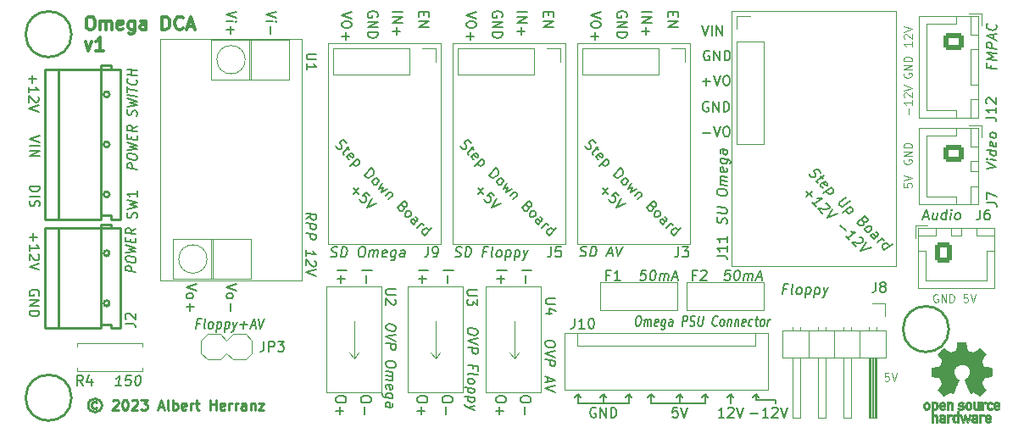
<source format=gto>
G04 #@! TF.GenerationSoftware,KiCad,Pcbnew,7.0.5-7.0.5~ubuntu20.04.1*
G04 #@! TF.CreationDate,2023-07-15T12:39:55+02:00*
G04 #@! TF.ProjectId,omega-dca,6f6d6567-612d-4646-9361-2e6b69636164,rev?*
G04 #@! TF.SameCoordinates,Original*
G04 #@! TF.FileFunction,Legend,Top*
G04 #@! TF.FilePolarity,Positive*
%FSLAX46Y46*%
G04 Gerber Fmt 4.6, Leading zero omitted, Abs format (unit mm)*
G04 Created by KiCad (PCBNEW 7.0.5-7.0.5~ubuntu20.04.1) date 2023-07-15 12:39:55*
%MOMM*%
%LPD*%
G01*
G04 APERTURE LIST*
G04 Aperture macros list*
%AMRoundRect*
0 Rectangle with rounded corners*
0 $1 Rounding radius*
0 $2 $3 $4 $5 $6 $7 $8 $9 X,Y pos of 4 corners*
0 Add a 4 corners polygon primitive as box body*
4,1,4,$2,$3,$4,$5,$6,$7,$8,$9,$2,$3,0*
0 Add four circle primitives for the rounded corners*
1,1,$1+$1,$2,$3*
1,1,$1+$1,$4,$5*
1,1,$1+$1,$6,$7*
1,1,$1+$1,$8,$9*
0 Add four rect primitives between the rounded corners*
20,1,$1+$1,$2,$3,$4,$5,0*
20,1,$1+$1,$4,$5,$6,$7,0*
20,1,$1+$1,$6,$7,$8,$9,0*
20,1,$1+$1,$8,$9,$2,$3,0*%
G04 Aperture macros list end*
%ADD10C,0.150000*%
%ADD11C,0.200000*%
%ADD12C,0.250000*%
%ADD13C,0.100000*%
%ADD14C,0.300000*%
%ADD15C,0.203200*%
%ADD16C,0.120000*%
%ADD17C,0.254000*%
%ADD18C,0.010000*%
%ADD19R,1.524000X1.524000*%
%ADD20C,1.524000*%
%ADD21R,2.540000X2.540000*%
%ADD22C,2.540000*%
%ADD23C,4.064000*%
%ADD24C,2.000000*%
%ADD25R,1.700000X1.700000*%
%ADD26O,1.700000X1.700000*%
%ADD27RoundRect,0.250000X-0.750000X0.600000X-0.750000X-0.600000X0.750000X-0.600000X0.750000X0.600000X0*%
%ADD28O,2.000000X1.700000*%
%ADD29C,1.600000*%
%ADD30O,1.600000X1.600000*%
%ADD31RoundRect,0.250000X-0.725000X0.600000X-0.725000X-0.600000X0.725000X-0.600000X0.725000X0.600000X0*%
%ADD32O,1.950000X1.700000*%
%ADD33RoundRect,0.250000X-0.600000X-0.750000X0.600000X-0.750000X0.600000X0.750000X-0.600000X0.750000X0*%
%ADD34O,1.700000X2.000000*%
G04 APERTURE END LIST*
D10*
X74208000Y-143637000D02*
X74525500Y-143954500D01*
X86908000Y-144589500D02*
X86908000Y-143637000D01*
X81828000Y-144589500D02*
X81828000Y-143637000D01*
X87225500Y-143954500D02*
X86908000Y-143637000D01*
X76748000Y-143637000D02*
X77065500Y-143954500D01*
X81510500Y-143954500D02*
X81828000Y-143637000D01*
X89130500Y-143954500D02*
X89448000Y-143637000D01*
X74208000Y-144589500D02*
X74208000Y-143637000D01*
X89448000Y-144272000D02*
X91440000Y-144272000D01*
X91440000Y-144272000D02*
X91440000Y-144589500D01*
X89448000Y-143637000D02*
X89448000Y-144272000D01*
X78970500Y-143637000D02*
X78970500Y-144589500D01*
X89765500Y-143954500D02*
X89448000Y-143637000D01*
X79288000Y-143954500D02*
X78970500Y-143637000D01*
X78970500Y-144589500D02*
X84368000Y-144589500D01*
X73890500Y-143954500D02*
X74208000Y-143637000D01*
X76430500Y-143954500D02*
X76748000Y-143637000D01*
X71668000Y-144589500D02*
X76748000Y-144589500D01*
X84050500Y-143954500D02*
X84368000Y-143637000D01*
X71668000Y-143637000D02*
X71985500Y-143954500D01*
X82145500Y-143954500D02*
X81828000Y-143637000D01*
X84685500Y-143954500D02*
X84368000Y-143637000D01*
X71668000Y-143637000D02*
X71668000Y-144589500D01*
X86908000Y-143637000D02*
X86590500Y-143954500D01*
X78653000Y-143954500D02*
X78970500Y-143637000D01*
X76748000Y-144589500D02*
X76748000Y-143637000D01*
X71350500Y-143954500D02*
X71668000Y-143637000D01*
X84368000Y-144589500D02*
X84368000Y-143637000D01*
D11*
X81637523Y-144994219D02*
X81161333Y-144994219D01*
X81161333Y-144994219D02*
X81113714Y-145470409D01*
X81113714Y-145470409D02*
X81161333Y-145422790D01*
X81161333Y-145422790D02*
X81256571Y-145375171D01*
X81256571Y-145375171D02*
X81494666Y-145375171D01*
X81494666Y-145375171D02*
X81589904Y-145422790D01*
X81589904Y-145422790D02*
X81637523Y-145470409D01*
X81637523Y-145470409D02*
X81685142Y-145565647D01*
X81685142Y-145565647D02*
X81685142Y-145803742D01*
X81685142Y-145803742D02*
X81637523Y-145898980D01*
X81637523Y-145898980D02*
X81589904Y-145946600D01*
X81589904Y-145946600D02*
X81494666Y-145994219D01*
X81494666Y-145994219D02*
X81256571Y-145994219D01*
X81256571Y-145994219D02*
X81161333Y-145946600D01*
X81161333Y-145946600D02*
X81113714Y-145898980D01*
X81970857Y-144994219D02*
X82304190Y-145994219D01*
X82304190Y-145994219D02*
X82637523Y-144994219D01*
D12*
X23591236Y-144467714D02*
X23495997Y-144420095D01*
X23495997Y-144420095D02*
X23305521Y-144420095D01*
X23305521Y-144420095D02*
X23210283Y-144467714D01*
X23210283Y-144467714D02*
X23115045Y-144562952D01*
X23115045Y-144562952D02*
X23067426Y-144658190D01*
X23067426Y-144658190D02*
X23067426Y-144848666D01*
X23067426Y-144848666D02*
X23115045Y-144943904D01*
X23115045Y-144943904D02*
X23210283Y-145039142D01*
X23210283Y-145039142D02*
X23305521Y-145086761D01*
X23305521Y-145086761D02*
X23495997Y-145086761D01*
X23495997Y-145086761D02*
X23591236Y-145039142D01*
X23400759Y-144086761D02*
X23162664Y-144134380D01*
X23162664Y-144134380D02*
X22924569Y-144277238D01*
X22924569Y-144277238D02*
X22781712Y-144515333D01*
X22781712Y-144515333D02*
X22734093Y-144753428D01*
X22734093Y-144753428D02*
X22781712Y-144991523D01*
X22781712Y-144991523D02*
X22924569Y-145229619D01*
X22924569Y-145229619D02*
X23162664Y-145372476D01*
X23162664Y-145372476D02*
X23400759Y-145420095D01*
X23400759Y-145420095D02*
X23638855Y-145372476D01*
X23638855Y-145372476D02*
X23876950Y-145229619D01*
X23876950Y-145229619D02*
X24019807Y-144991523D01*
X24019807Y-144991523D02*
X24067426Y-144753428D01*
X24067426Y-144753428D02*
X24019807Y-144515333D01*
X24019807Y-144515333D02*
X23876950Y-144277238D01*
X23876950Y-144277238D02*
X23638855Y-144134380D01*
X23638855Y-144134380D02*
X23400759Y-144086761D01*
X25210284Y-144324857D02*
X25257903Y-144277238D01*
X25257903Y-144277238D02*
X25353141Y-144229619D01*
X25353141Y-144229619D02*
X25591236Y-144229619D01*
X25591236Y-144229619D02*
X25686474Y-144277238D01*
X25686474Y-144277238D02*
X25734093Y-144324857D01*
X25734093Y-144324857D02*
X25781712Y-144420095D01*
X25781712Y-144420095D02*
X25781712Y-144515333D01*
X25781712Y-144515333D02*
X25734093Y-144658190D01*
X25734093Y-144658190D02*
X25162665Y-145229619D01*
X25162665Y-145229619D02*
X25781712Y-145229619D01*
X26400760Y-144229619D02*
X26495998Y-144229619D01*
X26495998Y-144229619D02*
X26591236Y-144277238D01*
X26591236Y-144277238D02*
X26638855Y-144324857D01*
X26638855Y-144324857D02*
X26686474Y-144420095D01*
X26686474Y-144420095D02*
X26734093Y-144610571D01*
X26734093Y-144610571D02*
X26734093Y-144848666D01*
X26734093Y-144848666D02*
X26686474Y-145039142D01*
X26686474Y-145039142D02*
X26638855Y-145134380D01*
X26638855Y-145134380D02*
X26591236Y-145182000D01*
X26591236Y-145182000D02*
X26495998Y-145229619D01*
X26495998Y-145229619D02*
X26400760Y-145229619D01*
X26400760Y-145229619D02*
X26305522Y-145182000D01*
X26305522Y-145182000D02*
X26257903Y-145134380D01*
X26257903Y-145134380D02*
X26210284Y-145039142D01*
X26210284Y-145039142D02*
X26162665Y-144848666D01*
X26162665Y-144848666D02*
X26162665Y-144610571D01*
X26162665Y-144610571D02*
X26210284Y-144420095D01*
X26210284Y-144420095D02*
X26257903Y-144324857D01*
X26257903Y-144324857D02*
X26305522Y-144277238D01*
X26305522Y-144277238D02*
X26400760Y-144229619D01*
X27115046Y-144324857D02*
X27162665Y-144277238D01*
X27162665Y-144277238D02*
X27257903Y-144229619D01*
X27257903Y-144229619D02*
X27495998Y-144229619D01*
X27495998Y-144229619D02*
X27591236Y-144277238D01*
X27591236Y-144277238D02*
X27638855Y-144324857D01*
X27638855Y-144324857D02*
X27686474Y-144420095D01*
X27686474Y-144420095D02*
X27686474Y-144515333D01*
X27686474Y-144515333D02*
X27638855Y-144658190D01*
X27638855Y-144658190D02*
X27067427Y-145229619D01*
X27067427Y-145229619D02*
X27686474Y-145229619D01*
X28019808Y-144229619D02*
X28638855Y-144229619D01*
X28638855Y-144229619D02*
X28305522Y-144610571D01*
X28305522Y-144610571D02*
X28448379Y-144610571D01*
X28448379Y-144610571D02*
X28543617Y-144658190D01*
X28543617Y-144658190D02*
X28591236Y-144705809D01*
X28591236Y-144705809D02*
X28638855Y-144801047D01*
X28638855Y-144801047D02*
X28638855Y-145039142D01*
X28638855Y-145039142D02*
X28591236Y-145134380D01*
X28591236Y-145134380D02*
X28543617Y-145182000D01*
X28543617Y-145182000D02*
X28448379Y-145229619D01*
X28448379Y-145229619D02*
X28162665Y-145229619D01*
X28162665Y-145229619D02*
X28067427Y-145182000D01*
X28067427Y-145182000D02*
X28019808Y-145134380D01*
X29781713Y-144943904D02*
X30257903Y-144943904D01*
X29686475Y-145229619D02*
X30019808Y-144229619D01*
X30019808Y-144229619D02*
X30353141Y-145229619D01*
X30829332Y-145229619D02*
X30734094Y-145182000D01*
X30734094Y-145182000D02*
X30686475Y-145086761D01*
X30686475Y-145086761D02*
X30686475Y-144229619D01*
X31210285Y-145229619D02*
X31210285Y-144229619D01*
X31210285Y-144610571D02*
X31305523Y-144562952D01*
X31305523Y-144562952D02*
X31495999Y-144562952D01*
X31495999Y-144562952D02*
X31591237Y-144610571D01*
X31591237Y-144610571D02*
X31638856Y-144658190D01*
X31638856Y-144658190D02*
X31686475Y-144753428D01*
X31686475Y-144753428D02*
X31686475Y-145039142D01*
X31686475Y-145039142D02*
X31638856Y-145134380D01*
X31638856Y-145134380D02*
X31591237Y-145182000D01*
X31591237Y-145182000D02*
X31495999Y-145229619D01*
X31495999Y-145229619D02*
X31305523Y-145229619D01*
X31305523Y-145229619D02*
X31210285Y-145182000D01*
X32495999Y-145182000D02*
X32400761Y-145229619D01*
X32400761Y-145229619D02*
X32210285Y-145229619D01*
X32210285Y-145229619D02*
X32115047Y-145182000D01*
X32115047Y-145182000D02*
X32067428Y-145086761D01*
X32067428Y-145086761D02*
X32067428Y-144705809D01*
X32067428Y-144705809D02*
X32115047Y-144610571D01*
X32115047Y-144610571D02*
X32210285Y-144562952D01*
X32210285Y-144562952D02*
X32400761Y-144562952D01*
X32400761Y-144562952D02*
X32495999Y-144610571D01*
X32495999Y-144610571D02*
X32543618Y-144705809D01*
X32543618Y-144705809D02*
X32543618Y-144801047D01*
X32543618Y-144801047D02*
X32067428Y-144896285D01*
X32972190Y-145229619D02*
X32972190Y-144562952D01*
X32972190Y-144753428D02*
X33019809Y-144658190D01*
X33019809Y-144658190D02*
X33067428Y-144610571D01*
X33067428Y-144610571D02*
X33162666Y-144562952D01*
X33162666Y-144562952D02*
X33257904Y-144562952D01*
X33448381Y-144562952D02*
X33829333Y-144562952D01*
X33591238Y-144229619D02*
X33591238Y-145086761D01*
X33591238Y-145086761D02*
X33638857Y-145182000D01*
X33638857Y-145182000D02*
X33734095Y-145229619D01*
X33734095Y-145229619D02*
X33829333Y-145229619D01*
X34924572Y-145229619D02*
X34924572Y-144229619D01*
X34924572Y-144705809D02*
X35496000Y-144705809D01*
X35496000Y-145229619D02*
X35496000Y-144229619D01*
X36353143Y-145182000D02*
X36257905Y-145229619D01*
X36257905Y-145229619D02*
X36067429Y-145229619D01*
X36067429Y-145229619D02*
X35972191Y-145182000D01*
X35972191Y-145182000D02*
X35924572Y-145086761D01*
X35924572Y-145086761D02*
X35924572Y-144705809D01*
X35924572Y-144705809D02*
X35972191Y-144610571D01*
X35972191Y-144610571D02*
X36067429Y-144562952D01*
X36067429Y-144562952D02*
X36257905Y-144562952D01*
X36257905Y-144562952D02*
X36353143Y-144610571D01*
X36353143Y-144610571D02*
X36400762Y-144705809D01*
X36400762Y-144705809D02*
X36400762Y-144801047D01*
X36400762Y-144801047D02*
X35924572Y-144896285D01*
X36829334Y-145229619D02*
X36829334Y-144562952D01*
X36829334Y-144753428D02*
X36876953Y-144658190D01*
X36876953Y-144658190D02*
X36924572Y-144610571D01*
X36924572Y-144610571D02*
X37019810Y-144562952D01*
X37019810Y-144562952D02*
X37115048Y-144562952D01*
X37448382Y-145229619D02*
X37448382Y-144562952D01*
X37448382Y-144753428D02*
X37496001Y-144658190D01*
X37496001Y-144658190D02*
X37543620Y-144610571D01*
X37543620Y-144610571D02*
X37638858Y-144562952D01*
X37638858Y-144562952D02*
X37734096Y-144562952D01*
X38496001Y-145229619D02*
X38496001Y-144705809D01*
X38496001Y-144705809D02*
X38448382Y-144610571D01*
X38448382Y-144610571D02*
X38353144Y-144562952D01*
X38353144Y-144562952D02*
X38162668Y-144562952D01*
X38162668Y-144562952D02*
X38067430Y-144610571D01*
X38496001Y-145182000D02*
X38400763Y-145229619D01*
X38400763Y-145229619D02*
X38162668Y-145229619D01*
X38162668Y-145229619D02*
X38067430Y-145182000D01*
X38067430Y-145182000D02*
X38019811Y-145086761D01*
X38019811Y-145086761D02*
X38019811Y-144991523D01*
X38019811Y-144991523D02*
X38067430Y-144896285D01*
X38067430Y-144896285D02*
X38162668Y-144848666D01*
X38162668Y-144848666D02*
X38400763Y-144848666D01*
X38400763Y-144848666D02*
X38496001Y-144801047D01*
X38972192Y-144562952D02*
X38972192Y-145229619D01*
X38972192Y-144658190D02*
X39019811Y-144610571D01*
X39019811Y-144610571D02*
X39115049Y-144562952D01*
X39115049Y-144562952D02*
X39257906Y-144562952D01*
X39257906Y-144562952D02*
X39353144Y-144610571D01*
X39353144Y-144610571D02*
X39400763Y-144705809D01*
X39400763Y-144705809D02*
X39400763Y-145229619D01*
X39781716Y-144562952D02*
X40305525Y-144562952D01*
X40305525Y-144562952D02*
X39781716Y-145229619D01*
X39781716Y-145229619D02*
X40305525Y-145229619D01*
D13*
X104708133Y-115709523D02*
X104708133Y-115100000D01*
X105012895Y-114300000D02*
X105012895Y-114757143D01*
X105012895Y-114528571D02*
X104212895Y-114528571D01*
X104212895Y-114528571D02*
X104327180Y-114604762D01*
X104327180Y-114604762D02*
X104403371Y-114680952D01*
X104403371Y-114680952D02*
X104441466Y-114757143D01*
X104289085Y-113995238D02*
X104250990Y-113957142D01*
X104250990Y-113957142D02*
X104212895Y-113880952D01*
X104212895Y-113880952D02*
X104212895Y-113690476D01*
X104212895Y-113690476D02*
X104250990Y-113614285D01*
X104250990Y-113614285D02*
X104289085Y-113576190D01*
X104289085Y-113576190D02*
X104365276Y-113538095D01*
X104365276Y-113538095D02*
X104441466Y-113538095D01*
X104441466Y-113538095D02*
X104555752Y-113576190D01*
X104555752Y-113576190D02*
X105012895Y-114033333D01*
X105012895Y-114033333D02*
X105012895Y-113538095D01*
X104212895Y-113309523D02*
X105012895Y-113042856D01*
X105012895Y-113042856D02*
X104212895Y-112776190D01*
X105012895Y-108445238D02*
X105012895Y-108902381D01*
X105012895Y-108673809D02*
X104212895Y-108673809D01*
X104212895Y-108673809D02*
X104327180Y-108750000D01*
X104327180Y-108750000D02*
X104403371Y-108826190D01*
X104403371Y-108826190D02*
X104441466Y-108902381D01*
X104289085Y-108140476D02*
X104250990Y-108102380D01*
X104250990Y-108102380D02*
X104212895Y-108026190D01*
X104212895Y-108026190D02*
X104212895Y-107835714D01*
X104212895Y-107835714D02*
X104250990Y-107759523D01*
X104250990Y-107759523D02*
X104289085Y-107721428D01*
X104289085Y-107721428D02*
X104365276Y-107683333D01*
X104365276Y-107683333D02*
X104441466Y-107683333D01*
X104441466Y-107683333D02*
X104555752Y-107721428D01*
X104555752Y-107721428D02*
X105012895Y-108178571D01*
X105012895Y-108178571D02*
X105012895Y-107683333D01*
X104212895Y-107454761D02*
X105012895Y-107188094D01*
X105012895Y-107188094D02*
X104212895Y-106921428D01*
X104212895Y-122580380D02*
X104212895Y-122961332D01*
X104212895Y-122961332D02*
X104593847Y-122999428D01*
X104593847Y-122999428D02*
X104555752Y-122961332D01*
X104555752Y-122961332D02*
X104517657Y-122885142D01*
X104517657Y-122885142D02*
X104517657Y-122694666D01*
X104517657Y-122694666D02*
X104555752Y-122618475D01*
X104555752Y-122618475D02*
X104593847Y-122580380D01*
X104593847Y-122580380D02*
X104670038Y-122542285D01*
X104670038Y-122542285D02*
X104860514Y-122542285D01*
X104860514Y-122542285D02*
X104936704Y-122580380D01*
X104936704Y-122580380D02*
X104974800Y-122618475D01*
X104974800Y-122618475D02*
X105012895Y-122694666D01*
X105012895Y-122694666D02*
X105012895Y-122885142D01*
X105012895Y-122885142D02*
X104974800Y-122961332D01*
X104974800Y-122961332D02*
X104936704Y-122999428D01*
X104212895Y-122313713D02*
X105012895Y-122047046D01*
X105012895Y-122047046D02*
X104212895Y-121780380D01*
D11*
X88916095Y-145613266D02*
X89678000Y-145613266D01*
X90677999Y-145994219D02*
X90106571Y-145994219D01*
X90392285Y-145994219D02*
X90392285Y-144994219D01*
X90392285Y-144994219D02*
X90297047Y-145137076D01*
X90297047Y-145137076D02*
X90201809Y-145232314D01*
X90201809Y-145232314D02*
X90106571Y-145279933D01*
X91058952Y-145089457D02*
X91106571Y-145041838D01*
X91106571Y-145041838D02*
X91201809Y-144994219D01*
X91201809Y-144994219D02*
X91439904Y-144994219D01*
X91439904Y-144994219D02*
X91535142Y-145041838D01*
X91535142Y-145041838D02*
X91582761Y-145089457D01*
X91582761Y-145089457D02*
X91630380Y-145184695D01*
X91630380Y-145184695D02*
X91630380Y-145279933D01*
X91630380Y-145279933D02*
X91582761Y-145422790D01*
X91582761Y-145422790D02*
X91011333Y-145994219D01*
X91011333Y-145994219D02*
X91630380Y-145994219D01*
X91916095Y-144994219D02*
X92249428Y-145994219D01*
X92249428Y-145994219D02*
X92582761Y-144994219D01*
D10*
X17887180Y-117832762D02*
X16887180Y-118166095D01*
X16887180Y-118166095D02*
X17887180Y-118499428D01*
X16887180Y-118832762D02*
X17887180Y-118832762D01*
X16887180Y-119308952D02*
X17887180Y-119308952D01*
X17887180Y-119308952D02*
X16887180Y-119880380D01*
X16887180Y-119880380D02*
X17887180Y-119880380D01*
D11*
X86288952Y-145994219D02*
X85717524Y-145994219D01*
X86003238Y-145994219D02*
X86003238Y-144994219D01*
X86003238Y-144994219D02*
X85908000Y-145137076D01*
X85908000Y-145137076D02*
X85812762Y-145232314D01*
X85812762Y-145232314D02*
X85717524Y-145279933D01*
X86669905Y-145089457D02*
X86717524Y-145041838D01*
X86717524Y-145041838D02*
X86812762Y-144994219D01*
X86812762Y-144994219D02*
X87050857Y-144994219D01*
X87050857Y-144994219D02*
X87146095Y-145041838D01*
X87146095Y-145041838D02*
X87193714Y-145089457D01*
X87193714Y-145089457D02*
X87241333Y-145184695D01*
X87241333Y-145184695D02*
X87241333Y-145279933D01*
X87241333Y-145279933D02*
X87193714Y-145422790D01*
X87193714Y-145422790D02*
X86622286Y-145994219D01*
X86622286Y-145994219D02*
X87241333Y-145994219D01*
X87527048Y-144994219D02*
X87860381Y-145994219D01*
X87860381Y-145994219D02*
X88193714Y-144994219D01*
D13*
X110591619Y-133676895D02*
X110210667Y-133676895D01*
X110210667Y-133676895D02*
X110172571Y-134057847D01*
X110172571Y-134057847D02*
X110210667Y-134019752D01*
X110210667Y-134019752D02*
X110286857Y-133981657D01*
X110286857Y-133981657D02*
X110477333Y-133981657D01*
X110477333Y-133981657D02*
X110553524Y-134019752D01*
X110553524Y-134019752D02*
X110591619Y-134057847D01*
X110591619Y-134057847D02*
X110629714Y-134134038D01*
X110629714Y-134134038D02*
X110629714Y-134324514D01*
X110629714Y-134324514D02*
X110591619Y-134400704D01*
X110591619Y-134400704D02*
X110553524Y-134438800D01*
X110553524Y-134438800D02*
X110477333Y-134476895D01*
X110477333Y-134476895D02*
X110286857Y-134476895D01*
X110286857Y-134476895D02*
X110210667Y-134438800D01*
X110210667Y-134438800D02*
X110172571Y-134400704D01*
X110858286Y-133676895D02*
X111124953Y-134476895D01*
X111124953Y-134476895D02*
X111391619Y-133676895D01*
X102717619Y-141550895D02*
X102336667Y-141550895D01*
X102336667Y-141550895D02*
X102298571Y-141931847D01*
X102298571Y-141931847D02*
X102336667Y-141893752D01*
X102336667Y-141893752D02*
X102412857Y-141855657D01*
X102412857Y-141855657D02*
X102603333Y-141855657D01*
X102603333Y-141855657D02*
X102679524Y-141893752D01*
X102679524Y-141893752D02*
X102717619Y-141931847D01*
X102717619Y-141931847D02*
X102755714Y-142008038D01*
X102755714Y-142008038D02*
X102755714Y-142198514D01*
X102755714Y-142198514D02*
X102717619Y-142274704D01*
X102717619Y-142274704D02*
X102679524Y-142312800D01*
X102679524Y-142312800D02*
X102603333Y-142350895D01*
X102603333Y-142350895D02*
X102412857Y-142350895D01*
X102412857Y-142350895D02*
X102336667Y-142312800D01*
X102336667Y-142312800D02*
X102298571Y-142274704D01*
X102984286Y-141550895D02*
X103250953Y-142350895D01*
X103250953Y-142350895D02*
X103517619Y-141550895D01*
D10*
X16917180Y-122881810D02*
X17917180Y-122881810D01*
X17917180Y-122881810D02*
X17917180Y-123119905D01*
X17917180Y-123119905D02*
X17869561Y-123262762D01*
X17869561Y-123262762D02*
X17774323Y-123358000D01*
X17774323Y-123358000D02*
X17679085Y-123405619D01*
X17679085Y-123405619D02*
X17488609Y-123453238D01*
X17488609Y-123453238D02*
X17345752Y-123453238D01*
X17345752Y-123453238D02*
X17155276Y-123405619D01*
X17155276Y-123405619D02*
X17060038Y-123358000D01*
X17060038Y-123358000D02*
X16964800Y-123262762D01*
X16964800Y-123262762D02*
X16917180Y-123119905D01*
X16917180Y-123119905D02*
X16917180Y-122881810D01*
X16917180Y-123881810D02*
X17917180Y-123881810D01*
X16964800Y-124310381D02*
X16917180Y-124453238D01*
X16917180Y-124453238D02*
X16917180Y-124691333D01*
X16917180Y-124691333D02*
X16964800Y-124786571D01*
X16964800Y-124786571D02*
X17012419Y-124834190D01*
X17012419Y-124834190D02*
X17107657Y-124881809D01*
X17107657Y-124881809D02*
X17202895Y-124881809D01*
X17202895Y-124881809D02*
X17298133Y-124834190D01*
X17298133Y-124834190D02*
X17345752Y-124786571D01*
X17345752Y-124786571D02*
X17393371Y-124691333D01*
X17393371Y-124691333D02*
X17440990Y-124500857D01*
X17440990Y-124500857D02*
X17488609Y-124405619D01*
X17488609Y-124405619D02*
X17536228Y-124358000D01*
X17536228Y-124358000D02*
X17631466Y-124310381D01*
X17631466Y-124310381D02*
X17726704Y-124310381D01*
X17726704Y-124310381D02*
X17821942Y-124358000D01*
X17821942Y-124358000D02*
X17869561Y-124405619D01*
X17869561Y-124405619D02*
X17917180Y-124500857D01*
X17917180Y-124500857D02*
X17917180Y-124738952D01*
X17917180Y-124738952D02*
X17869561Y-124881809D01*
D13*
X107594476Y-133714990D02*
X107518286Y-133676895D01*
X107518286Y-133676895D02*
X107404000Y-133676895D01*
X107404000Y-133676895D02*
X107289714Y-133714990D01*
X107289714Y-133714990D02*
X107213524Y-133791180D01*
X107213524Y-133791180D02*
X107175429Y-133867371D01*
X107175429Y-133867371D02*
X107137333Y-134019752D01*
X107137333Y-134019752D02*
X107137333Y-134134038D01*
X107137333Y-134134038D02*
X107175429Y-134286419D01*
X107175429Y-134286419D02*
X107213524Y-134362609D01*
X107213524Y-134362609D02*
X107289714Y-134438800D01*
X107289714Y-134438800D02*
X107404000Y-134476895D01*
X107404000Y-134476895D02*
X107480191Y-134476895D01*
X107480191Y-134476895D02*
X107594476Y-134438800D01*
X107594476Y-134438800D02*
X107632572Y-134400704D01*
X107632572Y-134400704D02*
X107632572Y-134134038D01*
X107632572Y-134134038D02*
X107480191Y-134134038D01*
X107975429Y-134476895D02*
X107975429Y-133676895D01*
X107975429Y-133676895D02*
X108432572Y-134476895D01*
X108432572Y-134476895D02*
X108432572Y-133676895D01*
X108813524Y-134476895D02*
X108813524Y-133676895D01*
X108813524Y-133676895D02*
X109004000Y-133676895D01*
X109004000Y-133676895D02*
X109118286Y-133714990D01*
X109118286Y-133714990D02*
X109194476Y-133791180D01*
X109194476Y-133791180D02*
X109232571Y-133867371D01*
X109232571Y-133867371D02*
X109270667Y-134019752D01*
X109270667Y-134019752D02*
X109270667Y-134134038D01*
X109270667Y-134134038D02*
X109232571Y-134286419D01*
X109232571Y-134286419D02*
X109194476Y-134362609D01*
X109194476Y-134362609D02*
X109118286Y-134438800D01*
X109118286Y-134438800D02*
X109004000Y-134476895D01*
X109004000Y-134476895D02*
X108813524Y-134476895D01*
D10*
X17264473Y-127576695D02*
X17264473Y-128338600D01*
X16883520Y-127957647D02*
X17645425Y-127957647D01*
X16883520Y-129338599D02*
X16883520Y-128767171D01*
X16883520Y-129052885D02*
X17883520Y-129052885D01*
X17883520Y-129052885D02*
X17740663Y-128957647D01*
X17740663Y-128957647D02*
X17645425Y-128862409D01*
X17645425Y-128862409D02*
X17597806Y-128767171D01*
X17788282Y-129719552D02*
X17835901Y-129767171D01*
X17835901Y-129767171D02*
X17883520Y-129862409D01*
X17883520Y-129862409D02*
X17883520Y-130100504D01*
X17883520Y-130100504D02*
X17835901Y-130195742D01*
X17835901Y-130195742D02*
X17788282Y-130243361D01*
X17788282Y-130243361D02*
X17693044Y-130290980D01*
X17693044Y-130290980D02*
X17597806Y-130290980D01*
X17597806Y-130290980D02*
X17454949Y-130243361D01*
X17454949Y-130243361D02*
X16883520Y-129671933D01*
X16883520Y-129671933D02*
X16883520Y-130290980D01*
X17883520Y-130576695D02*
X16883520Y-130910028D01*
X16883520Y-130910028D02*
X17883520Y-131243361D01*
D13*
X104250990Y-120231523D02*
X104212895Y-120307713D01*
X104212895Y-120307713D02*
X104212895Y-120421999D01*
X104212895Y-120421999D02*
X104250990Y-120536285D01*
X104250990Y-120536285D02*
X104327180Y-120612475D01*
X104327180Y-120612475D02*
X104403371Y-120650570D01*
X104403371Y-120650570D02*
X104555752Y-120688666D01*
X104555752Y-120688666D02*
X104670038Y-120688666D01*
X104670038Y-120688666D02*
X104822419Y-120650570D01*
X104822419Y-120650570D02*
X104898609Y-120612475D01*
X104898609Y-120612475D02*
X104974800Y-120536285D01*
X104974800Y-120536285D02*
X105012895Y-120421999D01*
X105012895Y-120421999D02*
X105012895Y-120345808D01*
X105012895Y-120345808D02*
X104974800Y-120231523D01*
X104974800Y-120231523D02*
X104936704Y-120193427D01*
X104936704Y-120193427D02*
X104670038Y-120193427D01*
X104670038Y-120193427D02*
X104670038Y-120345808D01*
X105012895Y-119850570D02*
X104212895Y-119850570D01*
X104212895Y-119850570D02*
X105012895Y-119393427D01*
X105012895Y-119393427D02*
X104212895Y-119393427D01*
X105012895Y-119012475D02*
X104212895Y-119012475D01*
X104212895Y-119012475D02*
X104212895Y-118821999D01*
X104212895Y-118821999D02*
X104250990Y-118707713D01*
X104250990Y-118707713D02*
X104327180Y-118631523D01*
X104327180Y-118631523D02*
X104403371Y-118593428D01*
X104403371Y-118593428D02*
X104555752Y-118555332D01*
X104555752Y-118555332D02*
X104670038Y-118555332D01*
X104670038Y-118555332D02*
X104822419Y-118593428D01*
X104822419Y-118593428D02*
X104898609Y-118631523D01*
X104898609Y-118631523D02*
X104974800Y-118707713D01*
X104974800Y-118707713D02*
X105012895Y-118821999D01*
X105012895Y-118821999D02*
X105012895Y-119012475D01*
D14*
X22852510Y-105935304D02*
X23100129Y-105935304D01*
X23100129Y-105935304D02*
X23223939Y-105997209D01*
X23223939Y-105997209D02*
X23347748Y-106121019D01*
X23347748Y-106121019D02*
X23409653Y-106368638D01*
X23409653Y-106368638D02*
X23409653Y-106801971D01*
X23409653Y-106801971D02*
X23347748Y-107049590D01*
X23347748Y-107049590D02*
X23223939Y-107173400D01*
X23223939Y-107173400D02*
X23100129Y-107235304D01*
X23100129Y-107235304D02*
X22852510Y-107235304D01*
X22852510Y-107235304D02*
X22728701Y-107173400D01*
X22728701Y-107173400D02*
X22604891Y-107049590D01*
X22604891Y-107049590D02*
X22542987Y-106801971D01*
X22542987Y-106801971D02*
X22542987Y-106368638D01*
X22542987Y-106368638D02*
X22604891Y-106121019D01*
X22604891Y-106121019D02*
X22728701Y-105997209D01*
X22728701Y-105997209D02*
X22852510Y-105935304D01*
X23966796Y-107235304D02*
X23966796Y-106368638D01*
X23966796Y-106492447D02*
X24028701Y-106430542D01*
X24028701Y-106430542D02*
X24152511Y-106368638D01*
X24152511Y-106368638D02*
X24338225Y-106368638D01*
X24338225Y-106368638D02*
X24462034Y-106430542D01*
X24462034Y-106430542D02*
X24523939Y-106554352D01*
X24523939Y-106554352D02*
X24523939Y-107235304D01*
X24523939Y-106554352D02*
X24585844Y-106430542D01*
X24585844Y-106430542D02*
X24709653Y-106368638D01*
X24709653Y-106368638D02*
X24895368Y-106368638D01*
X24895368Y-106368638D02*
X25019177Y-106430542D01*
X25019177Y-106430542D02*
X25081082Y-106554352D01*
X25081082Y-106554352D02*
X25081082Y-107235304D01*
X26195367Y-107173400D02*
X26071558Y-107235304D01*
X26071558Y-107235304D02*
X25823939Y-107235304D01*
X25823939Y-107235304D02*
X25700129Y-107173400D01*
X25700129Y-107173400D02*
X25638225Y-107049590D01*
X25638225Y-107049590D02*
X25638225Y-106554352D01*
X25638225Y-106554352D02*
X25700129Y-106430542D01*
X25700129Y-106430542D02*
X25823939Y-106368638D01*
X25823939Y-106368638D02*
X26071558Y-106368638D01*
X26071558Y-106368638D02*
X26195367Y-106430542D01*
X26195367Y-106430542D02*
X26257272Y-106554352D01*
X26257272Y-106554352D02*
X26257272Y-106678161D01*
X26257272Y-106678161D02*
X25638225Y-106801971D01*
X27371558Y-106368638D02*
X27371558Y-107421019D01*
X27371558Y-107421019D02*
X27309653Y-107544828D01*
X27309653Y-107544828D02*
X27247749Y-107606733D01*
X27247749Y-107606733D02*
X27123939Y-107668638D01*
X27123939Y-107668638D02*
X26938225Y-107668638D01*
X26938225Y-107668638D02*
X26814415Y-107606733D01*
X27371558Y-107173400D02*
X27247749Y-107235304D01*
X27247749Y-107235304D02*
X27000130Y-107235304D01*
X27000130Y-107235304D02*
X26876320Y-107173400D01*
X26876320Y-107173400D02*
X26814415Y-107111495D01*
X26814415Y-107111495D02*
X26752511Y-106987685D01*
X26752511Y-106987685D02*
X26752511Y-106616257D01*
X26752511Y-106616257D02*
X26814415Y-106492447D01*
X26814415Y-106492447D02*
X26876320Y-106430542D01*
X26876320Y-106430542D02*
X27000130Y-106368638D01*
X27000130Y-106368638D02*
X27247749Y-106368638D01*
X27247749Y-106368638D02*
X27371558Y-106430542D01*
X28547748Y-107235304D02*
X28547748Y-106554352D01*
X28547748Y-106554352D02*
X28485843Y-106430542D01*
X28485843Y-106430542D02*
X28362034Y-106368638D01*
X28362034Y-106368638D02*
X28114415Y-106368638D01*
X28114415Y-106368638D02*
X27990605Y-106430542D01*
X28547748Y-107173400D02*
X28423939Y-107235304D01*
X28423939Y-107235304D02*
X28114415Y-107235304D01*
X28114415Y-107235304D02*
X27990605Y-107173400D01*
X27990605Y-107173400D02*
X27928701Y-107049590D01*
X27928701Y-107049590D02*
X27928701Y-106925780D01*
X27928701Y-106925780D02*
X27990605Y-106801971D01*
X27990605Y-106801971D02*
X28114415Y-106740066D01*
X28114415Y-106740066D02*
X28423939Y-106740066D01*
X28423939Y-106740066D02*
X28547748Y-106678161D01*
X30157271Y-107235304D02*
X30157271Y-105935304D01*
X30157271Y-105935304D02*
X30466795Y-105935304D01*
X30466795Y-105935304D02*
X30652509Y-105997209D01*
X30652509Y-105997209D02*
X30776319Y-106121019D01*
X30776319Y-106121019D02*
X30838224Y-106244828D01*
X30838224Y-106244828D02*
X30900128Y-106492447D01*
X30900128Y-106492447D02*
X30900128Y-106678161D01*
X30900128Y-106678161D02*
X30838224Y-106925780D01*
X30838224Y-106925780D02*
X30776319Y-107049590D01*
X30776319Y-107049590D02*
X30652509Y-107173400D01*
X30652509Y-107173400D02*
X30466795Y-107235304D01*
X30466795Y-107235304D02*
X30157271Y-107235304D01*
X32200128Y-107111495D02*
X32138224Y-107173400D01*
X32138224Y-107173400D02*
X31952509Y-107235304D01*
X31952509Y-107235304D02*
X31828700Y-107235304D01*
X31828700Y-107235304D02*
X31642986Y-107173400D01*
X31642986Y-107173400D02*
X31519176Y-107049590D01*
X31519176Y-107049590D02*
X31457271Y-106925780D01*
X31457271Y-106925780D02*
X31395367Y-106678161D01*
X31395367Y-106678161D02*
X31395367Y-106492447D01*
X31395367Y-106492447D02*
X31457271Y-106244828D01*
X31457271Y-106244828D02*
X31519176Y-106121019D01*
X31519176Y-106121019D02*
X31642986Y-105997209D01*
X31642986Y-105997209D02*
X31828700Y-105935304D01*
X31828700Y-105935304D02*
X31952509Y-105935304D01*
X31952509Y-105935304D02*
X32138224Y-105997209D01*
X32138224Y-105997209D02*
X32200128Y-106059114D01*
X32695367Y-106863876D02*
X33314414Y-106863876D01*
X32571557Y-107235304D02*
X33004890Y-105935304D01*
X33004890Y-105935304D02*
X33438224Y-107235304D01*
X22481082Y-108461638D02*
X22790606Y-109328304D01*
X22790606Y-109328304D02*
X23100129Y-108461638D01*
X24276320Y-109328304D02*
X23533463Y-109328304D01*
X23904891Y-109328304D02*
X23904891Y-108028304D01*
X23904891Y-108028304D02*
X23781082Y-108214019D01*
X23781082Y-108214019D02*
X23657272Y-108337828D01*
X23657272Y-108337828D02*
X23533463Y-108399733D01*
D13*
X104250990Y-111595523D02*
X104212895Y-111671713D01*
X104212895Y-111671713D02*
X104212895Y-111785999D01*
X104212895Y-111785999D02*
X104250990Y-111900285D01*
X104250990Y-111900285D02*
X104327180Y-111976475D01*
X104327180Y-111976475D02*
X104403371Y-112014570D01*
X104403371Y-112014570D02*
X104555752Y-112052666D01*
X104555752Y-112052666D02*
X104670038Y-112052666D01*
X104670038Y-112052666D02*
X104822419Y-112014570D01*
X104822419Y-112014570D02*
X104898609Y-111976475D01*
X104898609Y-111976475D02*
X104974800Y-111900285D01*
X104974800Y-111900285D02*
X105012895Y-111785999D01*
X105012895Y-111785999D02*
X105012895Y-111709808D01*
X105012895Y-111709808D02*
X104974800Y-111595523D01*
X104974800Y-111595523D02*
X104936704Y-111557427D01*
X104936704Y-111557427D02*
X104670038Y-111557427D01*
X104670038Y-111557427D02*
X104670038Y-111709808D01*
X105012895Y-111214570D02*
X104212895Y-111214570D01*
X104212895Y-111214570D02*
X105012895Y-110757427D01*
X105012895Y-110757427D02*
X104212895Y-110757427D01*
X105012895Y-110376475D02*
X104212895Y-110376475D01*
X104212895Y-110376475D02*
X104212895Y-110185999D01*
X104212895Y-110185999D02*
X104250990Y-110071713D01*
X104250990Y-110071713D02*
X104327180Y-109995523D01*
X104327180Y-109995523D02*
X104403371Y-109957428D01*
X104403371Y-109957428D02*
X104555752Y-109919332D01*
X104555752Y-109919332D02*
X104670038Y-109919332D01*
X104670038Y-109919332D02*
X104822419Y-109957428D01*
X104822419Y-109957428D02*
X104898609Y-109995523D01*
X104898609Y-109995523D02*
X104974800Y-110071713D01*
X104974800Y-110071713D02*
X105012895Y-110185999D01*
X105012895Y-110185999D02*
X105012895Y-110376475D01*
D10*
X17198133Y-111776095D02*
X17198133Y-112538000D01*
X16817180Y-112157047D02*
X17579085Y-112157047D01*
X16817180Y-113537999D02*
X16817180Y-112966571D01*
X16817180Y-113252285D02*
X17817180Y-113252285D01*
X17817180Y-113252285D02*
X17674323Y-113157047D01*
X17674323Y-113157047D02*
X17579085Y-113061809D01*
X17579085Y-113061809D02*
X17531466Y-112966571D01*
X17721942Y-113918952D02*
X17769561Y-113966571D01*
X17769561Y-113966571D02*
X17817180Y-114061809D01*
X17817180Y-114061809D02*
X17817180Y-114299904D01*
X17817180Y-114299904D02*
X17769561Y-114395142D01*
X17769561Y-114395142D02*
X17721942Y-114442761D01*
X17721942Y-114442761D02*
X17626704Y-114490380D01*
X17626704Y-114490380D02*
X17531466Y-114490380D01*
X17531466Y-114490380D02*
X17388609Y-114442761D01*
X17388609Y-114442761D02*
X16817180Y-113871333D01*
X16817180Y-113871333D02*
X16817180Y-114490380D01*
X17817180Y-114776095D02*
X16817180Y-115109428D01*
X16817180Y-115109428D02*
X17817180Y-115442761D01*
D11*
X73446095Y-145041838D02*
X73350857Y-144994219D01*
X73350857Y-144994219D02*
X73208000Y-144994219D01*
X73208000Y-144994219D02*
X73065143Y-145041838D01*
X73065143Y-145041838D02*
X72969905Y-145137076D01*
X72969905Y-145137076D02*
X72922286Y-145232314D01*
X72922286Y-145232314D02*
X72874667Y-145422790D01*
X72874667Y-145422790D02*
X72874667Y-145565647D01*
X72874667Y-145565647D02*
X72922286Y-145756123D01*
X72922286Y-145756123D02*
X72969905Y-145851361D01*
X72969905Y-145851361D02*
X73065143Y-145946600D01*
X73065143Y-145946600D02*
X73208000Y-145994219D01*
X73208000Y-145994219D02*
X73303238Y-145994219D01*
X73303238Y-145994219D02*
X73446095Y-145946600D01*
X73446095Y-145946600D02*
X73493714Y-145898980D01*
X73493714Y-145898980D02*
X73493714Y-145565647D01*
X73493714Y-145565647D02*
X73303238Y-145565647D01*
X73922286Y-145994219D02*
X73922286Y-144994219D01*
X73922286Y-144994219D02*
X74493714Y-145994219D01*
X74493714Y-145994219D02*
X74493714Y-144994219D01*
X74969905Y-145994219D02*
X74969905Y-144994219D01*
X74969905Y-144994219D02*
X75208000Y-144994219D01*
X75208000Y-144994219D02*
X75350857Y-145041838D01*
X75350857Y-145041838D02*
X75446095Y-145137076D01*
X75446095Y-145137076D02*
X75493714Y-145232314D01*
X75493714Y-145232314D02*
X75541333Y-145422790D01*
X75541333Y-145422790D02*
X75541333Y-145565647D01*
X75541333Y-145565647D02*
X75493714Y-145756123D01*
X75493714Y-145756123D02*
X75446095Y-145851361D01*
X75446095Y-145851361D02*
X75350857Y-145946600D01*
X75350857Y-145946600D02*
X75208000Y-145994219D01*
X75208000Y-145994219D02*
X74969905Y-145994219D01*
D10*
X17835901Y-133786695D02*
X17883520Y-133691457D01*
X17883520Y-133691457D02*
X17883520Y-133548600D01*
X17883520Y-133548600D02*
X17835901Y-133405743D01*
X17835901Y-133405743D02*
X17740663Y-133310505D01*
X17740663Y-133310505D02*
X17645425Y-133262886D01*
X17645425Y-133262886D02*
X17454949Y-133215267D01*
X17454949Y-133215267D02*
X17312092Y-133215267D01*
X17312092Y-133215267D02*
X17121616Y-133262886D01*
X17121616Y-133262886D02*
X17026378Y-133310505D01*
X17026378Y-133310505D02*
X16931140Y-133405743D01*
X16931140Y-133405743D02*
X16883520Y-133548600D01*
X16883520Y-133548600D02*
X16883520Y-133643838D01*
X16883520Y-133643838D02*
X16931140Y-133786695D01*
X16931140Y-133786695D02*
X16978759Y-133834314D01*
X16978759Y-133834314D02*
X17312092Y-133834314D01*
X17312092Y-133834314D02*
X17312092Y-133643838D01*
X16883520Y-134262886D02*
X17883520Y-134262886D01*
X17883520Y-134262886D02*
X16883520Y-134834314D01*
X16883520Y-134834314D02*
X17883520Y-134834314D01*
X16883520Y-135310505D02*
X17883520Y-135310505D01*
X17883520Y-135310505D02*
X17883520Y-135548600D01*
X17883520Y-135548600D02*
X17835901Y-135691457D01*
X17835901Y-135691457D02*
X17740663Y-135786695D01*
X17740663Y-135786695D02*
X17645425Y-135834314D01*
X17645425Y-135834314D02*
X17454949Y-135881933D01*
X17454949Y-135881933D02*
X17312092Y-135881933D01*
X17312092Y-135881933D02*
X17121616Y-135834314D01*
X17121616Y-135834314D02*
X17026378Y-135786695D01*
X17026378Y-135786695D02*
X16931140Y-135691457D01*
X16931140Y-135691457D02*
X16883520Y-135548600D01*
X16883520Y-135548600D02*
X16883520Y-135310505D01*
X71326476Y-136106819D02*
X71326476Y-136821104D01*
X71326476Y-136821104D02*
X71278857Y-136963961D01*
X71278857Y-136963961D02*
X71183619Y-137059200D01*
X71183619Y-137059200D02*
X71040762Y-137106819D01*
X71040762Y-137106819D02*
X70945524Y-137106819D01*
X72326476Y-137106819D02*
X71755048Y-137106819D01*
X72040762Y-137106819D02*
X72040762Y-136106819D01*
X72040762Y-136106819D02*
X71945524Y-136249676D01*
X71945524Y-136249676D02*
X71850286Y-136344914D01*
X71850286Y-136344914D02*
X71755048Y-136392533D01*
X72945524Y-136106819D02*
X73040762Y-136106819D01*
X73040762Y-136106819D02*
X73136000Y-136154438D01*
X73136000Y-136154438D02*
X73183619Y-136202057D01*
X73183619Y-136202057D02*
X73231238Y-136297295D01*
X73231238Y-136297295D02*
X73278857Y-136487771D01*
X73278857Y-136487771D02*
X73278857Y-136725866D01*
X73278857Y-136725866D02*
X73231238Y-136916342D01*
X73231238Y-136916342D02*
X73183619Y-137011580D01*
X73183619Y-137011580D02*
X73136000Y-137059200D01*
X73136000Y-137059200D02*
X73040762Y-137106819D01*
X73040762Y-137106819D02*
X72945524Y-137106819D01*
X72945524Y-137106819D02*
X72850286Y-137059200D01*
X72850286Y-137059200D02*
X72802667Y-137011580D01*
X72802667Y-137011580D02*
X72755048Y-136916342D01*
X72755048Y-136916342D02*
X72707429Y-136725866D01*
X72707429Y-136725866D02*
X72707429Y-136487771D01*
X72707429Y-136487771D02*
X72755048Y-136297295D01*
X72755048Y-136297295D02*
X72802667Y-136202057D01*
X72802667Y-136202057D02*
X72850286Y-136154438D01*
X72850286Y-136154438D02*
X72945524Y-136106819D01*
X77697808Y-135852819D02*
X77850189Y-135852819D01*
X77850189Y-135852819D02*
X77920427Y-135900438D01*
X77920427Y-135900438D02*
X77984713Y-135995676D01*
X77984713Y-135995676D02*
X77998999Y-136186152D01*
X77998999Y-136186152D02*
X77957332Y-136519485D01*
X77957332Y-136519485D02*
X77895427Y-136709961D01*
X77895427Y-136709961D02*
X77807332Y-136805200D01*
X77807332Y-136805200D02*
X77725189Y-136852819D01*
X77725189Y-136852819D02*
X77572808Y-136852819D01*
X77572808Y-136852819D02*
X77502570Y-136805200D01*
X77502570Y-136805200D02*
X77438284Y-136709961D01*
X77438284Y-136709961D02*
X77423999Y-136519485D01*
X77423999Y-136519485D02*
X77465665Y-136186152D01*
X77465665Y-136186152D02*
X77527570Y-135995676D01*
X77527570Y-135995676D02*
X77615665Y-135900438D01*
X77615665Y-135900438D02*
X77697808Y-135852819D01*
X78258522Y-136852819D02*
X78341856Y-136186152D01*
X78329951Y-136281390D02*
X78373999Y-136233771D01*
X78373999Y-136233771D02*
X78456141Y-136186152D01*
X78456141Y-136186152D02*
X78570427Y-136186152D01*
X78570427Y-136186152D02*
X78640665Y-136233771D01*
X78640665Y-136233771D02*
X78666856Y-136329009D01*
X78666856Y-136329009D02*
X78601379Y-136852819D01*
X78666856Y-136329009D02*
X78716856Y-136233771D01*
X78716856Y-136233771D02*
X78798999Y-136186152D01*
X78798999Y-136186152D02*
X78913284Y-136186152D01*
X78913284Y-136186152D02*
X78983522Y-136233771D01*
X78983522Y-136233771D02*
X79009713Y-136329009D01*
X79009713Y-136329009D02*
X78944237Y-136852819D01*
X79635904Y-136805200D02*
X79553761Y-136852819D01*
X79553761Y-136852819D02*
X79401380Y-136852819D01*
X79401380Y-136852819D02*
X79331142Y-136805200D01*
X79331142Y-136805200D02*
X79304951Y-136709961D01*
X79304951Y-136709961D02*
X79352570Y-136329009D01*
X79352570Y-136329009D02*
X79402570Y-136233771D01*
X79402570Y-136233771D02*
X79484713Y-136186152D01*
X79484713Y-136186152D02*
X79637094Y-136186152D01*
X79637094Y-136186152D02*
X79707332Y-136233771D01*
X79707332Y-136233771D02*
X79733523Y-136329009D01*
X79733523Y-136329009D02*
X79721618Y-136424247D01*
X79721618Y-136424247D02*
X79328761Y-136519485D01*
X80437094Y-136186152D02*
X80335903Y-136995676D01*
X80335903Y-136995676D02*
X80285903Y-137090914D01*
X80285903Y-137090914D02*
X80241856Y-137138533D01*
X80241856Y-137138533D02*
X80159713Y-137186152D01*
X80159713Y-137186152D02*
X80045427Y-137186152D01*
X80045427Y-137186152D02*
X79975189Y-137138533D01*
X80359713Y-136805200D02*
X80277570Y-136852819D01*
X80277570Y-136852819D02*
X80125189Y-136852819D01*
X80125189Y-136852819D02*
X80054951Y-136805200D01*
X80054951Y-136805200D02*
X80022808Y-136757580D01*
X80022808Y-136757580D02*
X79996618Y-136662342D01*
X79996618Y-136662342D02*
X80032332Y-136376628D01*
X80032332Y-136376628D02*
X80082332Y-136281390D01*
X80082332Y-136281390D02*
X80126380Y-136233771D01*
X80126380Y-136233771D02*
X80208522Y-136186152D01*
X80208522Y-136186152D02*
X80360903Y-136186152D01*
X80360903Y-136186152D02*
X80431141Y-136233771D01*
X81077570Y-136852819D02*
X81143047Y-136329009D01*
X81143047Y-136329009D02*
X81116856Y-136233771D01*
X81116856Y-136233771D02*
X81046618Y-136186152D01*
X81046618Y-136186152D02*
X80894237Y-136186152D01*
X80894237Y-136186152D02*
X80812094Y-136233771D01*
X81083523Y-136805200D02*
X81001380Y-136852819D01*
X81001380Y-136852819D02*
X80810904Y-136852819D01*
X80810904Y-136852819D02*
X80740666Y-136805200D01*
X80740666Y-136805200D02*
X80714475Y-136709961D01*
X80714475Y-136709961D02*
X80726380Y-136614723D01*
X80726380Y-136614723D02*
X80776380Y-136519485D01*
X80776380Y-136519485D02*
X80858523Y-136471866D01*
X80858523Y-136471866D02*
X81048999Y-136471866D01*
X81048999Y-136471866D02*
X81131142Y-136424247D01*
X82068047Y-136852819D02*
X82193047Y-135852819D01*
X82193047Y-135852819D02*
X82497809Y-135852819D01*
X82497809Y-135852819D02*
X82568047Y-135900438D01*
X82568047Y-135900438D02*
X82600190Y-135948057D01*
X82600190Y-135948057D02*
X82626381Y-136043295D01*
X82626381Y-136043295D02*
X82608524Y-136186152D01*
X82608524Y-136186152D02*
X82558524Y-136281390D01*
X82558524Y-136281390D02*
X82514476Y-136329009D01*
X82514476Y-136329009D02*
X82432333Y-136376628D01*
X82432333Y-136376628D02*
X82127571Y-136376628D01*
X82835904Y-136805200D02*
X82944238Y-136852819D01*
X82944238Y-136852819D02*
X83134714Y-136852819D01*
X83134714Y-136852819D02*
X83216857Y-136805200D01*
X83216857Y-136805200D02*
X83260904Y-136757580D01*
X83260904Y-136757580D02*
X83310904Y-136662342D01*
X83310904Y-136662342D02*
X83322809Y-136567104D01*
X83322809Y-136567104D02*
X83296619Y-136471866D01*
X83296619Y-136471866D02*
X83264476Y-136424247D01*
X83264476Y-136424247D02*
X83194238Y-136376628D01*
X83194238Y-136376628D02*
X83047809Y-136329009D01*
X83047809Y-136329009D02*
X82977571Y-136281390D01*
X82977571Y-136281390D02*
X82945428Y-136233771D01*
X82945428Y-136233771D02*
X82919238Y-136138533D01*
X82919238Y-136138533D02*
X82931143Y-136043295D01*
X82931143Y-136043295D02*
X82981143Y-135948057D01*
X82981143Y-135948057D02*
X83025190Y-135900438D01*
X83025190Y-135900438D02*
X83107333Y-135852819D01*
X83107333Y-135852819D02*
X83297809Y-135852819D01*
X83297809Y-135852819D02*
X83406143Y-135900438D01*
X83754952Y-135852819D02*
X83653762Y-136662342D01*
X83653762Y-136662342D02*
X83679952Y-136757580D01*
X83679952Y-136757580D02*
X83712095Y-136805200D01*
X83712095Y-136805200D02*
X83782333Y-136852819D01*
X83782333Y-136852819D02*
X83934714Y-136852819D01*
X83934714Y-136852819D02*
X84016857Y-136805200D01*
X84016857Y-136805200D02*
X84060905Y-136757580D01*
X84060905Y-136757580D02*
X84110905Y-136662342D01*
X84110905Y-136662342D02*
X84212095Y-135852819D01*
X85546619Y-136757580D02*
X85502571Y-136805200D01*
X85502571Y-136805200D02*
X85382333Y-136852819D01*
X85382333Y-136852819D02*
X85306143Y-136852819D01*
X85306143Y-136852819D02*
X85197809Y-136805200D01*
X85197809Y-136805200D02*
X85133524Y-136709961D01*
X85133524Y-136709961D02*
X85107333Y-136614723D01*
X85107333Y-136614723D02*
X85093048Y-136424247D01*
X85093048Y-136424247D02*
X85110905Y-136281390D01*
X85110905Y-136281390D02*
X85172809Y-136090914D01*
X85172809Y-136090914D02*
X85222809Y-135995676D01*
X85222809Y-135995676D02*
X85310905Y-135900438D01*
X85310905Y-135900438D02*
X85431143Y-135852819D01*
X85431143Y-135852819D02*
X85507333Y-135852819D01*
X85507333Y-135852819D02*
X85615667Y-135900438D01*
X85615667Y-135900438D02*
X85647809Y-135948057D01*
X85991857Y-136852819D02*
X85921619Y-136805200D01*
X85921619Y-136805200D02*
X85889476Y-136757580D01*
X85889476Y-136757580D02*
X85863286Y-136662342D01*
X85863286Y-136662342D02*
X85899000Y-136376628D01*
X85899000Y-136376628D02*
X85949000Y-136281390D01*
X85949000Y-136281390D02*
X85993048Y-136233771D01*
X85993048Y-136233771D02*
X86075190Y-136186152D01*
X86075190Y-136186152D02*
X86189476Y-136186152D01*
X86189476Y-136186152D02*
X86259714Y-136233771D01*
X86259714Y-136233771D02*
X86291857Y-136281390D01*
X86291857Y-136281390D02*
X86318048Y-136376628D01*
X86318048Y-136376628D02*
X86282333Y-136662342D01*
X86282333Y-136662342D02*
X86232333Y-136757580D01*
X86232333Y-136757580D02*
X86188286Y-136805200D01*
X86188286Y-136805200D02*
X86106143Y-136852819D01*
X86106143Y-136852819D02*
X85991857Y-136852819D01*
X86684715Y-136186152D02*
X86601381Y-136852819D01*
X86672810Y-136281390D02*
X86716858Y-136233771D01*
X86716858Y-136233771D02*
X86799000Y-136186152D01*
X86799000Y-136186152D02*
X86913286Y-136186152D01*
X86913286Y-136186152D02*
X86983524Y-136233771D01*
X86983524Y-136233771D02*
X87009715Y-136329009D01*
X87009715Y-136329009D02*
X86944238Y-136852819D01*
X87408525Y-136186152D02*
X87325191Y-136852819D01*
X87396620Y-136281390D02*
X87440668Y-136233771D01*
X87440668Y-136233771D02*
X87522810Y-136186152D01*
X87522810Y-136186152D02*
X87637096Y-136186152D01*
X87637096Y-136186152D02*
X87707334Y-136233771D01*
X87707334Y-136233771D02*
X87733525Y-136329009D01*
X87733525Y-136329009D02*
X87668048Y-136852819D01*
X88359716Y-136805200D02*
X88277573Y-136852819D01*
X88277573Y-136852819D02*
X88125192Y-136852819D01*
X88125192Y-136852819D02*
X88054954Y-136805200D01*
X88054954Y-136805200D02*
X88028763Y-136709961D01*
X88028763Y-136709961D02*
X88076382Y-136329009D01*
X88076382Y-136329009D02*
X88126382Y-136233771D01*
X88126382Y-136233771D02*
X88208525Y-136186152D01*
X88208525Y-136186152D02*
X88360906Y-136186152D01*
X88360906Y-136186152D02*
X88431144Y-136233771D01*
X88431144Y-136233771D02*
X88457335Y-136329009D01*
X88457335Y-136329009D02*
X88445430Y-136424247D01*
X88445430Y-136424247D02*
X88052573Y-136519485D01*
X89083525Y-136805200D02*
X89001382Y-136852819D01*
X89001382Y-136852819D02*
X88849001Y-136852819D01*
X88849001Y-136852819D02*
X88778763Y-136805200D01*
X88778763Y-136805200D02*
X88746620Y-136757580D01*
X88746620Y-136757580D02*
X88720430Y-136662342D01*
X88720430Y-136662342D02*
X88756144Y-136376628D01*
X88756144Y-136376628D02*
X88806144Y-136281390D01*
X88806144Y-136281390D02*
X88850192Y-136233771D01*
X88850192Y-136233771D02*
X88932334Y-136186152D01*
X88932334Y-136186152D02*
X89084715Y-136186152D01*
X89084715Y-136186152D02*
X89154953Y-136233771D01*
X89389477Y-136186152D02*
X89694239Y-136186152D01*
X89545429Y-135852819D02*
X89438286Y-136709961D01*
X89438286Y-136709961D02*
X89464477Y-136805200D01*
X89464477Y-136805200D02*
X89534715Y-136852819D01*
X89534715Y-136852819D02*
X89610906Y-136852819D01*
X89991858Y-136852819D02*
X89921620Y-136805200D01*
X89921620Y-136805200D02*
X89889477Y-136757580D01*
X89889477Y-136757580D02*
X89863287Y-136662342D01*
X89863287Y-136662342D02*
X89899001Y-136376628D01*
X89899001Y-136376628D02*
X89949001Y-136281390D01*
X89949001Y-136281390D02*
X89993049Y-136233771D01*
X89993049Y-136233771D02*
X90075191Y-136186152D01*
X90075191Y-136186152D02*
X90189477Y-136186152D01*
X90189477Y-136186152D02*
X90259715Y-136233771D01*
X90259715Y-136233771D02*
X90291858Y-136281390D01*
X90291858Y-136281390D02*
X90318049Y-136376628D01*
X90318049Y-136376628D02*
X90282334Y-136662342D01*
X90282334Y-136662342D02*
X90232334Y-136757580D01*
X90232334Y-136757580D02*
X90188287Y-136805200D01*
X90188287Y-136805200D02*
X90106144Y-136852819D01*
X90106144Y-136852819D02*
X89991858Y-136852819D01*
X90601382Y-136852819D02*
X90684716Y-136186152D01*
X90660906Y-136376628D02*
X90710906Y-136281390D01*
X90710906Y-136281390D02*
X90754954Y-136233771D01*
X90754954Y-136233771D02*
X90837097Y-136186152D01*
X90837097Y-136186152D02*
X90913287Y-136186152D01*
X83486666Y-131757009D02*
X83153333Y-131757009D01*
X83153333Y-132280819D02*
X83153333Y-131280819D01*
X83153333Y-131280819D02*
X83629523Y-131280819D01*
X83962857Y-131376057D02*
X84010476Y-131328438D01*
X84010476Y-131328438D02*
X84105714Y-131280819D01*
X84105714Y-131280819D02*
X84343809Y-131280819D01*
X84343809Y-131280819D02*
X84439047Y-131328438D01*
X84439047Y-131328438D02*
X84486666Y-131376057D01*
X84486666Y-131376057D02*
X84534285Y-131471295D01*
X84534285Y-131471295D02*
X84534285Y-131566533D01*
X84534285Y-131566533D02*
X84486666Y-131709390D01*
X84486666Y-131709390D02*
X83915238Y-132280819D01*
X83915238Y-132280819D02*
X84534285Y-132280819D01*
X86923714Y-131280819D02*
X86447523Y-131280819D01*
X86447523Y-131280819D02*
X86340381Y-131757009D01*
X86340381Y-131757009D02*
X86393952Y-131709390D01*
X86393952Y-131709390D02*
X86495142Y-131661771D01*
X86495142Y-131661771D02*
X86733238Y-131661771D01*
X86733238Y-131661771D02*
X86822523Y-131709390D01*
X86822523Y-131709390D02*
X86864190Y-131757009D01*
X86864190Y-131757009D02*
X86899904Y-131852247D01*
X86899904Y-131852247D02*
X86870142Y-132090342D01*
X86870142Y-132090342D02*
X86810619Y-132185580D01*
X86810619Y-132185580D02*
X86757047Y-132233200D01*
X86757047Y-132233200D02*
X86655857Y-132280819D01*
X86655857Y-132280819D02*
X86417761Y-132280819D01*
X86417761Y-132280819D02*
X86328476Y-132233200D01*
X86328476Y-132233200D02*
X86286809Y-132185580D01*
X87590381Y-131280819D02*
X87685619Y-131280819D01*
X87685619Y-131280819D02*
X87774904Y-131328438D01*
X87774904Y-131328438D02*
X87816571Y-131376057D01*
X87816571Y-131376057D02*
X87852285Y-131471295D01*
X87852285Y-131471295D02*
X87876095Y-131661771D01*
X87876095Y-131661771D02*
X87846333Y-131899866D01*
X87846333Y-131899866D02*
X87774904Y-132090342D01*
X87774904Y-132090342D02*
X87715381Y-132185580D01*
X87715381Y-132185580D02*
X87661809Y-132233200D01*
X87661809Y-132233200D02*
X87560619Y-132280819D01*
X87560619Y-132280819D02*
X87465381Y-132280819D01*
X87465381Y-132280819D02*
X87376095Y-132233200D01*
X87376095Y-132233200D02*
X87334428Y-132185580D01*
X87334428Y-132185580D02*
X87298714Y-132090342D01*
X87298714Y-132090342D02*
X87274904Y-131899866D01*
X87274904Y-131899866D02*
X87304666Y-131661771D01*
X87304666Y-131661771D02*
X87376095Y-131471295D01*
X87376095Y-131471295D02*
X87435619Y-131376057D01*
X87435619Y-131376057D02*
X87489190Y-131328438D01*
X87489190Y-131328438D02*
X87590381Y-131280819D01*
X88227285Y-132280819D02*
X88310619Y-131614152D01*
X88298714Y-131709390D02*
X88352285Y-131661771D01*
X88352285Y-131661771D02*
X88453476Y-131614152D01*
X88453476Y-131614152D02*
X88596333Y-131614152D01*
X88596333Y-131614152D02*
X88685619Y-131661771D01*
X88685619Y-131661771D02*
X88721333Y-131757009D01*
X88721333Y-131757009D02*
X88655857Y-132280819D01*
X88721333Y-131757009D02*
X88780857Y-131661771D01*
X88780857Y-131661771D02*
X88882047Y-131614152D01*
X88882047Y-131614152D02*
X89024904Y-131614152D01*
X89024904Y-131614152D02*
X89114190Y-131661771D01*
X89114190Y-131661771D02*
X89149904Y-131757009D01*
X89149904Y-131757009D02*
X89084428Y-132280819D01*
X89548714Y-131995104D02*
X90024904Y-131995104D01*
X89417761Y-132280819D02*
X89876095Y-131280819D01*
X89876095Y-131280819D02*
X90084428Y-132280819D01*
X40314666Y-138392819D02*
X40314666Y-139107104D01*
X40314666Y-139107104D02*
X40267047Y-139249961D01*
X40267047Y-139249961D02*
X40171809Y-139345200D01*
X40171809Y-139345200D02*
X40028952Y-139392819D01*
X40028952Y-139392819D02*
X39933714Y-139392819D01*
X40790857Y-139392819D02*
X40790857Y-138392819D01*
X40790857Y-138392819D02*
X41171809Y-138392819D01*
X41171809Y-138392819D02*
X41267047Y-138440438D01*
X41267047Y-138440438D02*
X41314666Y-138488057D01*
X41314666Y-138488057D02*
X41362285Y-138583295D01*
X41362285Y-138583295D02*
X41362285Y-138726152D01*
X41362285Y-138726152D02*
X41314666Y-138821390D01*
X41314666Y-138821390D02*
X41267047Y-138869009D01*
X41267047Y-138869009D02*
X41171809Y-138916628D01*
X41171809Y-138916628D02*
X40790857Y-138916628D01*
X41695619Y-138392819D02*
X42314666Y-138392819D01*
X42314666Y-138392819D02*
X41981333Y-138773771D01*
X41981333Y-138773771D02*
X42124190Y-138773771D01*
X42124190Y-138773771D02*
X42219428Y-138821390D01*
X42219428Y-138821390D02*
X42267047Y-138869009D01*
X42267047Y-138869009D02*
X42314666Y-138964247D01*
X42314666Y-138964247D02*
X42314666Y-139202342D01*
X42314666Y-139202342D02*
X42267047Y-139297580D01*
X42267047Y-139297580D02*
X42219428Y-139345200D01*
X42219428Y-139345200D02*
X42124190Y-139392819D01*
X42124190Y-139392819D02*
X41838476Y-139392819D01*
X41838476Y-139392819D02*
X41743238Y-139345200D01*
X41743238Y-139345200D02*
X41695619Y-139297580D01*
X33889522Y-136583009D02*
X33589522Y-136583009D01*
X33524046Y-137106819D02*
X33649046Y-136106819D01*
X33649046Y-136106819D02*
X34077617Y-136106819D01*
X34424046Y-137106819D02*
X34344284Y-137059200D01*
X34344284Y-137059200D02*
X34313332Y-136963961D01*
X34313332Y-136963961D02*
X34420475Y-136106819D01*
X34895475Y-137106819D02*
X34815713Y-137059200D01*
X34815713Y-137059200D02*
X34778809Y-137011580D01*
X34778809Y-137011580D02*
X34747856Y-136916342D01*
X34747856Y-136916342D02*
X34783571Y-136630628D01*
X34783571Y-136630628D02*
X34838332Y-136535390D01*
X34838332Y-136535390D02*
X34887142Y-136487771D01*
X34887142Y-136487771D02*
X34978809Y-136440152D01*
X34978809Y-136440152D02*
X35107380Y-136440152D01*
X35107380Y-136440152D02*
X35187142Y-136487771D01*
X35187142Y-136487771D02*
X35224047Y-136535390D01*
X35224047Y-136535390D02*
X35254999Y-136630628D01*
X35254999Y-136630628D02*
X35219285Y-136916342D01*
X35219285Y-136916342D02*
X35164523Y-137011580D01*
X35164523Y-137011580D02*
X35115713Y-137059200D01*
X35115713Y-137059200D02*
X35024047Y-137106819D01*
X35024047Y-137106819D02*
X34895475Y-137106819D01*
X35664523Y-136440152D02*
X35539523Y-137440152D01*
X35658571Y-136487771D02*
X35750237Y-136440152D01*
X35750237Y-136440152D02*
X35921666Y-136440152D01*
X35921666Y-136440152D02*
X36001428Y-136487771D01*
X36001428Y-136487771D02*
X36038333Y-136535390D01*
X36038333Y-136535390D02*
X36069285Y-136630628D01*
X36069285Y-136630628D02*
X36033571Y-136916342D01*
X36033571Y-136916342D02*
X35978809Y-137011580D01*
X35978809Y-137011580D02*
X35929999Y-137059200D01*
X35929999Y-137059200D02*
X35838333Y-137106819D01*
X35838333Y-137106819D02*
X35666904Y-137106819D01*
X35666904Y-137106819D02*
X35587142Y-137059200D01*
X36478809Y-136440152D02*
X36353809Y-137440152D01*
X36472857Y-136487771D02*
X36564523Y-136440152D01*
X36564523Y-136440152D02*
X36735952Y-136440152D01*
X36735952Y-136440152D02*
X36815714Y-136487771D01*
X36815714Y-136487771D02*
X36852619Y-136535390D01*
X36852619Y-136535390D02*
X36883571Y-136630628D01*
X36883571Y-136630628D02*
X36847857Y-136916342D01*
X36847857Y-136916342D02*
X36793095Y-137011580D01*
X36793095Y-137011580D02*
X36744285Y-137059200D01*
X36744285Y-137059200D02*
X36652619Y-137106819D01*
X36652619Y-137106819D02*
X36481190Y-137106819D01*
X36481190Y-137106819D02*
X36401428Y-137059200D01*
X37207381Y-136440152D02*
X37338333Y-137106819D01*
X37635952Y-136440152D02*
X37338333Y-137106819D01*
X37338333Y-137106819D02*
X37222857Y-137344914D01*
X37222857Y-137344914D02*
X37174048Y-137392533D01*
X37174048Y-137392533D02*
X37082381Y-137440152D01*
X37943095Y-136725866D02*
X38628809Y-136725866D01*
X38238333Y-137106819D02*
X38333571Y-136344914D01*
X39002619Y-136821104D02*
X39431190Y-136821104D01*
X38881190Y-137106819D02*
X39306190Y-136106819D01*
X39306190Y-136106819D02*
X39481190Y-137106819D01*
X39777619Y-136106819D02*
X39952619Y-137106819D01*
X39952619Y-137106819D02*
X40377619Y-136106819D01*
X56704166Y-128944019D02*
X56704166Y-129658304D01*
X56704166Y-129658304D02*
X56656547Y-129801161D01*
X56656547Y-129801161D02*
X56561309Y-129896400D01*
X56561309Y-129896400D02*
X56418452Y-129944019D01*
X56418452Y-129944019D02*
X56323214Y-129944019D01*
X57227976Y-129944019D02*
X57418452Y-129944019D01*
X57418452Y-129944019D02*
X57513690Y-129896400D01*
X57513690Y-129896400D02*
X57561309Y-129848780D01*
X57561309Y-129848780D02*
X57656547Y-129705923D01*
X57656547Y-129705923D02*
X57704166Y-129515447D01*
X57704166Y-129515447D02*
X57704166Y-129134495D01*
X57704166Y-129134495D02*
X57656547Y-129039257D01*
X57656547Y-129039257D02*
X57608928Y-128991638D01*
X57608928Y-128991638D02*
X57513690Y-128944019D01*
X57513690Y-128944019D02*
X57323214Y-128944019D01*
X57323214Y-128944019D02*
X57227976Y-128991638D01*
X57227976Y-128991638D02*
X57180357Y-129039257D01*
X57180357Y-129039257D02*
X57132738Y-129134495D01*
X57132738Y-129134495D02*
X57132738Y-129372590D01*
X57132738Y-129372590D02*
X57180357Y-129467828D01*
X57180357Y-129467828D02*
X57227976Y-129515447D01*
X57227976Y-129515447D02*
X57323214Y-129563066D01*
X57323214Y-129563066D02*
X57513690Y-129563066D01*
X57513690Y-129563066D02*
X57608928Y-129515447D01*
X57608928Y-129515447D02*
X57656547Y-129467828D01*
X57656547Y-129467828D02*
X57704166Y-129372590D01*
X46997024Y-129896400D02*
X47133928Y-129944019D01*
X47133928Y-129944019D02*
X47372024Y-129944019D01*
X47372024Y-129944019D02*
X47473214Y-129896400D01*
X47473214Y-129896400D02*
X47526786Y-129848780D01*
X47526786Y-129848780D02*
X47586309Y-129753542D01*
X47586309Y-129753542D02*
X47598214Y-129658304D01*
X47598214Y-129658304D02*
X47562500Y-129563066D01*
X47562500Y-129563066D02*
X47520833Y-129515447D01*
X47520833Y-129515447D02*
X47431548Y-129467828D01*
X47431548Y-129467828D02*
X47247024Y-129420209D01*
X47247024Y-129420209D02*
X47157738Y-129372590D01*
X47157738Y-129372590D02*
X47116071Y-129324971D01*
X47116071Y-129324971D02*
X47080357Y-129229733D01*
X47080357Y-129229733D02*
X47092262Y-129134495D01*
X47092262Y-129134495D02*
X47151786Y-129039257D01*
X47151786Y-129039257D02*
X47205357Y-128991638D01*
X47205357Y-128991638D02*
X47306548Y-128944019D01*
X47306548Y-128944019D02*
X47544643Y-128944019D01*
X47544643Y-128944019D02*
X47681548Y-128991638D01*
X47991071Y-129944019D02*
X48116071Y-128944019D01*
X48116071Y-128944019D02*
X48354167Y-128944019D01*
X48354167Y-128944019D02*
X48491071Y-128991638D01*
X48491071Y-128991638D02*
X48574405Y-129086876D01*
X48574405Y-129086876D02*
X48610119Y-129182114D01*
X48610119Y-129182114D02*
X48633929Y-129372590D01*
X48633929Y-129372590D02*
X48616071Y-129515447D01*
X48616071Y-129515447D02*
X48544643Y-129705923D01*
X48544643Y-129705923D02*
X48485119Y-129801161D01*
X48485119Y-129801161D02*
X48377976Y-129896400D01*
X48377976Y-129896400D02*
X48229167Y-129944019D01*
X48229167Y-129944019D02*
X47991071Y-129944019D01*
X50068453Y-128944019D02*
X50258929Y-128944019D01*
X50258929Y-128944019D02*
X50348214Y-128991638D01*
X50348214Y-128991638D02*
X50431548Y-129086876D01*
X50431548Y-129086876D02*
X50455357Y-129277352D01*
X50455357Y-129277352D02*
X50413691Y-129610685D01*
X50413691Y-129610685D02*
X50342262Y-129801161D01*
X50342262Y-129801161D02*
X50235119Y-129896400D01*
X50235119Y-129896400D02*
X50133929Y-129944019D01*
X50133929Y-129944019D02*
X49943453Y-129944019D01*
X49943453Y-129944019D02*
X49854167Y-129896400D01*
X49854167Y-129896400D02*
X49770834Y-129801161D01*
X49770834Y-129801161D02*
X49747024Y-129610685D01*
X49747024Y-129610685D02*
X49788691Y-129277352D01*
X49788691Y-129277352D02*
X49860119Y-129086876D01*
X49860119Y-129086876D02*
X49967262Y-128991638D01*
X49967262Y-128991638D02*
X50068453Y-128944019D01*
X50800595Y-129944019D02*
X50883929Y-129277352D01*
X50872024Y-129372590D02*
X50925595Y-129324971D01*
X50925595Y-129324971D02*
X51026786Y-129277352D01*
X51026786Y-129277352D02*
X51169643Y-129277352D01*
X51169643Y-129277352D02*
X51258929Y-129324971D01*
X51258929Y-129324971D02*
X51294643Y-129420209D01*
X51294643Y-129420209D02*
X51229167Y-129944019D01*
X51294643Y-129420209D02*
X51354167Y-129324971D01*
X51354167Y-129324971D02*
X51455357Y-129277352D01*
X51455357Y-129277352D02*
X51598214Y-129277352D01*
X51598214Y-129277352D02*
X51687500Y-129324971D01*
X51687500Y-129324971D02*
X51723214Y-129420209D01*
X51723214Y-129420209D02*
X51657738Y-129944019D01*
X52520833Y-129896400D02*
X52419643Y-129944019D01*
X52419643Y-129944019D02*
X52229166Y-129944019D01*
X52229166Y-129944019D02*
X52139881Y-129896400D01*
X52139881Y-129896400D02*
X52104166Y-129801161D01*
X52104166Y-129801161D02*
X52151786Y-129420209D01*
X52151786Y-129420209D02*
X52211309Y-129324971D01*
X52211309Y-129324971D02*
X52312500Y-129277352D01*
X52312500Y-129277352D02*
X52502976Y-129277352D01*
X52502976Y-129277352D02*
X52592262Y-129324971D01*
X52592262Y-129324971D02*
X52627976Y-129420209D01*
X52627976Y-129420209D02*
X52616071Y-129515447D01*
X52616071Y-129515447D02*
X52127976Y-129610685D01*
X53502976Y-129277352D02*
X53401786Y-130086876D01*
X53401786Y-130086876D02*
X53342262Y-130182114D01*
X53342262Y-130182114D02*
X53288690Y-130229733D01*
X53288690Y-130229733D02*
X53187500Y-130277352D01*
X53187500Y-130277352D02*
X53044643Y-130277352D01*
X53044643Y-130277352D02*
X52955357Y-130229733D01*
X53425595Y-129896400D02*
X53324405Y-129944019D01*
X53324405Y-129944019D02*
X53133929Y-129944019D01*
X53133929Y-129944019D02*
X53044643Y-129896400D01*
X53044643Y-129896400D02*
X53002976Y-129848780D01*
X53002976Y-129848780D02*
X52967262Y-129753542D01*
X52967262Y-129753542D02*
X53002976Y-129467828D01*
X53002976Y-129467828D02*
X53062500Y-129372590D01*
X53062500Y-129372590D02*
X53116071Y-129324971D01*
X53116071Y-129324971D02*
X53217262Y-129277352D01*
X53217262Y-129277352D02*
X53407738Y-129277352D01*
X53407738Y-129277352D02*
X53497024Y-129324971D01*
X54324405Y-129944019D02*
X54389881Y-129420209D01*
X54389881Y-129420209D02*
X54354167Y-129324971D01*
X54354167Y-129324971D02*
X54264881Y-129277352D01*
X54264881Y-129277352D02*
X54074405Y-129277352D01*
X54074405Y-129277352D02*
X53973214Y-129324971D01*
X54330357Y-129896400D02*
X54229167Y-129944019D01*
X54229167Y-129944019D02*
X53991071Y-129944019D01*
X53991071Y-129944019D02*
X53901786Y-129896400D01*
X53901786Y-129896400D02*
X53866071Y-129801161D01*
X53866071Y-129801161D02*
X53877976Y-129705923D01*
X53877976Y-129705923D02*
X53937500Y-129610685D01*
X53937500Y-129610685D02*
X54038691Y-129563066D01*
X54038691Y-129563066D02*
X54276786Y-129563066D01*
X54276786Y-129563066D02*
X54377976Y-129515447D01*
X49084680Y-105451810D02*
X48084680Y-105785143D01*
X48084680Y-105785143D02*
X49084680Y-106118476D01*
X49084680Y-106642286D02*
X49084680Y-106832762D01*
X49084680Y-106832762D02*
X49037061Y-106928000D01*
X49037061Y-106928000D02*
X48941823Y-107023238D01*
X48941823Y-107023238D02*
X48751347Y-107070857D01*
X48751347Y-107070857D02*
X48418014Y-107070857D01*
X48418014Y-107070857D02*
X48227538Y-107023238D01*
X48227538Y-107023238D02*
X48132300Y-106928000D01*
X48132300Y-106928000D02*
X48084680Y-106832762D01*
X48084680Y-106832762D02*
X48084680Y-106642286D01*
X48084680Y-106642286D02*
X48132300Y-106547048D01*
X48132300Y-106547048D02*
X48227538Y-106451810D01*
X48227538Y-106451810D02*
X48418014Y-106404191D01*
X48418014Y-106404191D02*
X48751347Y-106404191D01*
X48751347Y-106404191D02*
X48941823Y-106451810D01*
X48941823Y-106451810D02*
X49037061Y-106547048D01*
X49037061Y-106547048D02*
X49084680Y-106642286D01*
X48465633Y-107499429D02*
X48465633Y-108261334D01*
X48084680Y-107880381D02*
X48846585Y-107880381D01*
X56308490Y-105489905D02*
X56308490Y-105823238D01*
X55784680Y-105966095D02*
X55784680Y-105489905D01*
X55784680Y-105489905D02*
X56784680Y-105489905D01*
X56784680Y-105489905D02*
X56784680Y-105966095D01*
X55784680Y-106394667D02*
X56784680Y-106394667D01*
X56784680Y-106394667D02*
X55784680Y-106966095D01*
X55784680Y-106966095D02*
X56784680Y-106966095D01*
X49218131Y-123095094D02*
X49756879Y-123633842D01*
X49218131Y-123633842D02*
X49756879Y-123095094D01*
X50868047Y-123869544D02*
X50531329Y-123532827D01*
X50531329Y-123532827D02*
X50160940Y-123835873D01*
X50160940Y-123835873D02*
X50228283Y-123835873D01*
X50228283Y-123835873D02*
X50329299Y-123869544D01*
X50329299Y-123869544D02*
X50497657Y-124037903D01*
X50497657Y-124037903D02*
X50531329Y-124138918D01*
X50531329Y-124138918D02*
X50531329Y-124206262D01*
X50531329Y-124206262D02*
X50497657Y-124307277D01*
X50497657Y-124307277D02*
X50329299Y-124475636D01*
X50329299Y-124475636D02*
X50228283Y-124509308D01*
X50228283Y-124509308D02*
X50160940Y-124509308D01*
X50160940Y-124509308D02*
X50059925Y-124475636D01*
X50059925Y-124475636D02*
X49891566Y-124307277D01*
X49891566Y-124307277D02*
X49857894Y-124206262D01*
X49857894Y-124206262D02*
X49857894Y-124138918D01*
X51103749Y-124105247D02*
X50632344Y-125048056D01*
X50632344Y-125048056D02*
X51575153Y-124576651D01*
X51637061Y-105966095D02*
X51684680Y-105870857D01*
X51684680Y-105870857D02*
X51684680Y-105728000D01*
X51684680Y-105728000D02*
X51637061Y-105585143D01*
X51637061Y-105585143D02*
X51541823Y-105489905D01*
X51541823Y-105489905D02*
X51446585Y-105442286D01*
X51446585Y-105442286D02*
X51256109Y-105394667D01*
X51256109Y-105394667D02*
X51113252Y-105394667D01*
X51113252Y-105394667D02*
X50922776Y-105442286D01*
X50922776Y-105442286D02*
X50827538Y-105489905D01*
X50827538Y-105489905D02*
X50732300Y-105585143D01*
X50732300Y-105585143D02*
X50684680Y-105728000D01*
X50684680Y-105728000D02*
X50684680Y-105823238D01*
X50684680Y-105823238D02*
X50732300Y-105966095D01*
X50732300Y-105966095D02*
X50779919Y-106013714D01*
X50779919Y-106013714D02*
X51113252Y-106013714D01*
X51113252Y-106013714D02*
X51113252Y-105823238D01*
X50684680Y-106442286D02*
X51684680Y-106442286D01*
X51684680Y-106442286D02*
X50684680Y-107013714D01*
X50684680Y-107013714D02*
X51684680Y-107013714D01*
X50684680Y-107489905D02*
X51684680Y-107489905D01*
X51684680Y-107489905D02*
X51684680Y-107728000D01*
X51684680Y-107728000D02*
X51637061Y-107870857D01*
X51637061Y-107870857D02*
X51541823Y-107966095D01*
X51541823Y-107966095D02*
X51446585Y-108013714D01*
X51446585Y-108013714D02*
X51256109Y-108061333D01*
X51256109Y-108061333D02*
X51113252Y-108061333D01*
X51113252Y-108061333D02*
X50922776Y-108013714D01*
X50922776Y-108013714D02*
X50827538Y-107966095D01*
X50827538Y-107966095D02*
X50732300Y-107870857D01*
X50732300Y-107870857D02*
X50684680Y-107728000D01*
X50684680Y-107728000D02*
X50684680Y-107489905D01*
X47490058Y-118854426D02*
X47557401Y-118989113D01*
X47557401Y-118989113D02*
X47725760Y-119157471D01*
X47725760Y-119157471D02*
X47826775Y-119191143D01*
X47826775Y-119191143D02*
X47894119Y-119191143D01*
X47894119Y-119191143D02*
X47995134Y-119157471D01*
X47995134Y-119157471D02*
X48062478Y-119090128D01*
X48062478Y-119090128D02*
X48096149Y-118989113D01*
X48096149Y-118989113D02*
X48096149Y-118921769D01*
X48096149Y-118921769D02*
X48062478Y-118820754D01*
X48062478Y-118820754D02*
X47961462Y-118652395D01*
X47961462Y-118652395D02*
X47927791Y-118551380D01*
X47927791Y-118551380D02*
X47927791Y-118484036D01*
X47927791Y-118484036D02*
X47961462Y-118383021D01*
X47961462Y-118383021D02*
X48028806Y-118315678D01*
X48028806Y-118315678D02*
X48129821Y-118282006D01*
X48129821Y-118282006D02*
X48197165Y-118282006D01*
X48197165Y-118282006D02*
X48298180Y-118315678D01*
X48298180Y-118315678D02*
X48466539Y-118484036D01*
X48466539Y-118484036D02*
X48533882Y-118618723D01*
X48533882Y-119022784D02*
X48803256Y-119292158D01*
X48870600Y-118888097D02*
X48264508Y-119494189D01*
X48264508Y-119494189D02*
X48230836Y-119595204D01*
X48230836Y-119595204D02*
X48264508Y-119696219D01*
X48264508Y-119696219D02*
X48331852Y-119763563D01*
X48870600Y-120234968D02*
X48769585Y-120201296D01*
X48769585Y-120201296D02*
X48634898Y-120066609D01*
X48634898Y-120066609D02*
X48601226Y-119965594D01*
X48601226Y-119965594D02*
X48634898Y-119864578D01*
X48634898Y-119864578D02*
X48904272Y-119595204D01*
X48904272Y-119595204D02*
X49005287Y-119561533D01*
X49005287Y-119561533D02*
X49106302Y-119595204D01*
X49106302Y-119595204D02*
X49240989Y-119729891D01*
X49240989Y-119729891D02*
X49274661Y-119830907D01*
X49274661Y-119830907D02*
X49240989Y-119931922D01*
X49240989Y-119931922D02*
X49173646Y-119999265D01*
X49173646Y-119999265D02*
X48769585Y-119729891D01*
X49645050Y-120133953D02*
X48937944Y-120841059D01*
X49611379Y-120167624D02*
X49712394Y-120201296D01*
X49712394Y-120201296D02*
X49847081Y-120335983D01*
X49847081Y-120335983D02*
X49880753Y-120436998D01*
X49880753Y-120436998D02*
X49880753Y-120504342D01*
X49880753Y-120504342D02*
X49847081Y-120605357D01*
X49847081Y-120605357D02*
X49645050Y-120807388D01*
X49645050Y-120807388D02*
X49544035Y-120841059D01*
X49544035Y-120841059D02*
X49476692Y-120841059D01*
X49476692Y-120841059D02*
X49375676Y-120807388D01*
X49375676Y-120807388D02*
X49240989Y-120672701D01*
X49240989Y-120672701D02*
X49207318Y-120571685D01*
X50352157Y-121783869D02*
X51059264Y-121076762D01*
X51059264Y-121076762D02*
X51227623Y-121245121D01*
X51227623Y-121245121D02*
X51294966Y-121379808D01*
X51294966Y-121379808D02*
X51294966Y-121514495D01*
X51294966Y-121514495D02*
X51261295Y-121615510D01*
X51261295Y-121615510D02*
X51160279Y-121783869D01*
X51160279Y-121783869D02*
X51059264Y-121884884D01*
X51059264Y-121884884D02*
X50890905Y-121985899D01*
X50890905Y-121985899D02*
X50789890Y-122019571D01*
X50789890Y-122019571D02*
X50655203Y-122019571D01*
X50655203Y-122019571D02*
X50520516Y-121952227D01*
X50520516Y-121952227D02*
X50352157Y-121783869D01*
X51160279Y-122591991D02*
X51126608Y-122490975D01*
X51126608Y-122490975D02*
X51126608Y-122423632D01*
X51126608Y-122423632D02*
X51160279Y-122322617D01*
X51160279Y-122322617D02*
X51362310Y-122120586D01*
X51362310Y-122120586D02*
X51463325Y-122086914D01*
X51463325Y-122086914D02*
X51530669Y-122086914D01*
X51530669Y-122086914D02*
X51631684Y-122120586D01*
X51631684Y-122120586D02*
X51732699Y-122221601D01*
X51732699Y-122221601D02*
X51766371Y-122322617D01*
X51766371Y-122322617D02*
X51766371Y-122389960D01*
X51766371Y-122389960D02*
X51732699Y-122490975D01*
X51732699Y-122490975D02*
X51530669Y-122693006D01*
X51530669Y-122693006D02*
X51429653Y-122726678D01*
X51429653Y-122726678D02*
X51362310Y-122726678D01*
X51362310Y-122726678D02*
X51261295Y-122693006D01*
X51261295Y-122693006D02*
X51160279Y-122591991D01*
X52103089Y-122591991D02*
X51766371Y-123198082D01*
X51766371Y-123198082D02*
X52237776Y-122996052D01*
X52237776Y-122996052D02*
X52035745Y-123467456D01*
X52035745Y-123467456D02*
X52641837Y-123130739D01*
X52911211Y-123400113D02*
X52439806Y-123871517D01*
X52843867Y-123467456D02*
X52911211Y-123467456D01*
X52911211Y-123467456D02*
X53012226Y-123501128D01*
X53012226Y-123501128D02*
X53113241Y-123602143D01*
X53113241Y-123602143D02*
X53146913Y-123703159D01*
X53146913Y-123703159D02*
X53113241Y-123804174D01*
X53113241Y-123804174D02*
X52742852Y-124174563D01*
X54224409Y-124915342D02*
X54291753Y-125050029D01*
X54291753Y-125050029D02*
X54291753Y-125117372D01*
X54291753Y-125117372D02*
X54258081Y-125218388D01*
X54258081Y-125218388D02*
X54157066Y-125319403D01*
X54157066Y-125319403D02*
X54056050Y-125353075D01*
X54056050Y-125353075D02*
X53988707Y-125353075D01*
X53988707Y-125353075D02*
X53887692Y-125319403D01*
X53887692Y-125319403D02*
X53618318Y-125050029D01*
X53618318Y-125050029D02*
X54325424Y-124342922D01*
X54325424Y-124342922D02*
X54561127Y-124578624D01*
X54561127Y-124578624D02*
X54594798Y-124679640D01*
X54594798Y-124679640D02*
X54594798Y-124746983D01*
X54594798Y-124746983D02*
X54561127Y-124847998D01*
X54561127Y-124847998D02*
X54493783Y-124915342D01*
X54493783Y-124915342D02*
X54392768Y-124949014D01*
X54392768Y-124949014D02*
X54325424Y-124949014D01*
X54325424Y-124949014D02*
X54224409Y-124915342D01*
X54224409Y-124915342D02*
X53988707Y-124679640D01*
X54426440Y-125858151D02*
X54392768Y-125757136D01*
X54392768Y-125757136D02*
X54392768Y-125689792D01*
X54392768Y-125689792D02*
X54426440Y-125588777D01*
X54426440Y-125588777D02*
X54628470Y-125386746D01*
X54628470Y-125386746D02*
X54729485Y-125353075D01*
X54729485Y-125353075D02*
X54796829Y-125353075D01*
X54796829Y-125353075D02*
X54897844Y-125386746D01*
X54897844Y-125386746D02*
X54998859Y-125487762D01*
X54998859Y-125487762D02*
X55032531Y-125588777D01*
X55032531Y-125588777D02*
X55032531Y-125656120D01*
X55032531Y-125656120D02*
X54998859Y-125757136D01*
X54998859Y-125757136D02*
X54796829Y-125959166D01*
X54796829Y-125959166D02*
X54695814Y-125992838D01*
X54695814Y-125992838D02*
X54628470Y-125992838D01*
X54628470Y-125992838D02*
X54527455Y-125959166D01*
X54527455Y-125959166D02*
X54426440Y-125858151D01*
X55268233Y-126699945D02*
X55638623Y-126329555D01*
X55638623Y-126329555D02*
X55672294Y-126228540D01*
X55672294Y-126228540D02*
X55638623Y-126127525D01*
X55638623Y-126127525D02*
X55503936Y-125992838D01*
X55503936Y-125992838D02*
X55402920Y-125959166D01*
X55301905Y-126666273D02*
X55200890Y-126632601D01*
X55200890Y-126632601D02*
X55032531Y-126464242D01*
X55032531Y-126464242D02*
X54998859Y-126363227D01*
X54998859Y-126363227D02*
X55032531Y-126262212D01*
X55032531Y-126262212D02*
X55099875Y-126194868D01*
X55099875Y-126194868D02*
X55200890Y-126161197D01*
X55200890Y-126161197D02*
X55301905Y-126194868D01*
X55301905Y-126194868D02*
X55470264Y-126363227D01*
X55470264Y-126363227D02*
X55571279Y-126396899D01*
X55604951Y-127036662D02*
X56076356Y-126565258D01*
X55941669Y-126699945D02*
X56042684Y-126666273D01*
X56042684Y-126666273D02*
X56110027Y-126666273D01*
X56110027Y-126666273D02*
X56211043Y-126699945D01*
X56211043Y-126699945D02*
X56278386Y-126767288D01*
X56345730Y-127777441D02*
X57052837Y-127070334D01*
X56379402Y-127743769D02*
X56278386Y-127710098D01*
X56278386Y-127710098D02*
X56143699Y-127575411D01*
X56143699Y-127575411D02*
X56110028Y-127474395D01*
X56110028Y-127474395D02*
X56110028Y-127407052D01*
X56110028Y-127407052D02*
X56143699Y-127306037D01*
X56143699Y-127306037D02*
X56345730Y-127104006D01*
X56345730Y-127104006D02*
X56446745Y-127070334D01*
X56446745Y-127070334D02*
X56514089Y-127070334D01*
X56514089Y-127070334D02*
X56615104Y-127104006D01*
X56615104Y-127104006D02*
X56749791Y-127238693D01*
X56749791Y-127238693D02*
X56783463Y-127339708D01*
X53184680Y-105485143D02*
X54184680Y-105485143D01*
X53184680Y-105961333D02*
X54184680Y-105961333D01*
X54184680Y-105961333D02*
X53184680Y-106532761D01*
X53184680Y-106532761D02*
X54184680Y-106532761D01*
X53565633Y-107008952D02*
X53565633Y-107770857D01*
X53184680Y-107389904D02*
X53946585Y-107389904D01*
X112517819Y-124543333D02*
X113232104Y-124543333D01*
X113232104Y-124543333D02*
X113374961Y-124590952D01*
X113374961Y-124590952D02*
X113470200Y-124686190D01*
X113470200Y-124686190D02*
X113517819Y-124829047D01*
X113517819Y-124829047D02*
X113517819Y-124924285D01*
X112517819Y-124162380D02*
X112517819Y-123495714D01*
X112517819Y-123495714D02*
X113517819Y-123924285D01*
X112467819Y-121145714D02*
X113467819Y-120937380D01*
X113467819Y-120937380D02*
X112467819Y-120479047D01*
X113467819Y-120270714D02*
X112801152Y-120187380D01*
X112467819Y-120145714D02*
X112515438Y-120199285D01*
X112515438Y-120199285D02*
X112563057Y-120157618D01*
X112563057Y-120157618D02*
X112515438Y-120104047D01*
X112515438Y-120104047D02*
X112467819Y-120145714D01*
X112467819Y-120145714D02*
X112563057Y-120157618D01*
X113467819Y-119365952D02*
X112467819Y-119240952D01*
X113420200Y-119360000D02*
X113467819Y-119461190D01*
X113467819Y-119461190D02*
X113467819Y-119651667D01*
X113467819Y-119651667D02*
X113420200Y-119740952D01*
X113420200Y-119740952D02*
X113372580Y-119782619D01*
X113372580Y-119782619D02*
X113277342Y-119818333D01*
X113277342Y-119818333D02*
X112991628Y-119782619D01*
X112991628Y-119782619D02*
X112896390Y-119723095D01*
X112896390Y-119723095D02*
X112848771Y-119669524D01*
X112848771Y-119669524D02*
X112801152Y-119568333D01*
X112801152Y-119568333D02*
X112801152Y-119377857D01*
X112801152Y-119377857D02*
X112848771Y-119288571D01*
X113420200Y-118502857D02*
X113467819Y-118604047D01*
X113467819Y-118604047D02*
X113467819Y-118794524D01*
X113467819Y-118794524D02*
X113420200Y-118883809D01*
X113420200Y-118883809D02*
X113324961Y-118919524D01*
X113324961Y-118919524D02*
X112944009Y-118871905D01*
X112944009Y-118871905D02*
X112848771Y-118812381D01*
X112848771Y-118812381D02*
X112801152Y-118711190D01*
X112801152Y-118711190D02*
X112801152Y-118520714D01*
X112801152Y-118520714D02*
X112848771Y-118431428D01*
X112848771Y-118431428D02*
X112944009Y-118395714D01*
X112944009Y-118395714D02*
X113039247Y-118407619D01*
X113039247Y-118407619D02*
X113134485Y-118895714D01*
X113467819Y-117889762D02*
X113420200Y-117979047D01*
X113420200Y-117979047D02*
X113372580Y-118020714D01*
X113372580Y-118020714D02*
X113277342Y-118056428D01*
X113277342Y-118056428D02*
X112991628Y-118020714D01*
X112991628Y-118020714D02*
X112896390Y-117961190D01*
X112896390Y-117961190D02*
X112848771Y-117907619D01*
X112848771Y-117907619D02*
X112801152Y-117806428D01*
X112801152Y-117806428D02*
X112801152Y-117663571D01*
X112801152Y-117663571D02*
X112848771Y-117574285D01*
X112848771Y-117574285D02*
X112896390Y-117532619D01*
X112896390Y-117532619D02*
X112991628Y-117496904D01*
X112991628Y-117496904D02*
X113277342Y-117532619D01*
X113277342Y-117532619D02*
X113372580Y-117592142D01*
X113372580Y-117592142D02*
X113420200Y-117645714D01*
X113420200Y-117645714D02*
X113467819Y-117746904D01*
X113467819Y-117746904D02*
X113467819Y-117889762D01*
D15*
X27587213Y-126071066D02*
X27635593Y-125925923D01*
X27635593Y-125925923D02*
X27635593Y-125684018D01*
X27635593Y-125684018D02*
X27587213Y-125587256D01*
X27587213Y-125587256D02*
X27538832Y-125538875D01*
X27538832Y-125538875D02*
X27442070Y-125490494D01*
X27442070Y-125490494D02*
X27345308Y-125490494D01*
X27345308Y-125490494D02*
X27248546Y-125538875D01*
X27248546Y-125538875D02*
X27200165Y-125587256D01*
X27200165Y-125587256D02*
X27151784Y-125684018D01*
X27151784Y-125684018D02*
X27103403Y-125877542D01*
X27103403Y-125877542D02*
X27055022Y-125974304D01*
X27055022Y-125974304D02*
X27006641Y-126022685D01*
X27006641Y-126022685D02*
X26909879Y-126071066D01*
X26909879Y-126071066D02*
X26813117Y-126071066D01*
X26813117Y-126071066D02*
X26716355Y-126022685D01*
X26716355Y-126022685D02*
X26667974Y-125974304D01*
X26667974Y-125974304D02*
X26619593Y-125877542D01*
X26619593Y-125877542D02*
X26619593Y-125635637D01*
X26619593Y-125635637D02*
X26667974Y-125490494D01*
X26619593Y-125151828D02*
X27635593Y-124909923D01*
X27635593Y-124909923D02*
X26909879Y-124716399D01*
X26909879Y-124716399D02*
X27635593Y-124522875D01*
X27635593Y-124522875D02*
X26619593Y-124280971D01*
X27635593Y-123361732D02*
X27635593Y-123942304D01*
X27635593Y-123652018D02*
X26619593Y-123652018D01*
X26619593Y-123652018D02*
X26764736Y-123748780D01*
X26764736Y-123748780D02*
X26861498Y-123845542D01*
X26861498Y-123845542D02*
X26909879Y-123942304D01*
X27635593Y-121172791D02*
X26619593Y-121045791D01*
X26619593Y-121045791D02*
X26619593Y-120697448D01*
X26619593Y-120697448D02*
X26667974Y-120616410D01*
X26667974Y-120616410D02*
X26716355Y-120578915D01*
X26716355Y-120578915D02*
X26813117Y-120547467D01*
X26813117Y-120547467D02*
X26958260Y-120565610D01*
X26958260Y-120565610D02*
X27055022Y-120621248D01*
X27055022Y-120621248D02*
X27103403Y-120670838D01*
X27103403Y-120670838D02*
X27151784Y-120763972D01*
X27151784Y-120763972D02*
X27151784Y-121112315D01*
X26619593Y-119957219D02*
X26619593Y-119783048D01*
X26619593Y-119783048D02*
X26667974Y-119702010D01*
X26667974Y-119702010D02*
X26764736Y-119627019D01*
X26764736Y-119627019D02*
X26958260Y-119607667D01*
X26958260Y-119607667D02*
X27296927Y-119650000D01*
X27296927Y-119650000D02*
X27490451Y-119717734D01*
X27490451Y-119717734D02*
X27587213Y-119816915D01*
X27587213Y-119816915D02*
X27635593Y-119910048D01*
X27635593Y-119910048D02*
X27635593Y-120084219D01*
X27635593Y-120084219D02*
X27587213Y-120165258D01*
X27587213Y-120165258D02*
X27490451Y-120240248D01*
X27490451Y-120240248D02*
X27296927Y-120259600D01*
X27296927Y-120259600D02*
X26958260Y-120217267D01*
X26958260Y-120217267D02*
X26764736Y-120149534D01*
X26764736Y-120149534D02*
X26667974Y-120050353D01*
X26667974Y-120050353D02*
X26619593Y-119957219D01*
X26619593Y-119260534D02*
X27635593Y-119169819D01*
X27635593Y-119169819D02*
X26909879Y-118904934D01*
X26909879Y-118904934D02*
X27635593Y-118821476D01*
X27635593Y-118821476D02*
X26619593Y-118476762D01*
X27103403Y-118188895D02*
X27103403Y-117884095D01*
X27635593Y-117819990D02*
X27635593Y-118255419D01*
X27635593Y-118255419D02*
X26619593Y-118128419D01*
X26619593Y-118128419D02*
X26619593Y-117692990D01*
X27635593Y-116905591D02*
X27151784Y-117149914D01*
X27635593Y-117428105D02*
X26619593Y-117301105D01*
X26619593Y-117301105D02*
X26619593Y-116952762D01*
X26619593Y-116952762D02*
X26667974Y-116871724D01*
X26667974Y-116871724D02*
X26716355Y-116834229D01*
X26716355Y-116834229D02*
X26813117Y-116802781D01*
X26813117Y-116802781D02*
X26958260Y-116820924D01*
X26958260Y-116820924D02*
X27055022Y-116876562D01*
X27055022Y-116876562D02*
X27103403Y-116926152D01*
X27103403Y-116926152D02*
X27151784Y-117019286D01*
X27151784Y-117019286D02*
X27151784Y-117367629D01*
X27587213Y-115854514D02*
X27635593Y-115729933D01*
X27635593Y-115729933D02*
X27635593Y-115512219D01*
X27635593Y-115512219D02*
X27587213Y-115419086D01*
X27587213Y-115419086D02*
X27538832Y-115369495D01*
X27538832Y-115369495D02*
X27442070Y-115313857D01*
X27442070Y-115313857D02*
X27345308Y-115301762D01*
X27345308Y-115301762D02*
X27248546Y-115333209D01*
X27248546Y-115333209D02*
X27200165Y-115370705D01*
X27200165Y-115370705D02*
X27151784Y-115451743D01*
X27151784Y-115451743D02*
X27103403Y-115619866D01*
X27103403Y-115619866D02*
X27055022Y-115700905D01*
X27055022Y-115700905D02*
X27006641Y-115738400D01*
X27006641Y-115738400D02*
X26909879Y-115769847D01*
X26909879Y-115769847D02*
X26813117Y-115757752D01*
X26813117Y-115757752D02*
X26716355Y-115702114D01*
X26716355Y-115702114D02*
X26667974Y-115652524D01*
X26667974Y-115652524D02*
X26619593Y-115559390D01*
X26619593Y-115559390D02*
X26619593Y-115341676D01*
X26619593Y-115341676D02*
X26667974Y-115217095D01*
X26619593Y-114906248D02*
X27635593Y-114815533D01*
X27635593Y-114815533D02*
X26909879Y-114550648D01*
X26909879Y-114550648D02*
X27635593Y-114467190D01*
X27635593Y-114467190D02*
X26619593Y-114122476D01*
X27635593Y-113901133D02*
X26619593Y-113774133D01*
X26619593Y-113469332D02*
X26619593Y-112946818D01*
X27635593Y-113335075D02*
X26619593Y-113208075D01*
X27538832Y-112234408D02*
X27587213Y-112283999D01*
X27587213Y-112283999D02*
X27635593Y-112420675D01*
X27635593Y-112420675D02*
X27635593Y-112507761D01*
X27635593Y-112507761D02*
X27587213Y-112632342D01*
X27587213Y-112632342D02*
X27490451Y-112707332D01*
X27490451Y-112707332D02*
X27393689Y-112738780D01*
X27393689Y-112738780D02*
X27200165Y-112758132D01*
X27200165Y-112758132D02*
X27055022Y-112739989D01*
X27055022Y-112739989D02*
X26861498Y-112672256D01*
X26861498Y-112672256D02*
X26764736Y-112616618D01*
X26764736Y-112616618D02*
X26667974Y-112517437D01*
X26667974Y-112517437D02*
X26619593Y-112380761D01*
X26619593Y-112380761D02*
X26619593Y-112293675D01*
X26619593Y-112293675D02*
X26667974Y-112169094D01*
X26667974Y-112169094D02*
X26716355Y-112131599D01*
X27635593Y-111854618D02*
X26619593Y-111727618D01*
X27103403Y-111788094D02*
X27103403Y-111265580D01*
X27635593Y-111332104D02*
X26619593Y-111205104D01*
D10*
X22236133Y-142778819D02*
X21902800Y-142302628D01*
X21664705Y-142778819D02*
X21664705Y-141778819D01*
X21664705Y-141778819D02*
X22045657Y-141778819D01*
X22045657Y-141778819D02*
X22140895Y-141826438D01*
X22140895Y-141826438D02*
X22188514Y-141874057D01*
X22188514Y-141874057D02*
X22236133Y-141969295D01*
X22236133Y-141969295D02*
X22236133Y-142112152D01*
X22236133Y-142112152D02*
X22188514Y-142207390D01*
X22188514Y-142207390D02*
X22140895Y-142255009D01*
X22140895Y-142255009D02*
X22045657Y-142302628D01*
X22045657Y-142302628D02*
X21664705Y-142302628D01*
X23093276Y-142112152D02*
X23093276Y-142778819D01*
X22855181Y-141731200D02*
X22617086Y-142445485D01*
X22617086Y-142445485D02*
X23236133Y-142445485D01*
X26048181Y-142796419D02*
X25476752Y-142796419D01*
X25762467Y-142796419D02*
X25887467Y-141796419D01*
X25887467Y-141796419D02*
X25774371Y-141939276D01*
X25774371Y-141939276D02*
X25667229Y-142034514D01*
X25667229Y-142034514D02*
X25566038Y-142082133D01*
X27077943Y-141796419D02*
X26601752Y-141796419D01*
X26601752Y-141796419D02*
X26494610Y-142272609D01*
X26494610Y-142272609D02*
X26548181Y-142224990D01*
X26548181Y-142224990D02*
X26649371Y-142177371D01*
X26649371Y-142177371D02*
X26887467Y-142177371D01*
X26887467Y-142177371D02*
X26976752Y-142224990D01*
X26976752Y-142224990D02*
X27018419Y-142272609D01*
X27018419Y-142272609D02*
X27054133Y-142367847D01*
X27054133Y-142367847D02*
X27024371Y-142605942D01*
X27024371Y-142605942D02*
X26964848Y-142701180D01*
X26964848Y-142701180D02*
X26911276Y-142748800D01*
X26911276Y-142748800D02*
X26810086Y-142796419D01*
X26810086Y-142796419D02*
X26571990Y-142796419D01*
X26571990Y-142796419D02*
X26482705Y-142748800D01*
X26482705Y-142748800D02*
X26441038Y-142701180D01*
X27744610Y-141796419D02*
X27839848Y-141796419D01*
X27839848Y-141796419D02*
X27929133Y-141844038D01*
X27929133Y-141844038D02*
X27970800Y-141891657D01*
X27970800Y-141891657D02*
X28006514Y-141986895D01*
X28006514Y-141986895D02*
X28030324Y-142177371D01*
X28030324Y-142177371D02*
X28000562Y-142415466D01*
X28000562Y-142415466D02*
X27929133Y-142605942D01*
X27929133Y-142605942D02*
X27869610Y-142701180D01*
X27869610Y-142701180D02*
X27816038Y-142748800D01*
X27816038Y-142748800D02*
X27714848Y-142796419D01*
X27714848Y-142796419D02*
X27619610Y-142796419D01*
X27619610Y-142796419D02*
X27530324Y-142748800D01*
X27530324Y-142748800D02*
X27488657Y-142701180D01*
X27488657Y-142701180D02*
X27452943Y-142605942D01*
X27452943Y-142605942D02*
X27429133Y-142415466D01*
X27429133Y-142415466D02*
X27458895Y-142177371D01*
X27458895Y-142177371D02*
X27530324Y-141986895D01*
X27530324Y-141986895D02*
X27589848Y-141891657D01*
X27589848Y-141891657D02*
X27643419Y-141844038D01*
X27643419Y-141844038D02*
X27744610Y-141796419D01*
X85560819Y-129841523D02*
X86275104Y-129841523D01*
X86275104Y-129841523D02*
X86417961Y-129889142D01*
X86417961Y-129889142D02*
X86513200Y-129984380D01*
X86513200Y-129984380D02*
X86560819Y-130127237D01*
X86560819Y-130127237D02*
X86560819Y-130222475D01*
X86560819Y-128841523D02*
X86560819Y-129412951D01*
X86560819Y-129127237D02*
X85560819Y-129127237D01*
X85560819Y-129127237D02*
X85703676Y-129222475D01*
X85703676Y-129222475D02*
X85798914Y-129317713D01*
X85798914Y-129317713D02*
X85846533Y-129412951D01*
X86560819Y-127889142D02*
X86560819Y-128460570D01*
X86560819Y-128174856D02*
X85560819Y-128174856D01*
X85560819Y-128174856D02*
X85703676Y-128270094D01*
X85703676Y-128270094D02*
X85798914Y-128365332D01*
X85798914Y-128365332D02*
X85846533Y-128460570D01*
X86513200Y-126650285D02*
X86560819Y-126513381D01*
X86560819Y-126513381D02*
X86560819Y-126275285D01*
X86560819Y-126275285D02*
X86513200Y-126174095D01*
X86513200Y-126174095D02*
X86465580Y-126120523D01*
X86465580Y-126120523D02*
X86370342Y-126061000D01*
X86370342Y-126061000D02*
X86275104Y-126049095D01*
X86275104Y-126049095D02*
X86179866Y-126084809D01*
X86179866Y-126084809D02*
X86132247Y-126126476D01*
X86132247Y-126126476D02*
X86084628Y-126215762D01*
X86084628Y-126215762D02*
X86037009Y-126400285D01*
X86037009Y-126400285D02*
X85989390Y-126489571D01*
X85989390Y-126489571D02*
X85941771Y-126531238D01*
X85941771Y-126531238D02*
X85846533Y-126566952D01*
X85846533Y-126566952D02*
X85751295Y-126555047D01*
X85751295Y-126555047D02*
X85656057Y-126495523D01*
X85656057Y-126495523D02*
X85608438Y-126441952D01*
X85608438Y-126441952D02*
X85560819Y-126340762D01*
X85560819Y-126340762D02*
X85560819Y-126102666D01*
X85560819Y-126102666D02*
X85608438Y-125965762D01*
X85560819Y-125531238D02*
X86370342Y-125632428D01*
X86370342Y-125632428D02*
X86465580Y-125596714D01*
X86465580Y-125596714D02*
X86513200Y-125555047D01*
X86513200Y-125555047D02*
X86560819Y-125465761D01*
X86560819Y-125465761D02*
X86560819Y-125275285D01*
X86560819Y-125275285D02*
X86513200Y-125174095D01*
X86513200Y-125174095D02*
X86465580Y-125120523D01*
X86465580Y-125120523D02*
X86370342Y-125061000D01*
X86370342Y-125061000D02*
X85560819Y-124959809D01*
X85560819Y-123531237D02*
X85560819Y-123340761D01*
X85560819Y-123340761D02*
X85608438Y-123251476D01*
X85608438Y-123251476D02*
X85703676Y-123168142D01*
X85703676Y-123168142D02*
X85894152Y-123144333D01*
X85894152Y-123144333D02*
X86227485Y-123185999D01*
X86227485Y-123185999D02*
X86417961Y-123257428D01*
X86417961Y-123257428D02*
X86513200Y-123364571D01*
X86513200Y-123364571D02*
X86560819Y-123465761D01*
X86560819Y-123465761D02*
X86560819Y-123656237D01*
X86560819Y-123656237D02*
X86513200Y-123745523D01*
X86513200Y-123745523D02*
X86417961Y-123828857D01*
X86417961Y-123828857D02*
X86227485Y-123852666D01*
X86227485Y-123852666D02*
X85894152Y-123810999D01*
X85894152Y-123810999D02*
X85703676Y-123739571D01*
X85703676Y-123739571D02*
X85608438Y-123632428D01*
X85608438Y-123632428D02*
X85560819Y-123531237D01*
X86560819Y-122799095D02*
X85894152Y-122715761D01*
X85989390Y-122727666D02*
X85941771Y-122674095D01*
X85941771Y-122674095D02*
X85894152Y-122572904D01*
X85894152Y-122572904D02*
X85894152Y-122430047D01*
X85894152Y-122430047D02*
X85941771Y-122340761D01*
X85941771Y-122340761D02*
X86037009Y-122305047D01*
X86037009Y-122305047D02*
X86560819Y-122370523D01*
X86037009Y-122305047D02*
X85941771Y-122245523D01*
X85941771Y-122245523D02*
X85894152Y-122144333D01*
X85894152Y-122144333D02*
X85894152Y-122001476D01*
X85894152Y-122001476D02*
X85941771Y-121912190D01*
X85941771Y-121912190D02*
X86037009Y-121876476D01*
X86037009Y-121876476D02*
X86560819Y-121941952D01*
X86513200Y-121078857D02*
X86560819Y-121180047D01*
X86560819Y-121180047D02*
X86560819Y-121370524D01*
X86560819Y-121370524D02*
X86513200Y-121459809D01*
X86513200Y-121459809D02*
X86417961Y-121495524D01*
X86417961Y-121495524D02*
X86037009Y-121447905D01*
X86037009Y-121447905D02*
X85941771Y-121388381D01*
X85941771Y-121388381D02*
X85894152Y-121287190D01*
X85894152Y-121287190D02*
X85894152Y-121096714D01*
X85894152Y-121096714D02*
X85941771Y-121007428D01*
X85941771Y-121007428D02*
X86037009Y-120971714D01*
X86037009Y-120971714D02*
X86132247Y-120983619D01*
X86132247Y-120983619D02*
X86227485Y-121471714D01*
X85894152Y-120096714D02*
X86703676Y-120197904D01*
X86703676Y-120197904D02*
X86798914Y-120257428D01*
X86798914Y-120257428D02*
X86846533Y-120311000D01*
X86846533Y-120311000D02*
X86894152Y-120412190D01*
X86894152Y-120412190D02*
X86894152Y-120555047D01*
X86894152Y-120555047D02*
X86846533Y-120644333D01*
X86513200Y-120174095D02*
X86560819Y-120275285D01*
X86560819Y-120275285D02*
X86560819Y-120465762D01*
X86560819Y-120465762D02*
X86513200Y-120555047D01*
X86513200Y-120555047D02*
X86465580Y-120596714D01*
X86465580Y-120596714D02*
X86370342Y-120632428D01*
X86370342Y-120632428D02*
X86084628Y-120596714D01*
X86084628Y-120596714D02*
X85989390Y-120537190D01*
X85989390Y-120537190D02*
X85941771Y-120483619D01*
X85941771Y-120483619D02*
X85894152Y-120382428D01*
X85894152Y-120382428D02*
X85894152Y-120191952D01*
X85894152Y-120191952D02*
X85941771Y-120102666D01*
X86560819Y-119275285D02*
X86037009Y-119209809D01*
X86037009Y-119209809D02*
X85941771Y-119245523D01*
X85941771Y-119245523D02*
X85894152Y-119334809D01*
X85894152Y-119334809D02*
X85894152Y-119525285D01*
X85894152Y-119525285D02*
X85941771Y-119626476D01*
X86513200Y-119269333D02*
X86560819Y-119370523D01*
X86560819Y-119370523D02*
X86560819Y-119608619D01*
X86560819Y-119608619D02*
X86513200Y-119697904D01*
X86513200Y-119697904D02*
X86417961Y-119733619D01*
X86417961Y-119733619D02*
X86322723Y-119721714D01*
X86322723Y-119721714D02*
X86227485Y-119662190D01*
X86227485Y-119662190D02*
X86179866Y-119561000D01*
X86179866Y-119561000D02*
X86179866Y-119322904D01*
X86179866Y-119322904D02*
X86132247Y-119221714D01*
X84116667Y-112441866D02*
X84878572Y-112441866D01*
X84497619Y-112822819D02*
X84497619Y-112060914D01*
X85211905Y-111822819D02*
X85545238Y-112822819D01*
X85545238Y-112822819D02*
X85878571Y-111822819D01*
X86402381Y-111822819D02*
X86592857Y-111822819D01*
X86592857Y-111822819D02*
X86688095Y-111870438D01*
X86688095Y-111870438D02*
X86783333Y-111965676D01*
X86783333Y-111965676D02*
X86830952Y-112156152D01*
X86830952Y-112156152D02*
X86830952Y-112489485D01*
X86830952Y-112489485D02*
X86783333Y-112679961D01*
X86783333Y-112679961D02*
X86688095Y-112775200D01*
X86688095Y-112775200D02*
X86592857Y-112822819D01*
X86592857Y-112822819D02*
X86402381Y-112822819D01*
X86402381Y-112822819D02*
X86307143Y-112775200D01*
X86307143Y-112775200D02*
X86211905Y-112679961D01*
X86211905Y-112679961D02*
X86164286Y-112489485D01*
X86164286Y-112489485D02*
X86164286Y-112156152D01*
X86164286Y-112156152D02*
X86211905Y-111965676D01*
X86211905Y-111965676D02*
X86307143Y-111870438D01*
X86307143Y-111870438D02*
X86402381Y-111822819D01*
X84788095Y-109370438D02*
X84692857Y-109322819D01*
X84692857Y-109322819D02*
X84550000Y-109322819D01*
X84550000Y-109322819D02*
X84407143Y-109370438D01*
X84407143Y-109370438D02*
X84311905Y-109465676D01*
X84311905Y-109465676D02*
X84264286Y-109560914D01*
X84264286Y-109560914D02*
X84216667Y-109751390D01*
X84216667Y-109751390D02*
X84216667Y-109894247D01*
X84216667Y-109894247D02*
X84264286Y-110084723D01*
X84264286Y-110084723D02*
X84311905Y-110179961D01*
X84311905Y-110179961D02*
X84407143Y-110275200D01*
X84407143Y-110275200D02*
X84550000Y-110322819D01*
X84550000Y-110322819D02*
X84645238Y-110322819D01*
X84645238Y-110322819D02*
X84788095Y-110275200D01*
X84788095Y-110275200D02*
X84835714Y-110227580D01*
X84835714Y-110227580D02*
X84835714Y-109894247D01*
X84835714Y-109894247D02*
X84645238Y-109894247D01*
X85264286Y-110322819D02*
X85264286Y-109322819D01*
X85264286Y-109322819D02*
X85835714Y-110322819D01*
X85835714Y-110322819D02*
X85835714Y-109322819D01*
X86311905Y-110322819D02*
X86311905Y-109322819D01*
X86311905Y-109322819D02*
X86550000Y-109322819D01*
X86550000Y-109322819D02*
X86692857Y-109370438D01*
X86692857Y-109370438D02*
X86788095Y-109465676D01*
X86788095Y-109465676D02*
X86835714Y-109560914D01*
X86835714Y-109560914D02*
X86883333Y-109751390D01*
X86883333Y-109751390D02*
X86883333Y-109894247D01*
X86883333Y-109894247D02*
X86835714Y-110084723D01*
X86835714Y-110084723D02*
X86788095Y-110179961D01*
X86788095Y-110179961D02*
X86692857Y-110275200D01*
X86692857Y-110275200D02*
X86550000Y-110322819D01*
X86550000Y-110322819D02*
X86311905Y-110322819D01*
X84688095Y-114470438D02*
X84592857Y-114422819D01*
X84592857Y-114422819D02*
X84450000Y-114422819D01*
X84450000Y-114422819D02*
X84307143Y-114470438D01*
X84307143Y-114470438D02*
X84211905Y-114565676D01*
X84211905Y-114565676D02*
X84164286Y-114660914D01*
X84164286Y-114660914D02*
X84116667Y-114851390D01*
X84116667Y-114851390D02*
X84116667Y-114994247D01*
X84116667Y-114994247D02*
X84164286Y-115184723D01*
X84164286Y-115184723D02*
X84211905Y-115279961D01*
X84211905Y-115279961D02*
X84307143Y-115375200D01*
X84307143Y-115375200D02*
X84450000Y-115422819D01*
X84450000Y-115422819D02*
X84545238Y-115422819D01*
X84545238Y-115422819D02*
X84688095Y-115375200D01*
X84688095Y-115375200D02*
X84735714Y-115327580D01*
X84735714Y-115327580D02*
X84735714Y-114994247D01*
X84735714Y-114994247D02*
X84545238Y-114994247D01*
X85164286Y-115422819D02*
X85164286Y-114422819D01*
X85164286Y-114422819D02*
X85735714Y-115422819D01*
X85735714Y-115422819D02*
X85735714Y-114422819D01*
X86211905Y-115422819D02*
X86211905Y-114422819D01*
X86211905Y-114422819D02*
X86450000Y-114422819D01*
X86450000Y-114422819D02*
X86592857Y-114470438D01*
X86592857Y-114470438D02*
X86688095Y-114565676D01*
X86688095Y-114565676D02*
X86735714Y-114660914D01*
X86735714Y-114660914D02*
X86783333Y-114851390D01*
X86783333Y-114851390D02*
X86783333Y-114994247D01*
X86783333Y-114994247D02*
X86735714Y-115184723D01*
X86735714Y-115184723D02*
X86688095Y-115279961D01*
X86688095Y-115279961D02*
X86592857Y-115375200D01*
X86592857Y-115375200D02*
X86450000Y-115422819D01*
X86450000Y-115422819D02*
X86211905Y-115422819D01*
X94773993Y-121667861D02*
X94837127Y-121798339D01*
X94837127Y-121798339D02*
X95005486Y-121966697D01*
X95005486Y-121966697D02*
X95110710Y-122004578D01*
X95110710Y-122004578D02*
X95182263Y-122008787D01*
X95182263Y-122008787D02*
X95291696Y-121983533D01*
X95291696Y-121983533D02*
X95367458Y-121924608D01*
X95367458Y-121924608D02*
X95409547Y-121832010D01*
X95409547Y-121832010D02*
X95413756Y-121768876D01*
X95413756Y-121768876D02*
X95384293Y-121672070D01*
X95384293Y-121672070D02*
X95287487Y-121507920D01*
X95287487Y-121507920D02*
X95258024Y-121411114D01*
X95258024Y-121411114D02*
X95262233Y-121347979D01*
X95262233Y-121347979D02*
X95304323Y-121255382D01*
X95304323Y-121255382D02*
X95380084Y-121196456D01*
X95380084Y-121196456D02*
X95489518Y-121171202D01*
X95489518Y-121171202D02*
X95561070Y-121175411D01*
X95561070Y-121175411D02*
X95666294Y-121213292D01*
X95666294Y-121213292D02*
X95834653Y-121381651D01*
X95834653Y-121381651D02*
X95897788Y-121512129D01*
X95872534Y-121890936D02*
X96141908Y-122160310D01*
X96238714Y-121785712D02*
X95556861Y-122316042D01*
X95556861Y-122316042D02*
X95514771Y-122408639D01*
X95514771Y-122408639D02*
X95544234Y-122505446D01*
X95544234Y-122505446D02*
X95611578Y-122572789D01*
X96154535Y-123048403D02*
X96049311Y-123010522D01*
X96049311Y-123010522D02*
X95914624Y-122875835D01*
X95914624Y-122875835D02*
X95885161Y-122779029D01*
X95885161Y-122779029D02*
X95927251Y-122686431D01*
X95927251Y-122686431D02*
X96230296Y-122450729D01*
X96230296Y-122450729D02*
X96339730Y-122425475D01*
X96339730Y-122425475D02*
X96444954Y-122463356D01*
X96444954Y-122463356D02*
X96579641Y-122598043D01*
X96579641Y-122598043D02*
X96609104Y-122694849D01*
X96609104Y-122694849D02*
X96567014Y-122787447D01*
X96567014Y-122787447D02*
X96491253Y-122846372D01*
X96491253Y-122846372D02*
X96078774Y-122568580D01*
X96983702Y-123002104D02*
X96188207Y-123620823D01*
X96945821Y-123031567D02*
X97051046Y-123069448D01*
X97051046Y-123069448D02*
X97185733Y-123204135D01*
X97185733Y-123204135D02*
X97215195Y-123300941D01*
X97215195Y-123300941D02*
X97210986Y-123364076D01*
X97210986Y-123364076D02*
X97168897Y-123456673D01*
X97168897Y-123456673D02*
X96941612Y-123633450D01*
X96941612Y-123633450D02*
X96832179Y-123658703D01*
X96832179Y-123658703D02*
X96760627Y-123654494D01*
X96760627Y-123654494D02*
X96655402Y-123616614D01*
X96655402Y-123616614D02*
X96520715Y-123481927D01*
X96520715Y-123481927D02*
X96491253Y-123385120D01*
X98427379Y-123974376D02*
X97783406Y-124475244D01*
X97783406Y-124475244D02*
X97741317Y-124567841D01*
X97741317Y-124567841D02*
X97737108Y-124630975D01*
X97737108Y-124630975D02*
X97766570Y-124727782D01*
X97766570Y-124727782D02*
X97901257Y-124862469D01*
X97901257Y-124862469D02*
X98006482Y-124900349D01*
X98006482Y-124900349D02*
X98078034Y-124904558D01*
X98078034Y-124904558D02*
X98187467Y-124879305D01*
X98187467Y-124879305D02*
X98831440Y-124378437D01*
X98902992Y-124921394D02*
X98107497Y-125540113D01*
X98865111Y-124950857D02*
X98970336Y-124988738D01*
X98970336Y-124988738D02*
X99105023Y-125123425D01*
X99105023Y-125123425D02*
X99134485Y-125220231D01*
X99134485Y-125220231D02*
X99130276Y-125283366D01*
X99130276Y-125283366D02*
X99088187Y-125375963D01*
X99088187Y-125375963D02*
X98860902Y-125552740D01*
X98860902Y-125552740D02*
X98751469Y-125577993D01*
X98751469Y-125577993D02*
X98679917Y-125573784D01*
X98679917Y-125573784D02*
X98574692Y-125535904D01*
X98574692Y-125535904D02*
X98440005Y-125401217D01*
X98440005Y-125401217D02*
X98410543Y-125304410D01*
X100203564Y-126423996D02*
X100266698Y-126554474D01*
X100266698Y-126554474D02*
X100262489Y-126617609D01*
X100262489Y-126617609D02*
X100220400Y-126710206D01*
X100220400Y-126710206D02*
X100106757Y-126798595D01*
X100106757Y-126798595D02*
X99997324Y-126823848D01*
X99997324Y-126823848D02*
X99925772Y-126819640D01*
X99925772Y-126819640D02*
X99820548Y-126781759D01*
X99820548Y-126781759D02*
X99551174Y-126512385D01*
X99551174Y-126512385D02*
X100346669Y-125893666D01*
X100346669Y-125893666D02*
X100582371Y-126129369D01*
X100582371Y-126129369D02*
X100611834Y-126226175D01*
X100611834Y-126226175D02*
X100607625Y-126289309D01*
X100607625Y-126289309D02*
X100565535Y-126381907D01*
X100565535Y-126381907D02*
X100489774Y-126440832D01*
X100489774Y-126440832D02*
X100380340Y-126466086D01*
X100380340Y-126466086D02*
X100308788Y-126461877D01*
X100308788Y-126461877D02*
X100203564Y-126423996D01*
X100203564Y-126423996D02*
X99967861Y-126188294D01*
X100359296Y-127320507D02*
X100329833Y-127223701D01*
X100329833Y-127223701D02*
X100334042Y-127160566D01*
X100334042Y-127160566D02*
X100376131Y-127067969D01*
X100376131Y-127067969D02*
X100603416Y-126891192D01*
X100603416Y-126891192D02*
X100712849Y-126865938D01*
X100712849Y-126865938D02*
X100784401Y-126870147D01*
X100784401Y-126870147D02*
X100889626Y-126908028D01*
X100889626Y-126908028D02*
X100990641Y-127009043D01*
X100990641Y-127009043D02*
X101020104Y-127105849D01*
X101020104Y-127105849D02*
X101015895Y-127168984D01*
X101015895Y-127168984D02*
X100973805Y-127261581D01*
X100973805Y-127261581D02*
X100746521Y-127438358D01*
X100746521Y-127438358D02*
X100637088Y-127463612D01*
X100637088Y-127463612D02*
X100565535Y-127459403D01*
X100565535Y-127459403D02*
X100460311Y-127421522D01*
X100460311Y-127421522D02*
X100359296Y-127320507D01*
X101201089Y-128162301D02*
X101617777Y-127838210D01*
X101617777Y-127838210D02*
X101659867Y-127745613D01*
X101659867Y-127745613D02*
X101630404Y-127648806D01*
X101630404Y-127648806D02*
X101495717Y-127514119D01*
X101495717Y-127514119D02*
X101390493Y-127476239D01*
X101238970Y-128132838D02*
X101133746Y-128094957D01*
X101133746Y-128094957D02*
X100965387Y-127926598D01*
X100965387Y-127926598D02*
X100935924Y-127829792D01*
X100935924Y-127829792D02*
X100978014Y-127737195D01*
X100978014Y-127737195D02*
X101053775Y-127678269D01*
X101053775Y-127678269D02*
X101163209Y-127653015D01*
X101163209Y-127653015D02*
X101268433Y-127690896D01*
X101268433Y-127690896D02*
X101436792Y-127859255D01*
X101436792Y-127859255D02*
X101542016Y-127897136D01*
X101537807Y-128499018D02*
X102068137Y-128086539D01*
X101916614Y-128204390D02*
X102026047Y-128179137D01*
X102026047Y-128179137D02*
X102097600Y-128183346D01*
X102097600Y-128183346D02*
X102202824Y-128221226D01*
X102202824Y-128221226D02*
X102270168Y-128288570D01*
X102278586Y-129239797D02*
X103074081Y-128621079D01*
X102316467Y-129210334D02*
X102211242Y-129172454D01*
X102211242Y-129172454D02*
X102076555Y-129037767D01*
X102076555Y-129037767D02*
X102047093Y-128940960D01*
X102047093Y-128940960D02*
X102051301Y-128877826D01*
X102051301Y-128877826D02*
X102093391Y-128785228D01*
X102093391Y-128785228D02*
X102320675Y-128608452D01*
X102320675Y-128608452D02*
X102430109Y-128583198D01*
X102430109Y-128583198D02*
X102501661Y-128587407D01*
X102501661Y-128587407D02*
X102606885Y-128625288D01*
X102606885Y-128625288D02*
X102741572Y-128759975D01*
X102741572Y-128759975D02*
X102771035Y-128856781D01*
X84054762Y-106822819D02*
X84388095Y-107822819D01*
X84388095Y-107822819D02*
X84721428Y-106822819D01*
X85054762Y-107822819D02*
X85054762Y-106822819D01*
X85530952Y-107822819D02*
X85530952Y-106822819D01*
X85530952Y-106822819D02*
X86102380Y-107822819D01*
X86102380Y-107822819D02*
X86102380Y-106822819D01*
X84116667Y-117541866D02*
X84878572Y-117541866D01*
X85211905Y-116922819D02*
X85545238Y-117922819D01*
X85545238Y-117922819D02*
X85878571Y-116922819D01*
X86402381Y-116922819D02*
X86592857Y-116922819D01*
X86592857Y-116922819D02*
X86688095Y-116970438D01*
X86688095Y-116970438D02*
X86783333Y-117065676D01*
X86783333Y-117065676D02*
X86830952Y-117256152D01*
X86830952Y-117256152D02*
X86830952Y-117589485D01*
X86830952Y-117589485D02*
X86783333Y-117779961D01*
X86783333Y-117779961D02*
X86688095Y-117875200D01*
X86688095Y-117875200D02*
X86592857Y-117922819D01*
X86592857Y-117922819D02*
X86402381Y-117922819D01*
X86402381Y-117922819D02*
X86307143Y-117875200D01*
X86307143Y-117875200D02*
X86211905Y-117779961D01*
X86211905Y-117779961D02*
X86164286Y-117589485D01*
X86164286Y-117589485D02*
X86164286Y-117256152D01*
X86164286Y-117256152D02*
X86211905Y-117065676D01*
X86211905Y-117065676D02*
X86307143Y-116970438D01*
X86307143Y-116970438D02*
X86402381Y-116922819D01*
X94497789Y-123420252D02*
X95036537Y-123959000D01*
X94464117Y-123925328D02*
X95070208Y-123453924D01*
X95440597Y-124901809D02*
X95036536Y-124497748D01*
X95238567Y-124699778D02*
X96034062Y-124081060D01*
X96034062Y-124081060D02*
X95853076Y-124102105D01*
X95853076Y-124102105D02*
X95709971Y-124093687D01*
X95709971Y-124093687D02*
X95604747Y-124055806D01*
X96429705Y-124611390D02*
X96501258Y-124615599D01*
X96501258Y-124615599D02*
X96606482Y-124653480D01*
X96606482Y-124653480D02*
X96774841Y-124821838D01*
X96774841Y-124821838D02*
X96804303Y-124918645D01*
X96804303Y-124918645D02*
X96800094Y-124981779D01*
X96800094Y-124981779D02*
X96758005Y-125074376D01*
X96758005Y-125074376D02*
X96682243Y-125133302D01*
X96682243Y-125133302D02*
X96534929Y-125188019D01*
X96534929Y-125188019D02*
X95676300Y-125137511D01*
X95676300Y-125137511D02*
X96114032Y-125575244D01*
X97111558Y-125158556D02*
X96551765Y-126012977D01*
X96551765Y-126012977D02*
X97582963Y-125629960D01*
X97864964Y-126787427D02*
X98403712Y-127326175D01*
X98807773Y-128268984D02*
X98403712Y-127864923D01*
X98605742Y-128066953D02*
X99401237Y-127448235D01*
X99401237Y-127448235D02*
X99220252Y-127469280D01*
X99220252Y-127469280D02*
X99077147Y-127460862D01*
X99077147Y-127460862D02*
X98971923Y-127422981D01*
X99796880Y-127978565D02*
X99868433Y-127982774D01*
X99868433Y-127982774D02*
X99973657Y-128020655D01*
X99973657Y-128020655D02*
X100142016Y-128189014D01*
X100142016Y-128189014D02*
X100171479Y-128285820D01*
X100171479Y-128285820D02*
X100167270Y-128348954D01*
X100167270Y-128348954D02*
X100125180Y-128441552D01*
X100125180Y-128441552D02*
X100049419Y-128500477D01*
X100049419Y-128500477D02*
X99902105Y-128555194D01*
X99902105Y-128555194D02*
X99043475Y-128504686D01*
X99043475Y-128504686D02*
X99481208Y-128942419D01*
X100478733Y-128525731D02*
X99918941Y-129380152D01*
X99918941Y-129380152D02*
X100950138Y-128997136D01*
X112436619Y-116005541D02*
X113150904Y-116005541D01*
X113150904Y-116005541D02*
X113293761Y-116053160D01*
X113293761Y-116053160D02*
X113389000Y-116148398D01*
X113389000Y-116148398D02*
X113436619Y-116291255D01*
X113436619Y-116291255D02*
X113436619Y-116386493D01*
X113436619Y-115005541D02*
X113436619Y-115576969D01*
X113436619Y-115291255D02*
X112436619Y-115291255D01*
X112436619Y-115291255D02*
X112579476Y-115386493D01*
X112579476Y-115386493D02*
X112674714Y-115481731D01*
X112674714Y-115481731D02*
X112722333Y-115576969D01*
X112531857Y-114624588D02*
X112484238Y-114576969D01*
X112484238Y-114576969D02*
X112436619Y-114481731D01*
X112436619Y-114481731D02*
X112436619Y-114243636D01*
X112436619Y-114243636D02*
X112484238Y-114148398D01*
X112484238Y-114148398D02*
X112531857Y-114100779D01*
X112531857Y-114100779D02*
X112627095Y-114053160D01*
X112627095Y-114053160D02*
X112722333Y-114053160D01*
X112722333Y-114053160D02*
X112865190Y-114100779D01*
X112865190Y-114100779D02*
X113436619Y-114672207D01*
X113436619Y-114672207D02*
X113436619Y-114053160D01*
X112961009Y-110763618D02*
X112961009Y-111096951D01*
X113484819Y-111162428D02*
X112484819Y-111037428D01*
X112484819Y-111037428D02*
X112484819Y-110561237D01*
X113484819Y-110305285D02*
X112484819Y-110180285D01*
X112484819Y-110180285D02*
X113199104Y-109936237D01*
X113199104Y-109936237D02*
X112484819Y-109513618D01*
X112484819Y-109513618D02*
X113484819Y-109638618D01*
X113484819Y-109162428D02*
X112484819Y-109037428D01*
X112484819Y-109037428D02*
X112484819Y-108656475D01*
X112484819Y-108656475D02*
X112532438Y-108567190D01*
X112532438Y-108567190D02*
X112580057Y-108525523D01*
X112580057Y-108525523D02*
X112675295Y-108489809D01*
X112675295Y-108489809D02*
X112818152Y-108507666D01*
X112818152Y-108507666D02*
X112913390Y-108567190D01*
X112913390Y-108567190D02*
X112961009Y-108620761D01*
X112961009Y-108620761D02*
X113008628Y-108721951D01*
X113008628Y-108721951D02*
X113008628Y-109102904D01*
X113199104Y-108174332D02*
X113199104Y-107698142D01*
X113484819Y-108305285D02*
X112484819Y-107846951D01*
X112484819Y-107846951D02*
X113484819Y-107638618D01*
X113389580Y-106721951D02*
X113437200Y-106775523D01*
X113437200Y-106775523D02*
X113484819Y-106924332D01*
X113484819Y-106924332D02*
X113484819Y-107019570D01*
X113484819Y-107019570D02*
X113437200Y-107156475D01*
X113437200Y-107156475D02*
X113341961Y-107239808D01*
X113341961Y-107239808D02*
X113246723Y-107275523D01*
X113246723Y-107275523D02*
X113056247Y-107299332D01*
X113056247Y-107299332D02*
X112913390Y-107281475D01*
X112913390Y-107281475D02*
X112722914Y-107210047D01*
X112722914Y-107210047D02*
X112627676Y-107150523D01*
X112627676Y-107150523D02*
X112532438Y-107043380D01*
X112532438Y-107043380D02*
X112484819Y-106894570D01*
X112484819Y-106894570D02*
X112484819Y-106799332D01*
X112484819Y-106799332D02*
X112532438Y-106662428D01*
X112532438Y-106662428D02*
X112580057Y-106620761D01*
X81708666Y-128944019D02*
X81708666Y-129658304D01*
X81708666Y-129658304D02*
X81661047Y-129801161D01*
X81661047Y-129801161D02*
X81565809Y-129896400D01*
X81565809Y-129896400D02*
X81422952Y-129944019D01*
X81422952Y-129944019D02*
X81327714Y-129944019D01*
X82089619Y-128944019D02*
X82708666Y-128944019D01*
X82708666Y-128944019D02*
X82375333Y-129324971D01*
X82375333Y-129324971D02*
X82518190Y-129324971D01*
X82518190Y-129324971D02*
X82613428Y-129372590D01*
X82613428Y-129372590D02*
X82661047Y-129420209D01*
X82661047Y-129420209D02*
X82708666Y-129515447D01*
X82708666Y-129515447D02*
X82708666Y-129753542D01*
X82708666Y-129753542D02*
X82661047Y-129848780D01*
X82661047Y-129848780D02*
X82613428Y-129896400D01*
X82613428Y-129896400D02*
X82518190Y-129944019D01*
X82518190Y-129944019D02*
X82232476Y-129944019D01*
X82232476Y-129944019D02*
X82137238Y-129896400D01*
X82137238Y-129896400D02*
X82089619Y-129848780D01*
X71890190Y-129835200D02*
X72027094Y-129882819D01*
X72027094Y-129882819D02*
X72265190Y-129882819D01*
X72265190Y-129882819D02*
X72366380Y-129835200D01*
X72366380Y-129835200D02*
X72419952Y-129787580D01*
X72419952Y-129787580D02*
X72479475Y-129692342D01*
X72479475Y-129692342D02*
X72491380Y-129597104D01*
X72491380Y-129597104D02*
X72455666Y-129501866D01*
X72455666Y-129501866D02*
X72413999Y-129454247D01*
X72413999Y-129454247D02*
X72324714Y-129406628D01*
X72324714Y-129406628D02*
X72140190Y-129359009D01*
X72140190Y-129359009D02*
X72050904Y-129311390D01*
X72050904Y-129311390D02*
X72009237Y-129263771D01*
X72009237Y-129263771D02*
X71973523Y-129168533D01*
X71973523Y-129168533D02*
X71985428Y-129073295D01*
X71985428Y-129073295D02*
X72044952Y-128978057D01*
X72044952Y-128978057D02*
X72098523Y-128930438D01*
X72098523Y-128930438D02*
X72199714Y-128882819D01*
X72199714Y-128882819D02*
X72437809Y-128882819D01*
X72437809Y-128882819D02*
X72574714Y-128930438D01*
X72884237Y-129882819D02*
X73009237Y-128882819D01*
X73009237Y-128882819D02*
X73247333Y-128882819D01*
X73247333Y-128882819D02*
X73384237Y-128930438D01*
X73384237Y-128930438D02*
X73467571Y-129025676D01*
X73467571Y-129025676D02*
X73503285Y-129120914D01*
X73503285Y-129120914D02*
X73527095Y-129311390D01*
X73527095Y-129311390D02*
X73509237Y-129454247D01*
X73509237Y-129454247D02*
X73437809Y-129644723D01*
X73437809Y-129644723D02*
X73378285Y-129739961D01*
X73378285Y-129739961D02*
X73271142Y-129835200D01*
X73271142Y-129835200D02*
X73122333Y-129882819D01*
X73122333Y-129882819D02*
X72884237Y-129882819D01*
X74634238Y-129597104D02*
X75110428Y-129597104D01*
X74503285Y-129882819D02*
X74961619Y-128882819D01*
X74961619Y-128882819D02*
X75169952Y-129882819D01*
X75485428Y-128882819D02*
X75693762Y-129882819D01*
X75693762Y-129882819D02*
X76152095Y-128882819D01*
X76529061Y-105966095D02*
X76576680Y-105870857D01*
X76576680Y-105870857D02*
X76576680Y-105728000D01*
X76576680Y-105728000D02*
X76529061Y-105585143D01*
X76529061Y-105585143D02*
X76433823Y-105489905D01*
X76433823Y-105489905D02*
X76338585Y-105442286D01*
X76338585Y-105442286D02*
X76148109Y-105394667D01*
X76148109Y-105394667D02*
X76005252Y-105394667D01*
X76005252Y-105394667D02*
X75814776Y-105442286D01*
X75814776Y-105442286D02*
X75719538Y-105489905D01*
X75719538Y-105489905D02*
X75624300Y-105585143D01*
X75624300Y-105585143D02*
X75576680Y-105728000D01*
X75576680Y-105728000D02*
X75576680Y-105823238D01*
X75576680Y-105823238D02*
X75624300Y-105966095D01*
X75624300Y-105966095D02*
X75671919Y-106013714D01*
X75671919Y-106013714D02*
X76005252Y-106013714D01*
X76005252Y-106013714D02*
X76005252Y-105823238D01*
X75576680Y-106442286D02*
X76576680Y-106442286D01*
X76576680Y-106442286D02*
X75576680Y-107013714D01*
X75576680Y-107013714D02*
X76576680Y-107013714D01*
X75576680Y-107489905D02*
X76576680Y-107489905D01*
X76576680Y-107489905D02*
X76576680Y-107728000D01*
X76576680Y-107728000D02*
X76529061Y-107870857D01*
X76529061Y-107870857D02*
X76433823Y-107966095D01*
X76433823Y-107966095D02*
X76338585Y-108013714D01*
X76338585Y-108013714D02*
X76148109Y-108061333D01*
X76148109Y-108061333D02*
X76005252Y-108061333D01*
X76005252Y-108061333D02*
X75814776Y-108013714D01*
X75814776Y-108013714D02*
X75719538Y-107966095D01*
X75719538Y-107966095D02*
X75624300Y-107870857D01*
X75624300Y-107870857D02*
X75576680Y-107728000D01*
X75576680Y-107728000D02*
X75576680Y-107489905D01*
X78076680Y-105485143D02*
X79076680Y-105485143D01*
X78076680Y-105961333D02*
X79076680Y-105961333D01*
X79076680Y-105961333D02*
X78076680Y-106532761D01*
X78076680Y-106532761D02*
X79076680Y-106532761D01*
X78457633Y-107008952D02*
X78457633Y-107770857D01*
X78076680Y-107389904D02*
X78838585Y-107389904D01*
X72382058Y-118854426D02*
X72449401Y-118989113D01*
X72449401Y-118989113D02*
X72617760Y-119157471D01*
X72617760Y-119157471D02*
X72718775Y-119191143D01*
X72718775Y-119191143D02*
X72786119Y-119191143D01*
X72786119Y-119191143D02*
X72887134Y-119157471D01*
X72887134Y-119157471D02*
X72954478Y-119090128D01*
X72954478Y-119090128D02*
X72988149Y-118989113D01*
X72988149Y-118989113D02*
X72988149Y-118921769D01*
X72988149Y-118921769D02*
X72954478Y-118820754D01*
X72954478Y-118820754D02*
X72853462Y-118652395D01*
X72853462Y-118652395D02*
X72819791Y-118551380D01*
X72819791Y-118551380D02*
X72819791Y-118484036D01*
X72819791Y-118484036D02*
X72853462Y-118383021D01*
X72853462Y-118383021D02*
X72920806Y-118315678D01*
X72920806Y-118315678D02*
X73021821Y-118282006D01*
X73021821Y-118282006D02*
X73089165Y-118282006D01*
X73089165Y-118282006D02*
X73190180Y-118315678D01*
X73190180Y-118315678D02*
X73358539Y-118484036D01*
X73358539Y-118484036D02*
X73425882Y-118618723D01*
X73425882Y-119022784D02*
X73695256Y-119292158D01*
X73762600Y-118888097D02*
X73156508Y-119494189D01*
X73156508Y-119494189D02*
X73122836Y-119595204D01*
X73122836Y-119595204D02*
X73156508Y-119696219D01*
X73156508Y-119696219D02*
X73223852Y-119763563D01*
X73762600Y-120234968D02*
X73661585Y-120201296D01*
X73661585Y-120201296D02*
X73526898Y-120066609D01*
X73526898Y-120066609D02*
X73493226Y-119965594D01*
X73493226Y-119965594D02*
X73526898Y-119864578D01*
X73526898Y-119864578D02*
X73796272Y-119595204D01*
X73796272Y-119595204D02*
X73897287Y-119561533D01*
X73897287Y-119561533D02*
X73998302Y-119595204D01*
X73998302Y-119595204D02*
X74132989Y-119729891D01*
X74132989Y-119729891D02*
X74166661Y-119830907D01*
X74166661Y-119830907D02*
X74132989Y-119931922D01*
X74132989Y-119931922D02*
X74065646Y-119999265D01*
X74065646Y-119999265D02*
X73661585Y-119729891D01*
X74537050Y-120133953D02*
X73829944Y-120841059D01*
X74503379Y-120167624D02*
X74604394Y-120201296D01*
X74604394Y-120201296D02*
X74739081Y-120335983D01*
X74739081Y-120335983D02*
X74772753Y-120436998D01*
X74772753Y-120436998D02*
X74772753Y-120504342D01*
X74772753Y-120504342D02*
X74739081Y-120605357D01*
X74739081Y-120605357D02*
X74537050Y-120807388D01*
X74537050Y-120807388D02*
X74436035Y-120841059D01*
X74436035Y-120841059D02*
X74368692Y-120841059D01*
X74368692Y-120841059D02*
X74267676Y-120807388D01*
X74267676Y-120807388D02*
X74132989Y-120672701D01*
X74132989Y-120672701D02*
X74099318Y-120571685D01*
X75244157Y-121783869D02*
X75951264Y-121076762D01*
X75951264Y-121076762D02*
X76119623Y-121245121D01*
X76119623Y-121245121D02*
X76186966Y-121379808D01*
X76186966Y-121379808D02*
X76186966Y-121514495D01*
X76186966Y-121514495D02*
X76153295Y-121615510D01*
X76153295Y-121615510D02*
X76052279Y-121783869D01*
X76052279Y-121783869D02*
X75951264Y-121884884D01*
X75951264Y-121884884D02*
X75782905Y-121985899D01*
X75782905Y-121985899D02*
X75681890Y-122019571D01*
X75681890Y-122019571D02*
X75547203Y-122019571D01*
X75547203Y-122019571D02*
X75412516Y-121952227D01*
X75412516Y-121952227D02*
X75244157Y-121783869D01*
X76052279Y-122591991D02*
X76018608Y-122490975D01*
X76018608Y-122490975D02*
X76018608Y-122423632D01*
X76018608Y-122423632D02*
X76052279Y-122322617D01*
X76052279Y-122322617D02*
X76254310Y-122120586D01*
X76254310Y-122120586D02*
X76355325Y-122086914D01*
X76355325Y-122086914D02*
X76422669Y-122086914D01*
X76422669Y-122086914D02*
X76523684Y-122120586D01*
X76523684Y-122120586D02*
X76624699Y-122221601D01*
X76624699Y-122221601D02*
X76658371Y-122322617D01*
X76658371Y-122322617D02*
X76658371Y-122389960D01*
X76658371Y-122389960D02*
X76624699Y-122490975D01*
X76624699Y-122490975D02*
X76422669Y-122693006D01*
X76422669Y-122693006D02*
X76321653Y-122726678D01*
X76321653Y-122726678D02*
X76254310Y-122726678D01*
X76254310Y-122726678D02*
X76153295Y-122693006D01*
X76153295Y-122693006D02*
X76052279Y-122591991D01*
X76995089Y-122591991D02*
X76658371Y-123198082D01*
X76658371Y-123198082D02*
X77129776Y-122996052D01*
X77129776Y-122996052D02*
X76927745Y-123467456D01*
X76927745Y-123467456D02*
X77533837Y-123130739D01*
X77803211Y-123400113D02*
X77331806Y-123871517D01*
X77735867Y-123467456D02*
X77803211Y-123467456D01*
X77803211Y-123467456D02*
X77904226Y-123501128D01*
X77904226Y-123501128D02*
X78005241Y-123602143D01*
X78005241Y-123602143D02*
X78038913Y-123703159D01*
X78038913Y-123703159D02*
X78005241Y-123804174D01*
X78005241Y-123804174D02*
X77634852Y-124174563D01*
X79116409Y-124915342D02*
X79183753Y-125050029D01*
X79183753Y-125050029D02*
X79183753Y-125117372D01*
X79183753Y-125117372D02*
X79150081Y-125218388D01*
X79150081Y-125218388D02*
X79049066Y-125319403D01*
X79049066Y-125319403D02*
X78948050Y-125353075D01*
X78948050Y-125353075D02*
X78880707Y-125353075D01*
X78880707Y-125353075D02*
X78779692Y-125319403D01*
X78779692Y-125319403D02*
X78510318Y-125050029D01*
X78510318Y-125050029D02*
X79217424Y-124342922D01*
X79217424Y-124342922D02*
X79453127Y-124578624D01*
X79453127Y-124578624D02*
X79486798Y-124679640D01*
X79486798Y-124679640D02*
X79486798Y-124746983D01*
X79486798Y-124746983D02*
X79453127Y-124847998D01*
X79453127Y-124847998D02*
X79385783Y-124915342D01*
X79385783Y-124915342D02*
X79284768Y-124949014D01*
X79284768Y-124949014D02*
X79217424Y-124949014D01*
X79217424Y-124949014D02*
X79116409Y-124915342D01*
X79116409Y-124915342D02*
X78880707Y-124679640D01*
X79318440Y-125858151D02*
X79284768Y-125757136D01*
X79284768Y-125757136D02*
X79284768Y-125689792D01*
X79284768Y-125689792D02*
X79318440Y-125588777D01*
X79318440Y-125588777D02*
X79520470Y-125386746D01*
X79520470Y-125386746D02*
X79621485Y-125353075D01*
X79621485Y-125353075D02*
X79688829Y-125353075D01*
X79688829Y-125353075D02*
X79789844Y-125386746D01*
X79789844Y-125386746D02*
X79890859Y-125487762D01*
X79890859Y-125487762D02*
X79924531Y-125588777D01*
X79924531Y-125588777D02*
X79924531Y-125656120D01*
X79924531Y-125656120D02*
X79890859Y-125757136D01*
X79890859Y-125757136D02*
X79688829Y-125959166D01*
X79688829Y-125959166D02*
X79587814Y-125992838D01*
X79587814Y-125992838D02*
X79520470Y-125992838D01*
X79520470Y-125992838D02*
X79419455Y-125959166D01*
X79419455Y-125959166D02*
X79318440Y-125858151D01*
X80160233Y-126699945D02*
X80530623Y-126329555D01*
X80530623Y-126329555D02*
X80564294Y-126228540D01*
X80564294Y-126228540D02*
X80530623Y-126127525D01*
X80530623Y-126127525D02*
X80395936Y-125992838D01*
X80395936Y-125992838D02*
X80294920Y-125959166D01*
X80193905Y-126666273D02*
X80092890Y-126632601D01*
X80092890Y-126632601D02*
X79924531Y-126464242D01*
X79924531Y-126464242D02*
X79890859Y-126363227D01*
X79890859Y-126363227D02*
X79924531Y-126262212D01*
X79924531Y-126262212D02*
X79991875Y-126194868D01*
X79991875Y-126194868D02*
X80092890Y-126161197D01*
X80092890Y-126161197D02*
X80193905Y-126194868D01*
X80193905Y-126194868D02*
X80362264Y-126363227D01*
X80362264Y-126363227D02*
X80463279Y-126396899D01*
X80496951Y-127036662D02*
X80968356Y-126565258D01*
X80833669Y-126699945D02*
X80934684Y-126666273D01*
X80934684Y-126666273D02*
X81002027Y-126666273D01*
X81002027Y-126666273D02*
X81103043Y-126699945D01*
X81103043Y-126699945D02*
X81170386Y-126767288D01*
X81237730Y-127777441D02*
X81944837Y-127070334D01*
X81271402Y-127743769D02*
X81170386Y-127710098D01*
X81170386Y-127710098D02*
X81035699Y-127575411D01*
X81035699Y-127575411D02*
X81002028Y-127474395D01*
X81002028Y-127474395D02*
X81002028Y-127407052D01*
X81002028Y-127407052D02*
X81035699Y-127306037D01*
X81035699Y-127306037D02*
X81237730Y-127104006D01*
X81237730Y-127104006D02*
X81338745Y-127070334D01*
X81338745Y-127070334D02*
X81406089Y-127070334D01*
X81406089Y-127070334D02*
X81507104Y-127104006D01*
X81507104Y-127104006D02*
X81641791Y-127238693D01*
X81641791Y-127238693D02*
X81675463Y-127339708D01*
X73976680Y-105451810D02*
X72976680Y-105785143D01*
X72976680Y-105785143D02*
X73976680Y-106118476D01*
X73976680Y-106642286D02*
X73976680Y-106832762D01*
X73976680Y-106832762D02*
X73929061Y-106928000D01*
X73929061Y-106928000D02*
X73833823Y-107023238D01*
X73833823Y-107023238D02*
X73643347Y-107070857D01*
X73643347Y-107070857D02*
X73310014Y-107070857D01*
X73310014Y-107070857D02*
X73119538Y-107023238D01*
X73119538Y-107023238D02*
X73024300Y-106928000D01*
X73024300Y-106928000D02*
X72976680Y-106832762D01*
X72976680Y-106832762D02*
X72976680Y-106642286D01*
X72976680Y-106642286D02*
X73024300Y-106547048D01*
X73024300Y-106547048D02*
X73119538Y-106451810D01*
X73119538Y-106451810D02*
X73310014Y-106404191D01*
X73310014Y-106404191D02*
X73643347Y-106404191D01*
X73643347Y-106404191D02*
X73833823Y-106451810D01*
X73833823Y-106451810D02*
X73929061Y-106547048D01*
X73929061Y-106547048D02*
X73976680Y-106642286D01*
X73357633Y-107499429D02*
X73357633Y-108261334D01*
X72976680Y-107880381D02*
X73738585Y-107880381D01*
X81200490Y-105489905D02*
X81200490Y-105823238D01*
X80676680Y-105966095D02*
X80676680Y-105489905D01*
X80676680Y-105489905D02*
X81676680Y-105489905D01*
X81676680Y-105489905D02*
X81676680Y-105966095D01*
X80676680Y-106394667D02*
X81676680Y-106394667D01*
X81676680Y-106394667D02*
X80676680Y-106966095D01*
X80676680Y-106966095D02*
X81676680Y-106966095D01*
X74110131Y-123095094D02*
X74648879Y-123633842D01*
X74110131Y-123633842D02*
X74648879Y-123095094D01*
X75760047Y-123869544D02*
X75423329Y-123532827D01*
X75423329Y-123532827D02*
X75052940Y-123835873D01*
X75052940Y-123835873D02*
X75120283Y-123835873D01*
X75120283Y-123835873D02*
X75221299Y-123869544D01*
X75221299Y-123869544D02*
X75389657Y-124037903D01*
X75389657Y-124037903D02*
X75423329Y-124138918D01*
X75423329Y-124138918D02*
X75423329Y-124206262D01*
X75423329Y-124206262D02*
X75389657Y-124307277D01*
X75389657Y-124307277D02*
X75221299Y-124475636D01*
X75221299Y-124475636D02*
X75120283Y-124509308D01*
X75120283Y-124509308D02*
X75052940Y-124509308D01*
X75052940Y-124509308D02*
X74951925Y-124475636D01*
X74951925Y-124475636D02*
X74783566Y-124307277D01*
X74783566Y-124307277D02*
X74749894Y-124206262D01*
X74749894Y-124206262D02*
X74749894Y-124138918D01*
X75995749Y-124105247D02*
X75524344Y-125048056D01*
X75524344Y-125048056D02*
X76467153Y-124576651D01*
X69439680Y-134100595D02*
X68630157Y-134100595D01*
X68630157Y-134100595D02*
X68534919Y-134148214D01*
X68534919Y-134148214D02*
X68487300Y-134195833D01*
X68487300Y-134195833D02*
X68439680Y-134291071D01*
X68439680Y-134291071D02*
X68439680Y-134481547D01*
X68439680Y-134481547D02*
X68487300Y-134576785D01*
X68487300Y-134576785D02*
X68534919Y-134624404D01*
X68534919Y-134624404D02*
X68630157Y-134672023D01*
X68630157Y-134672023D02*
X69439680Y-134672023D01*
X69106347Y-135576785D02*
X68439680Y-135576785D01*
X69487300Y-135338690D02*
X68773014Y-135100595D01*
X68773014Y-135100595D02*
X68773014Y-135719642D01*
X69391480Y-138623943D02*
X69391480Y-138814419D01*
X69391480Y-138814419D02*
X69343861Y-138903704D01*
X69343861Y-138903704D02*
X69248623Y-138987038D01*
X69248623Y-138987038D02*
X69058147Y-139010847D01*
X69058147Y-139010847D02*
X68724814Y-138969181D01*
X68724814Y-138969181D02*
X68534338Y-138897752D01*
X68534338Y-138897752D02*
X68439100Y-138790609D01*
X68439100Y-138790609D02*
X68391480Y-138689419D01*
X68391480Y-138689419D02*
X68391480Y-138498943D01*
X68391480Y-138498943D02*
X68439100Y-138409657D01*
X68439100Y-138409657D02*
X68534338Y-138326324D01*
X68534338Y-138326324D02*
X68724814Y-138302514D01*
X68724814Y-138302514D02*
X69058147Y-138344181D01*
X69058147Y-138344181D02*
X69248623Y-138415609D01*
X69248623Y-138415609D02*
X69343861Y-138522752D01*
X69343861Y-138522752D02*
X69391480Y-138623943D01*
X69391480Y-139338228D02*
X68391480Y-139546562D01*
X68391480Y-139546562D02*
X69391480Y-140004895D01*
X68391480Y-140213228D02*
X69391480Y-140338228D01*
X69391480Y-140338228D02*
X69391480Y-140719181D01*
X69391480Y-140719181D02*
X69343861Y-140808466D01*
X69343861Y-140808466D02*
X69296242Y-140850133D01*
X69296242Y-140850133D02*
X69201004Y-140885847D01*
X69201004Y-140885847D02*
X69058147Y-140867990D01*
X69058147Y-140867990D02*
X68962909Y-140808466D01*
X68962909Y-140808466D02*
X68915290Y-140754895D01*
X68915290Y-140754895D02*
X68867671Y-140653705D01*
X68867671Y-140653705D02*
X68867671Y-140272752D01*
X68677195Y-141963229D02*
X68677195Y-142439419D01*
X68391480Y-141832276D02*
X69391480Y-142290610D01*
X69391480Y-142290610D02*
X68391480Y-142498943D01*
X69391480Y-142814419D02*
X68391480Y-143022753D01*
X68391480Y-143022753D02*
X69391480Y-143481086D01*
X66959680Y-144093214D02*
X66959680Y-144283690D01*
X66959680Y-144283690D02*
X66912061Y-144378928D01*
X66912061Y-144378928D02*
X66816823Y-144474166D01*
X66816823Y-144474166D02*
X66626347Y-144521785D01*
X66626347Y-144521785D02*
X66293014Y-144521785D01*
X66293014Y-144521785D02*
X66102538Y-144474166D01*
X66102538Y-144474166D02*
X66007300Y-144378928D01*
X66007300Y-144378928D02*
X65959680Y-144283690D01*
X65959680Y-144283690D02*
X65959680Y-144093214D01*
X65959680Y-144093214D02*
X66007300Y-143997976D01*
X66007300Y-143997976D02*
X66102538Y-143902738D01*
X66102538Y-143902738D02*
X66293014Y-143855119D01*
X66293014Y-143855119D02*
X66626347Y-143855119D01*
X66626347Y-143855119D02*
X66816823Y-143902738D01*
X66816823Y-143902738D02*
X66912061Y-143997976D01*
X66912061Y-143997976D02*
X66959680Y-144093214D01*
X66340633Y-144950357D02*
X66340633Y-145712262D01*
X63579680Y-131288453D02*
X64579680Y-131288453D01*
X63960633Y-131764643D02*
X63960633Y-132526548D01*
X63579680Y-132145595D02*
X64341585Y-132145595D01*
X64474680Y-144093214D02*
X64474680Y-144283690D01*
X64474680Y-144283690D02*
X64427061Y-144378928D01*
X64427061Y-144378928D02*
X64331823Y-144474166D01*
X64331823Y-144474166D02*
X64141347Y-144521785D01*
X64141347Y-144521785D02*
X63808014Y-144521785D01*
X63808014Y-144521785D02*
X63617538Y-144474166D01*
X63617538Y-144474166D02*
X63522300Y-144378928D01*
X63522300Y-144378928D02*
X63474680Y-144283690D01*
X63474680Y-144283690D02*
X63474680Y-144093214D01*
X63474680Y-144093214D02*
X63522300Y-143997976D01*
X63522300Y-143997976D02*
X63617538Y-143902738D01*
X63617538Y-143902738D02*
X63808014Y-143855119D01*
X63808014Y-143855119D02*
X64141347Y-143855119D01*
X64141347Y-143855119D02*
X64331823Y-143902738D01*
X64331823Y-143902738D02*
X64427061Y-143997976D01*
X64427061Y-143997976D02*
X64474680Y-144093214D01*
X63855633Y-144950357D02*
X63855633Y-145712262D01*
X63474680Y-145331309D02*
X64236585Y-145331309D01*
X66074680Y-131288453D02*
X67074680Y-131288453D01*
X66455633Y-131764643D02*
X66455633Y-132526548D01*
X61604180Y-133219595D02*
X60794657Y-133219595D01*
X60794657Y-133219595D02*
X60699419Y-133267214D01*
X60699419Y-133267214D02*
X60651800Y-133314833D01*
X60651800Y-133314833D02*
X60604180Y-133410071D01*
X60604180Y-133410071D02*
X60604180Y-133600547D01*
X60604180Y-133600547D02*
X60651800Y-133695785D01*
X60651800Y-133695785D02*
X60699419Y-133743404D01*
X60699419Y-133743404D02*
X60794657Y-133791023D01*
X60794657Y-133791023D02*
X61604180Y-133791023D01*
X61604180Y-134171976D02*
X61604180Y-134791023D01*
X61604180Y-134791023D02*
X61223228Y-134457690D01*
X61223228Y-134457690D02*
X61223228Y-134600547D01*
X61223228Y-134600547D02*
X61175609Y-134695785D01*
X61175609Y-134695785D02*
X61127990Y-134743404D01*
X61127990Y-134743404D02*
X61032752Y-134791023D01*
X61032752Y-134791023D02*
X60794657Y-134791023D01*
X60794657Y-134791023D02*
X60699419Y-134743404D01*
X60699419Y-134743404D02*
X60651800Y-134695785D01*
X60651800Y-134695785D02*
X60604180Y-134600547D01*
X60604180Y-134600547D02*
X60604180Y-134314833D01*
X60604180Y-134314833D02*
X60651800Y-134219595D01*
X60651800Y-134219595D02*
X60699419Y-134171976D01*
X56639180Y-144093214D02*
X56639180Y-144283690D01*
X56639180Y-144283690D02*
X56591561Y-144378928D01*
X56591561Y-144378928D02*
X56496323Y-144474166D01*
X56496323Y-144474166D02*
X56305847Y-144521785D01*
X56305847Y-144521785D02*
X55972514Y-144521785D01*
X55972514Y-144521785D02*
X55782038Y-144474166D01*
X55782038Y-144474166D02*
X55686800Y-144378928D01*
X55686800Y-144378928D02*
X55639180Y-144283690D01*
X55639180Y-144283690D02*
X55639180Y-144093214D01*
X55639180Y-144093214D02*
X55686800Y-143997976D01*
X55686800Y-143997976D02*
X55782038Y-143902738D01*
X55782038Y-143902738D02*
X55972514Y-143855119D01*
X55972514Y-143855119D02*
X56305847Y-143855119D01*
X56305847Y-143855119D02*
X56496323Y-143902738D01*
X56496323Y-143902738D02*
X56591561Y-143997976D01*
X56591561Y-143997976D02*
X56639180Y-144093214D01*
X56020133Y-144950357D02*
X56020133Y-145712262D01*
X55639180Y-145331309D02*
X56401085Y-145331309D01*
X59124180Y-144093214D02*
X59124180Y-144283690D01*
X59124180Y-144283690D02*
X59076561Y-144378928D01*
X59076561Y-144378928D02*
X58981323Y-144474166D01*
X58981323Y-144474166D02*
X58790847Y-144521785D01*
X58790847Y-144521785D02*
X58457514Y-144521785D01*
X58457514Y-144521785D02*
X58267038Y-144474166D01*
X58267038Y-144474166D02*
X58171800Y-144378928D01*
X58171800Y-144378928D02*
X58124180Y-144283690D01*
X58124180Y-144283690D02*
X58124180Y-144093214D01*
X58124180Y-144093214D02*
X58171800Y-143997976D01*
X58171800Y-143997976D02*
X58267038Y-143902738D01*
X58267038Y-143902738D02*
X58457514Y-143855119D01*
X58457514Y-143855119D02*
X58790847Y-143855119D01*
X58790847Y-143855119D02*
X58981323Y-143902738D01*
X58981323Y-143902738D02*
X59076561Y-143997976D01*
X59076561Y-143997976D02*
X59124180Y-144093214D01*
X58505133Y-144950357D02*
X58505133Y-145712262D01*
X61657580Y-137379214D02*
X61657580Y-137569690D01*
X61657580Y-137569690D02*
X61609961Y-137658975D01*
X61609961Y-137658975D02*
X61514723Y-137742309D01*
X61514723Y-137742309D02*
X61324247Y-137766118D01*
X61324247Y-137766118D02*
X60990914Y-137724452D01*
X60990914Y-137724452D02*
X60800438Y-137653023D01*
X60800438Y-137653023D02*
X60705200Y-137545880D01*
X60705200Y-137545880D02*
X60657580Y-137444690D01*
X60657580Y-137444690D02*
X60657580Y-137254214D01*
X60657580Y-137254214D02*
X60705200Y-137164928D01*
X60705200Y-137164928D02*
X60800438Y-137081595D01*
X60800438Y-137081595D02*
X60990914Y-137057785D01*
X60990914Y-137057785D02*
X61324247Y-137099452D01*
X61324247Y-137099452D02*
X61514723Y-137170880D01*
X61514723Y-137170880D02*
X61609961Y-137278023D01*
X61609961Y-137278023D02*
X61657580Y-137379214D01*
X61657580Y-138093499D02*
X60657580Y-138301833D01*
X60657580Y-138301833D02*
X61657580Y-138760166D01*
X60657580Y-138968499D02*
X61657580Y-139093499D01*
X61657580Y-139093499D02*
X61657580Y-139474452D01*
X61657580Y-139474452D02*
X61609961Y-139563737D01*
X61609961Y-139563737D02*
X61562342Y-139605404D01*
X61562342Y-139605404D02*
X61467104Y-139641118D01*
X61467104Y-139641118D02*
X61324247Y-139623261D01*
X61324247Y-139623261D02*
X61229009Y-139563737D01*
X61229009Y-139563737D02*
X61181390Y-139510166D01*
X61181390Y-139510166D02*
X61133771Y-139408976D01*
X61133771Y-139408976D02*
X61133771Y-139028023D01*
X61181390Y-141129214D02*
X61181390Y-140795881D01*
X60657580Y-140730404D02*
X61657580Y-140855404D01*
X61657580Y-140855404D02*
X61657580Y-141331595D01*
X60657580Y-141730405D02*
X60705200Y-141641119D01*
X60705200Y-141641119D02*
X60800438Y-141605405D01*
X60800438Y-141605405D02*
X61657580Y-141712547D01*
X60657580Y-142254215D02*
X60705200Y-142164929D01*
X60705200Y-142164929D02*
X60752819Y-142123262D01*
X60752819Y-142123262D02*
X60848057Y-142087548D01*
X60848057Y-142087548D02*
X61133771Y-142123262D01*
X61133771Y-142123262D02*
X61229009Y-142182786D01*
X61229009Y-142182786D02*
X61276628Y-142236357D01*
X61276628Y-142236357D02*
X61324247Y-142337548D01*
X61324247Y-142337548D02*
X61324247Y-142480405D01*
X61324247Y-142480405D02*
X61276628Y-142569691D01*
X61276628Y-142569691D02*
X61229009Y-142611357D01*
X61229009Y-142611357D02*
X61133771Y-142647072D01*
X61133771Y-142647072D02*
X60848057Y-142611357D01*
X60848057Y-142611357D02*
X60752819Y-142551834D01*
X60752819Y-142551834D02*
X60705200Y-142498262D01*
X60705200Y-142498262D02*
X60657580Y-142397072D01*
X60657580Y-142397072D02*
X60657580Y-142254215D01*
X61324247Y-143099453D02*
X60324247Y-142974453D01*
X61276628Y-143093500D02*
X61324247Y-143194691D01*
X61324247Y-143194691D02*
X61324247Y-143385167D01*
X61324247Y-143385167D02*
X61276628Y-143474453D01*
X61276628Y-143474453D02*
X61229009Y-143516119D01*
X61229009Y-143516119D02*
X61133771Y-143551834D01*
X61133771Y-143551834D02*
X60848057Y-143516119D01*
X60848057Y-143516119D02*
X60752819Y-143456596D01*
X60752819Y-143456596D02*
X60705200Y-143403024D01*
X60705200Y-143403024D02*
X60657580Y-143301834D01*
X60657580Y-143301834D02*
X60657580Y-143111357D01*
X60657580Y-143111357D02*
X60705200Y-143022072D01*
X61324247Y-144004215D02*
X60324247Y-143879215D01*
X61276628Y-143998262D02*
X61324247Y-144099453D01*
X61324247Y-144099453D02*
X61324247Y-144289929D01*
X61324247Y-144289929D02*
X61276628Y-144379215D01*
X61276628Y-144379215D02*
X61229009Y-144420881D01*
X61229009Y-144420881D02*
X61133771Y-144456596D01*
X61133771Y-144456596D02*
X60848057Y-144420881D01*
X60848057Y-144420881D02*
X60752819Y-144361358D01*
X60752819Y-144361358D02*
X60705200Y-144307786D01*
X60705200Y-144307786D02*
X60657580Y-144206596D01*
X60657580Y-144206596D02*
X60657580Y-144016119D01*
X60657580Y-144016119D02*
X60705200Y-143926834D01*
X61324247Y-144813739D02*
X60657580Y-144968501D01*
X61324247Y-145289929D02*
X60657580Y-144968501D01*
X60657580Y-144968501D02*
X60419485Y-144843501D01*
X60419485Y-144843501D02*
X60371866Y-144789929D01*
X60371866Y-144789929D02*
X60324247Y-144688739D01*
X58239180Y-131288453D02*
X59239180Y-131288453D01*
X58620133Y-131764643D02*
X58620133Y-132526548D01*
X55744180Y-131288453D02*
X56744180Y-131288453D01*
X56125133Y-131764643D02*
X56125133Y-132526548D01*
X55744180Y-132145595D02*
X56506085Y-132145595D01*
X101422266Y-132468219D02*
X101422266Y-133182504D01*
X101422266Y-133182504D02*
X101374647Y-133325361D01*
X101374647Y-133325361D02*
X101279409Y-133420600D01*
X101279409Y-133420600D02*
X101136552Y-133468219D01*
X101136552Y-133468219D02*
X101041314Y-133468219D01*
X102041314Y-132896790D02*
X101946076Y-132849171D01*
X101946076Y-132849171D02*
X101898457Y-132801552D01*
X101898457Y-132801552D02*
X101850838Y-132706314D01*
X101850838Y-132706314D02*
X101850838Y-132658695D01*
X101850838Y-132658695D02*
X101898457Y-132563457D01*
X101898457Y-132563457D02*
X101946076Y-132515838D01*
X101946076Y-132515838D02*
X102041314Y-132468219D01*
X102041314Y-132468219D02*
X102231790Y-132468219D01*
X102231790Y-132468219D02*
X102327028Y-132515838D01*
X102327028Y-132515838D02*
X102374647Y-132563457D01*
X102374647Y-132563457D02*
X102422266Y-132658695D01*
X102422266Y-132658695D02*
X102422266Y-132706314D01*
X102422266Y-132706314D02*
X102374647Y-132801552D01*
X102374647Y-132801552D02*
X102327028Y-132849171D01*
X102327028Y-132849171D02*
X102231790Y-132896790D01*
X102231790Y-132896790D02*
X102041314Y-132896790D01*
X102041314Y-132896790D02*
X101946076Y-132944409D01*
X101946076Y-132944409D02*
X101898457Y-132992028D01*
X101898457Y-132992028D02*
X101850838Y-133087266D01*
X101850838Y-133087266D02*
X101850838Y-133277742D01*
X101850838Y-133277742D02*
X101898457Y-133372980D01*
X101898457Y-133372980D02*
X101946076Y-133420600D01*
X101946076Y-133420600D02*
X102041314Y-133468219D01*
X102041314Y-133468219D02*
X102231790Y-133468219D01*
X102231790Y-133468219D02*
X102327028Y-133420600D01*
X102327028Y-133420600D02*
X102374647Y-133372980D01*
X102374647Y-133372980D02*
X102422266Y-133277742D01*
X102422266Y-133277742D02*
X102422266Y-133087266D01*
X102422266Y-133087266D02*
X102374647Y-132992028D01*
X102374647Y-132992028D02*
X102327028Y-132944409D01*
X102327028Y-132944409D02*
X102231790Y-132896790D01*
X92517980Y-133144409D02*
X92184647Y-133144409D01*
X92119170Y-133668219D02*
X92244170Y-132668219D01*
X92244170Y-132668219D02*
X92720361Y-132668219D01*
X93119171Y-133668219D02*
X93029885Y-133620600D01*
X93029885Y-133620600D02*
X92994171Y-133525361D01*
X92994171Y-133525361D02*
X93101313Y-132668219D01*
X93642981Y-133668219D02*
X93553695Y-133620600D01*
X93553695Y-133620600D02*
X93512028Y-133572980D01*
X93512028Y-133572980D02*
X93476314Y-133477742D01*
X93476314Y-133477742D02*
X93512028Y-133192028D01*
X93512028Y-133192028D02*
X93571552Y-133096790D01*
X93571552Y-133096790D02*
X93625123Y-133049171D01*
X93625123Y-133049171D02*
X93726314Y-133001552D01*
X93726314Y-133001552D02*
X93869171Y-133001552D01*
X93869171Y-133001552D02*
X93958457Y-133049171D01*
X93958457Y-133049171D02*
X94000123Y-133096790D01*
X94000123Y-133096790D02*
X94035838Y-133192028D01*
X94035838Y-133192028D02*
X94000123Y-133477742D01*
X94000123Y-133477742D02*
X93940600Y-133572980D01*
X93940600Y-133572980D02*
X93887028Y-133620600D01*
X93887028Y-133620600D02*
X93785838Y-133668219D01*
X93785838Y-133668219D02*
X93642981Y-133668219D01*
X94488219Y-133001552D02*
X94363219Y-134001552D01*
X94482266Y-133049171D02*
X94583457Y-133001552D01*
X94583457Y-133001552D02*
X94773933Y-133001552D01*
X94773933Y-133001552D02*
X94863219Y-133049171D01*
X94863219Y-133049171D02*
X94904885Y-133096790D01*
X94904885Y-133096790D02*
X94940600Y-133192028D01*
X94940600Y-133192028D02*
X94904885Y-133477742D01*
X94904885Y-133477742D02*
X94845362Y-133572980D01*
X94845362Y-133572980D02*
X94791790Y-133620600D01*
X94791790Y-133620600D02*
X94690600Y-133668219D01*
X94690600Y-133668219D02*
X94500123Y-133668219D01*
X94500123Y-133668219D02*
X94410838Y-133620600D01*
X95392981Y-133001552D02*
X95267981Y-134001552D01*
X95387028Y-133049171D02*
X95488219Y-133001552D01*
X95488219Y-133001552D02*
X95678695Y-133001552D01*
X95678695Y-133001552D02*
X95767981Y-133049171D01*
X95767981Y-133049171D02*
X95809647Y-133096790D01*
X95809647Y-133096790D02*
X95845362Y-133192028D01*
X95845362Y-133192028D02*
X95809647Y-133477742D01*
X95809647Y-133477742D02*
X95750124Y-133572980D01*
X95750124Y-133572980D02*
X95696552Y-133620600D01*
X95696552Y-133620600D02*
X95595362Y-133668219D01*
X95595362Y-133668219D02*
X95404885Y-133668219D01*
X95404885Y-133668219D02*
X95315600Y-133620600D01*
X96202505Y-133001552D02*
X96357267Y-133668219D01*
X96678695Y-133001552D02*
X96357267Y-133668219D01*
X96357267Y-133668219D02*
X96232267Y-133906314D01*
X96232267Y-133906314D02*
X96178695Y-133953933D01*
X96178695Y-133953933D02*
X96077505Y-134001552D01*
X74850666Y-131757009D02*
X74517333Y-131757009D01*
X74517333Y-132280819D02*
X74517333Y-131280819D01*
X74517333Y-131280819D02*
X74993523Y-131280819D01*
X75898285Y-132280819D02*
X75326857Y-132280819D01*
X75612571Y-132280819D02*
X75612571Y-131280819D01*
X75612571Y-131280819D02*
X75517333Y-131423676D01*
X75517333Y-131423676D02*
X75422095Y-131518914D01*
X75422095Y-131518914D02*
X75326857Y-131566533D01*
X78501714Y-131280819D02*
X78025523Y-131280819D01*
X78025523Y-131280819D02*
X77918381Y-131757009D01*
X77918381Y-131757009D02*
X77971952Y-131709390D01*
X77971952Y-131709390D02*
X78073142Y-131661771D01*
X78073142Y-131661771D02*
X78311238Y-131661771D01*
X78311238Y-131661771D02*
X78400523Y-131709390D01*
X78400523Y-131709390D02*
X78442190Y-131757009D01*
X78442190Y-131757009D02*
X78477904Y-131852247D01*
X78477904Y-131852247D02*
X78448142Y-132090342D01*
X78448142Y-132090342D02*
X78388619Y-132185580D01*
X78388619Y-132185580D02*
X78335047Y-132233200D01*
X78335047Y-132233200D02*
X78233857Y-132280819D01*
X78233857Y-132280819D02*
X77995761Y-132280819D01*
X77995761Y-132280819D02*
X77906476Y-132233200D01*
X77906476Y-132233200D02*
X77864809Y-132185580D01*
X79168381Y-131280819D02*
X79263619Y-131280819D01*
X79263619Y-131280819D02*
X79352904Y-131328438D01*
X79352904Y-131328438D02*
X79394571Y-131376057D01*
X79394571Y-131376057D02*
X79430285Y-131471295D01*
X79430285Y-131471295D02*
X79454095Y-131661771D01*
X79454095Y-131661771D02*
X79424333Y-131899866D01*
X79424333Y-131899866D02*
X79352904Y-132090342D01*
X79352904Y-132090342D02*
X79293381Y-132185580D01*
X79293381Y-132185580D02*
X79239809Y-132233200D01*
X79239809Y-132233200D02*
X79138619Y-132280819D01*
X79138619Y-132280819D02*
X79043381Y-132280819D01*
X79043381Y-132280819D02*
X78954095Y-132233200D01*
X78954095Y-132233200D02*
X78912428Y-132185580D01*
X78912428Y-132185580D02*
X78876714Y-132090342D01*
X78876714Y-132090342D02*
X78852904Y-131899866D01*
X78852904Y-131899866D02*
X78882666Y-131661771D01*
X78882666Y-131661771D02*
X78954095Y-131471295D01*
X78954095Y-131471295D02*
X79013619Y-131376057D01*
X79013619Y-131376057D02*
X79067190Y-131328438D01*
X79067190Y-131328438D02*
X79168381Y-131280819D01*
X79805285Y-132280819D02*
X79888619Y-131614152D01*
X79876714Y-131709390D02*
X79930285Y-131661771D01*
X79930285Y-131661771D02*
X80031476Y-131614152D01*
X80031476Y-131614152D02*
X80174333Y-131614152D01*
X80174333Y-131614152D02*
X80263619Y-131661771D01*
X80263619Y-131661771D02*
X80299333Y-131757009D01*
X80299333Y-131757009D02*
X80233857Y-132280819D01*
X80299333Y-131757009D02*
X80358857Y-131661771D01*
X80358857Y-131661771D02*
X80460047Y-131614152D01*
X80460047Y-131614152D02*
X80602904Y-131614152D01*
X80602904Y-131614152D02*
X80692190Y-131661771D01*
X80692190Y-131661771D02*
X80727904Y-131757009D01*
X80727904Y-131757009D02*
X80662428Y-132280819D01*
X81126714Y-131995104D02*
X81602904Y-131995104D01*
X80995761Y-132280819D02*
X81454095Y-131280819D01*
X81454095Y-131280819D02*
X81662428Y-132280819D01*
X53476180Y-133168795D02*
X52666657Y-133168795D01*
X52666657Y-133168795D02*
X52571419Y-133216414D01*
X52571419Y-133216414D02*
X52523800Y-133264033D01*
X52523800Y-133264033D02*
X52476180Y-133359271D01*
X52476180Y-133359271D02*
X52476180Y-133549747D01*
X52476180Y-133549747D02*
X52523800Y-133644985D01*
X52523800Y-133644985D02*
X52571419Y-133692604D01*
X52571419Y-133692604D02*
X52666657Y-133740223D01*
X52666657Y-133740223D02*
X53476180Y-133740223D01*
X53380942Y-134168795D02*
X53428561Y-134216414D01*
X53428561Y-134216414D02*
X53476180Y-134311652D01*
X53476180Y-134311652D02*
X53476180Y-134549747D01*
X53476180Y-134549747D02*
X53428561Y-134644985D01*
X53428561Y-134644985D02*
X53380942Y-134692604D01*
X53380942Y-134692604D02*
X53285704Y-134740223D01*
X53285704Y-134740223D02*
X53190466Y-134740223D01*
X53190466Y-134740223D02*
X53047609Y-134692604D01*
X53047609Y-134692604D02*
X52476180Y-134121176D01*
X52476180Y-134121176D02*
X52476180Y-134740223D01*
X47616180Y-131288453D02*
X48616180Y-131288453D01*
X47997133Y-131764643D02*
X47997133Y-132526548D01*
X47616180Y-132145595D02*
X48378085Y-132145595D01*
X50111180Y-131288453D02*
X51111180Y-131288453D01*
X50492133Y-131764643D02*
X50492133Y-132526548D01*
X53488380Y-136979176D02*
X53488380Y-137169652D01*
X53488380Y-137169652D02*
X53440761Y-137258937D01*
X53440761Y-137258937D02*
X53345523Y-137342271D01*
X53345523Y-137342271D02*
X53155047Y-137366080D01*
X53155047Y-137366080D02*
X52821714Y-137324414D01*
X52821714Y-137324414D02*
X52631238Y-137252985D01*
X52631238Y-137252985D02*
X52536000Y-137145842D01*
X52536000Y-137145842D02*
X52488380Y-137044652D01*
X52488380Y-137044652D02*
X52488380Y-136854176D01*
X52488380Y-136854176D02*
X52536000Y-136764890D01*
X52536000Y-136764890D02*
X52631238Y-136681557D01*
X52631238Y-136681557D02*
X52821714Y-136657747D01*
X52821714Y-136657747D02*
X53155047Y-136699414D01*
X53155047Y-136699414D02*
X53345523Y-136770842D01*
X53345523Y-136770842D02*
X53440761Y-136877985D01*
X53440761Y-136877985D02*
X53488380Y-136979176D01*
X53488380Y-137693461D02*
X52488380Y-137901795D01*
X52488380Y-137901795D02*
X53488380Y-138360128D01*
X52488380Y-138568461D02*
X53488380Y-138693461D01*
X53488380Y-138693461D02*
X53488380Y-139074414D01*
X53488380Y-139074414D02*
X53440761Y-139163699D01*
X53440761Y-139163699D02*
X53393142Y-139205366D01*
X53393142Y-139205366D02*
X53297904Y-139241080D01*
X53297904Y-139241080D02*
X53155047Y-139223223D01*
X53155047Y-139223223D02*
X53059809Y-139163699D01*
X53059809Y-139163699D02*
X53012190Y-139110128D01*
X53012190Y-139110128D02*
X52964571Y-139008938D01*
X52964571Y-139008938D02*
X52964571Y-138627985D01*
X53488380Y-140645843D02*
X53488380Y-140836319D01*
X53488380Y-140836319D02*
X53440761Y-140925604D01*
X53440761Y-140925604D02*
X53345523Y-141008938D01*
X53345523Y-141008938D02*
X53155047Y-141032747D01*
X53155047Y-141032747D02*
X52821714Y-140991081D01*
X52821714Y-140991081D02*
X52631238Y-140919652D01*
X52631238Y-140919652D02*
X52536000Y-140812509D01*
X52536000Y-140812509D02*
X52488380Y-140711319D01*
X52488380Y-140711319D02*
X52488380Y-140520843D01*
X52488380Y-140520843D02*
X52536000Y-140431557D01*
X52536000Y-140431557D02*
X52631238Y-140348224D01*
X52631238Y-140348224D02*
X52821714Y-140324414D01*
X52821714Y-140324414D02*
X53155047Y-140366081D01*
X53155047Y-140366081D02*
X53345523Y-140437509D01*
X53345523Y-140437509D02*
X53440761Y-140544652D01*
X53440761Y-140544652D02*
X53488380Y-140645843D01*
X52488380Y-141377985D02*
X53155047Y-141461319D01*
X53059809Y-141449414D02*
X53107428Y-141502985D01*
X53107428Y-141502985D02*
X53155047Y-141604176D01*
X53155047Y-141604176D02*
X53155047Y-141747033D01*
X53155047Y-141747033D02*
X53107428Y-141836319D01*
X53107428Y-141836319D02*
X53012190Y-141872033D01*
X53012190Y-141872033D02*
X52488380Y-141806557D01*
X53012190Y-141872033D02*
X53107428Y-141931557D01*
X53107428Y-141931557D02*
X53155047Y-142032747D01*
X53155047Y-142032747D02*
X53155047Y-142175604D01*
X53155047Y-142175604D02*
X53107428Y-142264890D01*
X53107428Y-142264890D02*
X53012190Y-142300604D01*
X53012190Y-142300604D02*
X52488380Y-142235128D01*
X52536000Y-143098223D02*
X52488380Y-142997033D01*
X52488380Y-142997033D02*
X52488380Y-142806556D01*
X52488380Y-142806556D02*
X52536000Y-142717271D01*
X52536000Y-142717271D02*
X52631238Y-142681556D01*
X52631238Y-142681556D02*
X53012190Y-142729176D01*
X53012190Y-142729176D02*
X53107428Y-142788699D01*
X53107428Y-142788699D02*
X53155047Y-142889890D01*
X53155047Y-142889890D02*
X53155047Y-143080366D01*
X53155047Y-143080366D02*
X53107428Y-143169652D01*
X53107428Y-143169652D02*
X53012190Y-143205366D01*
X53012190Y-143205366D02*
X52916952Y-143193461D01*
X52916952Y-143193461D02*
X52821714Y-142705366D01*
X53155047Y-144080366D02*
X52345523Y-143979176D01*
X52345523Y-143979176D02*
X52250285Y-143919652D01*
X52250285Y-143919652D02*
X52202666Y-143866080D01*
X52202666Y-143866080D02*
X52155047Y-143764890D01*
X52155047Y-143764890D02*
X52155047Y-143622033D01*
X52155047Y-143622033D02*
X52202666Y-143532747D01*
X52536000Y-144002985D02*
X52488380Y-143901795D01*
X52488380Y-143901795D02*
X52488380Y-143711319D01*
X52488380Y-143711319D02*
X52536000Y-143622033D01*
X52536000Y-143622033D02*
X52583619Y-143580366D01*
X52583619Y-143580366D02*
X52678857Y-143544652D01*
X52678857Y-143544652D02*
X52964571Y-143580366D01*
X52964571Y-143580366D02*
X53059809Y-143639890D01*
X53059809Y-143639890D02*
X53107428Y-143693461D01*
X53107428Y-143693461D02*
X53155047Y-143794652D01*
X53155047Y-143794652D02*
X53155047Y-143985128D01*
X53155047Y-143985128D02*
X53107428Y-144074414D01*
X52488380Y-144901795D02*
X53012190Y-144967271D01*
X53012190Y-144967271D02*
X53107428Y-144931557D01*
X53107428Y-144931557D02*
X53155047Y-144842271D01*
X53155047Y-144842271D02*
X53155047Y-144651795D01*
X53155047Y-144651795D02*
X53107428Y-144550604D01*
X52536000Y-144907747D02*
X52488380Y-144806557D01*
X52488380Y-144806557D02*
X52488380Y-144568461D01*
X52488380Y-144568461D02*
X52536000Y-144479176D01*
X52536000Y-144479176D02*
X52631238Y-144443461D01*
X52631238Y-144443461D02*
X52726476Y-144455366D01*
X52726476Y-144455366D02*
X52821714Y-144514890D01*
X52821714Y-144514890D02*
X52869333Y-144616081D01*
X52869333Y-144616081D02*
X52869333Y-144854176D01*
X52869333Y-144854176D02*
X52916952Y-144955366D01*
X48511180Y-144093214D02*
X48511180Y-144283690D01*
X48511180Y-144283690D02*
X48463561Y-144378928D01*
X48463561Y-144378928D02*
X48368323Y-144474166D01*
X48368323Y-144474166D02*
X48177847Y-144521785D01*
X48177847Y-144521785D02*
X47844514Y-144521785D01*
X47844514Y-144521785D02*
X47654038Y-144474166D01*
X47654038Y-144474166D02*
X47558800Y-144378928D01*
X47558800Y-144378928D02*
X47511180Y-144283690D01*
X47511180Y-144283690D02*
X47511180Y-144093214D01*
X47511180Y-144093214D02*
X47558800Y-143997976D01*
X47558800Y-143997976D02*
X47654038Y-143902738D01*
X47654038Y-143902738D02*
X47844514Y-143855119D01*
X47844514Y-143855119D02*
X48177847Y-143855119D01*
X48177847Y-143855119D02*
X48368323Y-143902738D01*
X48368323Y-143902738D02*
X48463561Y-143997976D01*
X48463561Y-143997976D02*
X48511180Y-144093214D01*
X47892133Y-144950357D02*
X47892133Y-145712262D01*
X47511180Y-145331309D02*
X48273085Y-145331309D01*
X50996180Y-144093214D02*
X50996180Y-144283690D01*
X50996180Y-144283690D02*
X50948561Y-144378928D01*
X50948561Y-144378928D02*
X50853323Y-144474166D01*
X50853323Y-144474166D02*
X50662847Y-144521785D01*
X50662847Y-144521785D02*
X50329514Y-144521785D01*
X50329514Y-144521785D02*
X50139038Y-144474166D01*
X50139038Y-144474166D02*
X50043800Y-144378928D01*
X50043800Y-144378928D02*
X49996180Y-144283690D01*
X49996180Y-144283690D02*
X49996180Y-144093214D01*
X49996180Y-144093214D02*
X50043800Y-143997976D01*
X50043800Y-143997976D02*
X50139038Y-143902738D01*
X50139038Y-143902738D02*
X50329514Y-143855119D01*
X50329514Y-143855119D02*
X50662847Y-143855119D01*
X50662847Y-143855119D02*
X50853323Y-143902738D01*
X50853323Y-143902738D02*
X50948561Y-143997976D01*
X50948561Y-143997976D02*
X50996180Y-144093214D01*
X50377133Y-144950357D02*
X50377133Y-145712262D01*
D15*
X26460253Y-136609276D02*
X27185968Y-136609276D01*
X27185968Y-136609276D02*
X27331111Y-136657657D01*
X27331111Y-136657657D02*
X27427873Y-136754419D01*
X27427873Y-136754419D02*
X27476253Y-136899562D01*
X27476253Y-136899562D02*
X27476253Y-136996324D01*
X26557015Y-136173848D02*
X26508634Y-136125467D01*
X26508634Y-136125467D02*
X26460253Y-136028705D01*
X26460253Y-136028705D02*
X26460253Y-135786800D01*
X26460253Y-135786800D02*
X26508634Y-135690038D01*
X26508634Y-135690038D02*
X26557015Y-135641657D01*
X26557015Y-135641657D02*
X26653777Y-135593276D01*
X26653777Y-135593276D02*
X26750539Y-135593276D01*
X26750539Y-135593276D02*
X26895682Y-135641657D01*
X26895682Y-135641657D02*
X27476253Y-136222229D01*
X27476253Y-136222229D02*
X27476253Y-135593276D01*
X27526253Y-131428486D02*
X26510253Y-131301486D01*
X26510253Y-131301486D02*
X26510253Y-130953143D01*
X26510253Y-130953143D02*
X26558634Y-130872105D01*
X26558634Y-130872105D02*
X26607015Y-130834610D01*
X26607015Y-130834610D02*
X26703777Y-130803162D01*
X26703777Y-130803162D02*
X26848920Y-130821305D01*
X26848920Y-130821305D02*
X26945682Y-130876943D01*
X26945682Y-130876943D02*
X26994063Y-130926533D01*
X26994063Y-130926533D02*
X27042444Y-131019667D01*
X27042444Y-131019667D02*
X27042444Y-131368010D01*
X26510253Y-130212914D02*
X26510253Y-130038743D01*
X26510253Y-130038743D02*
X26558634Y-129957705D01*
X26558634Y-129957705D02*
X26655396Y-129882714D01*
X26655396Y-129882714D02*
X26848920Y-129863362D01*
X26848920Y-129863362D02*
X27187587Y-129905695D01*
X27187587Y-129905695D02*
X27381111Y-129973429D01*
X27381111Y-129973429D02*
X27477873Y-130072610D01*
X27477873Y-130072610D02*
X27526253Y-130165743D01*
X27526253Y-130165743D02*
X27526253Y-130339914D01*
X27526253Y-130339914D02*
X27477873Y-130420953D01*
X27477873Y-130420953D02*
X27381111Y-130495943D01*
X27381111Y-130495943D02*
X27187587Y-130515295D01*
X27187587Y-130515295D02*
X26848920Y-130472962D01*
X26848920Y-130472962D02*
X26655396Y-130405229D01*
X26655396Y-130405229D02*
X26558634Y-130306048D01*
X26558634Y-130306048D02*
X26510253Y-130212914D01*
X26510253Y-129516229D02*
X27526253Y-129425514D01*
X27526253Y-129425514D02*
X26800539Y-129160629D01*
X26800539Y-129160629D02*
X27526253Y-129077171D01*
X27526253Y-129077171D02*
X26510253Y-128732457D01*
X26994063Y-128444590D02*
X26994063Y-128139790D01*
X27526253Y-128075685D02*
X27526253Y-128511114D01*
X27526253Y-128511114D02*
X26510253Y-128384114D01*
X26510253Y-128384114D02*
X26510253Y-127948685D01*
X27526253Y-127161286D02*
X27042444Y-127405609D01*
X27526253Y-127683800D02*
X26510253Y-127556800D01*
X26510253Y-127556800D02*
X26510253Y-127208457D01*
X26510253Y-127208457D02*
X26558634Y-127127419D01*
X26558634Y-127127419D02*
X26607015Y-127089924D01*
X26607015Y-127089924D02*
X26703777Y-127058476D01*
X26703777Y-127058476D02*
X26848920Y-127076619D01*
X26848920Y-127076619D02*
X26945682Y-127132257D01*
X26945682Y-127132257D02*
X26994063Y-127181847D01*
X26994063Y-127181847D02*
X27042444Y-127274981D01*
X27042444Y-127274981D02*
X27042444Y-127623324D01*
D10*
X69008666Y-128944019D02*
X69008666Y-129658304D01*
X69008666Y-129658304D02*
X68961047Y-129801161D01*
X68961047Y-129801161D02*
X68865809Y-129896400D01*
X68865809Y-129896400D02*
X68722952Y-129944019D01*
X68722952Y-129944019D02*
X68627714Y-129944019D01*
X69961047Y-128944019D02*
X69484857Y-128944019D01*
X69484857Y-128944019D02*
X69437238Y-129420209D01*
X69437238Y-129420209D02*
X69484857Y-129372590D01*
X69484857Y-129372590D02*
X69580095Y-129324971D01*
X69580095Y-129324971D02*
X69818190Y-129324971D01*
X69818190Y-129324971D02*
X69913428Y-129372590D01*
X69913428Y-129372590D02*
X69961047Y-129420209D01*
X69961047Y-129420209D02*
X70008666Y-129515447D01*
X70008666Y-129515447D02*
X70008666Y-129753542D01*
X70008666Y-129753542D02*
X69961047Y-129848780D01*
X69961047Y-129848780D02*
X69913428Y-129896400D01*
X69913428Y-129896400D02*
X69818190Y-129944019D01*
X69818190Y-129944019D02*
X69580095Y-129944019D01*
X69580095Y-129944019D02*
X69484857Y-129896400D01*
X69484857Y-129896400D02*
X69437238Y-129848780D01*
X59396761Y-129896400D02*
X59533665Y-129944019D01*
X59533665Y-129944019D02*
X59771761Y-129944019D01*
X59771761Y-129944019D02*
X59872951Y-129896400D01*
X59872951Y-129896400D02*
X59926523Y-129848780D01*
X59926523Y-129848780D02*
X59986046Y-129753542D01*
X59986046Y-129753542D02*
X59997951Y-129658304D01*
X59997951Y-129658304D02*
X59962237Y-129563066D01*
X59962237Y-129563066D02*
X59920570Y-129515447D01*
X59920570Y-129515447D02*
X59831285Y-129467828D01*
X59831285Y-129467828D02*
X59646761Y-129420209D01*
X59646761Y-129420209D02*
X59557475Y-129372590D01*
X59557475Y-129372590D02*
X59515808Y-129324971D01*
X59515808Y-129324971D02*
X59480094Y-129229733D01*
X59480094Y-129229733D02*
X59491999Y-129134495D01*
X59491999Y-129134495D02*
X59551523Y-129039257D01*
X59551523Y-129039257D02*
X59605094Y-128991638D01*
X59605094Y-128991638D02*
X59706285Y-128944019D01*
X59706285Y-128944019D02*
X59944380Y-128944019D01*
X59944380Y-128944019D02*
X60081285Y-128991638D01*
X60390808Y-129944019D02*
X60515808Y-128944019D01*
X60515808Y-128944019D02*
X60753904Y-128944019D01*
X60753904Y-128944019D02*
X60890808Y-128991638D01*
X60890808Y-128991638D02*
X60974142Y-129086876D01*
X60974142Y-129086876D02*
X61009856Y-129182114D01*
X61009856Y-129182114D02*
X61033666Y-129372590D01*
X61033666Y-129372590D02*
X61015808Y-129515447D01*
X61015808Y-129515447D02*
X60944380Y-129705923D01*
X60944380Y-129705923D02*
X60884856Y-129801161D01*
X60884856Y-129801161D02*
X60777713Y-129896400D01*
X60777713Y-129896400D02*
X60628904Y-129944019D01*
X60628904Y-129944019D02*
X60390808Y-129944019D01*
X62551523Y-129420209D02*
X62218190Y-129420209D01*
X62152713Y-129944019D02*
X62277713Y-128944019D01*
X62277713Y-128944019D02*
X62753904Y-128944019D01*
X63152714Y-129944019D02*
X63063428Y-129896400D01*
X63063428Y-129896400D02*
X63027714Y-129801161D01*
X63027714Y-129801161D02*
X63134856Y-128944019D01*
X63676524Y-129944019D02*
X63587238Y-129896400D01*
X63587238Y-129896400D02*
X63545571Y-129848780D01*
X63545571Y-129848780D02*
X63509857Y-129753542D01*
X63509857Y-129753542D02*
X63545571Y-129467828D01*
X63545571Y-129467828D02*
X63605095Y-129372590D01*
X63605095Y-129372590D02*
X63658666Y-129324971D01*
X63658666Y-129324971D02*
X63759857Y-129277352D01*
X63759857Y-129277352D02*
X63902714Y-129277352D01*
X63902714Y-129277352D02*
X63992000Y-129324971D01*
X63992000Y-129324971D02*
X64033666Y-129372590D01*
X64033666Y-129372590D02*
X64069381Y-129467828D01*
X64069381Y-129467828D02*
X64033666Y-129753542D01*
X64033666Y-129753542D02*
X63974143Y-129848780D01*
X63974143Y-129848780D02*
X63920571Y-129896400D01*
X63920571Y-129896400D02*
X63819381Y-129944019D01*
X63819381Y-129944019D02*
X63676524Y-129944019D01*
X64521762Y-129277352D02*
X64396762Y-130277352D01*
X64515809Y-129324971D02*
X64617000Y-129277352D01*
X64617000Y-129277352D02*
X64807476Y-129277352D01*
X64807476Y-129277352D02*
X64896762Y-129324971D01*
X64896762Y-129324971D02*
X64938428Y-129372590D01*
X64938428Y-129372590D02*
X64974143Y-129467828D01*
X64974143Y-129467828D02*
X64938428Y-129753542D01*
X64938428Y-129753542D02*
X64878905Y-129848780D01*
X64878905Y-129848780D02*
X64825333Y-129896400D01*
X64825333Y-129896400D02*
X64724143Y-129944019D01*
X64724143Y-129944019D02*
X64533666Y-129944019D01*
X64533666Y-129944019D02*
X64444381Y-129896400D01*
X65426524Y-129277352D02*
X65301524Y-130277352D01*
X65420571Y-129324971D02*
X65521762Y-129277352D01*
X65521762Y-129277352D02*
X65712238Y-129277352D01*
X65712238Y-129277352D02*
X65801524Y-129324971D01*
X65801524Y-129324971D02*
X65843190Y-129372590D01*
X65843190Y-129372590D02*
X65878905Y-129467828D01*
X65878905Y-129467828D02*
X65843190Y-129753542D01*
X65843190Y-129753542D02*
X65783667Y-129848780D01*
X65783667Y-129848780D02*
X65730095Y-129896400D01*
X65730095Y-129896400D02*
X65628905Y-129944019D01*
X65628905Y-129944019D02*
X65438428Y-129944019D01*
X65438428Y-129944019D02*
X65349143Y-129896400D01*
X66236048Y-129277352D02*
X66390810Y-129944019D01*
X66712238Y-129277352D02*
X66390810Y-129944019D01*
X66390810Y-129944019D02*
X66265810Y-130182114D01*
X66265810Y-130182114D02*
X66212238Y-130229733D01*
X66212238Y-130229733D02*
X66111048Y-130277352D01*
X64083061Y-105966095D02*
X64130680Y-105870857D01*
X64130680Y-105870857D02*
X64130680Y-105728000D01*
X64130680Y-105728000D02*
X64083061Y-105585143D01*
X64083061Y-105585143D02*
X63987823Y-105489905D01*
X63987823Y-105489905D02*
X63892585Y-105442286D01*
X63892585Y-105442286D02*
X63702109Y-105394667D01*
X63702109Y-105394667D02*
X63559252Y-105394667D01*
X63559252Y-105394667D02*
X63368776Y-105442286D01*
X63368776Y-105442286D02*
X63273538Y-105489905D01*
X63273538Y-105489905D02*
X63178300Y-105585143D01*
X63178300Y-105585143D02*
X63130680Y-105728000D01*
X63130680Y-105728000D02*
X63130680Y-105823238D01*
X63130680Y-105823238D02*
X63178300Y-105966095D01*
X63178300Y-105966095D02*
X63225919Y-106013714D01*
X63225919Y-106013714D02*
X63559252Y-106013714D01*
X63559252Y-106013714D02*
X63559252Y-105823238D01*
X63130680Y-106442286D02*
X64130680Y-106442286D01*
X64130680Y-106442286D02*
X63130680Y-107013714D01*
X63130680Y-107013714D02*
X64130680Y-107013714D01*
X63130680Y-107489905D02*
X64130680Y-107489905D01*
X64130680Y-107489905D02*
X64130680Y-107728000D01*
X64130680Y-107728000D02*
X64083061Y-107870857D01*
X64083061Y-107870857D02*
X63987823Y-107966095D01*
X63987823Y-107966095D02*
X63892585Y-108013714D01*
X63892585Y-108013714D02*
X63702109Y-108061333D01*
X63702109Y-108061333D02*
X63559252Y-108061333D01*
X63559252Y-108061333D02*
X63368776Y-108013714D01*
X63368776Y-108013714D02*
X63273538Y-107966095D01*
X63273538Y-107966095D02*
X63178300Y-107870857D01*
X63178300Y-107870857D02*
X63130680Y-107728000D01*
X63130680Y-107728000D02*
X63130680Y-107489905D01*
X65630680Y-105485143D02*
X66630680Y-105485143D01*
X65630680Y-105961333D02*
X66630680Y-105961333D01*
X66630680Y-105961333D02*
X65630680Y-106532761D01*
X65630680Y-106532761D02*
X66630680Y-106532761D01*
X66011633Y-107008952D02*
X66011633Y-107770857D01*
X65630680Y-107389904D02*
X66392585Y-107389904D01*
X59936058Y-118854426D02*
X60003401Y-118989113D01*
X60003401Y-118989113D02*
X60171760Y-119157471D01*
X60171760Y-119157471D02*
X60272775Y-119191143D01*
X60272775Y-119191143D02*
X60340119Y-119191143D01*
X60340119Y-119191143D02*
X60441134Y-119157471D01*
X60441134Y-119157471D02*
X60508478Y-119090128D01*
X60508478Y-119090128D02*
X60542149Y-118989113D01*
X60542149Y-118989113D02*
X60542149Y-118921769D01*
X60542149Y-118921769D02*
X60508478Y-118820754D01*
X60508478Y-118820754D02*
X60407462Y-118652395D01*
X60407462Y-118652395D02*
X60373791Y-118551380D01*
X60373791Y-118551380D02*
X60373791Y-118484036D01*
X60373791Y-118484036D02*
X60407462Y-118383021D01*
X60407462Y-118383021D02*
X60474806Y-118315678D01*
X60474806Y-118315678D02*
X60575821Y-118282006D01*
X60575821Y-118282006D02*
X60643165Y-118282006D01*
X60643165Y-118282006D02*
X60744180Y-118315678D01*
X60744180Y-118315678D02*
X60912539Y-118484036D01*
X60912539Y-118484036D02*
X60979882Y-118618723D01*
X60979882Y-119022784D02*
X61249256Y-119292158D01*
X61316600Y-118888097D02*
X60710508Y-119494189D01*
X60710508Y-119494189D02*
X60676836Y-119595204D01*
X60676836Y-119595204D02*
X60710508Y-119696219D01*
X60710508Y-119696219D02*
X60777852Y-119763563D01*
X61316600Y-120234968D02*
X61215585Y-120201296D01*
X61215585Y-120201296D02*
X61080898Y-120066609D01*
X61080898Y-120066609D02*
X61047226Y-119965594D01*
X61047226Y-119965594D02*
X61080898Y-119864578D01*
X61080898Y-119864578D02*
X61350272Y-119595204D01*
X61350272Y-119595204D02*
X61451287Y-119561533D01*
X61451287Y-119561533D02*
X61552302Y-119595204D01*
X61552302Y-119595204D02*
X61686989Y-119729891D01*
X61686989Y-119729891D02*
X61720661Y-119830907D01*
X61720661Y-119830907D02*
X61686989Y-119931922D01*
X61686989Y-119931922D02*
X61619646Y-119999265D01*
X61619646Y-119999265D02*
X61215585Y-119729891D01*
X62091050Y-120133953D02*
X61383944Y-120841059D01*
X62057379Y-120167624D02*
X62158394Y-120201296D01*
X62158394Y-120201296D02*
X62293081Y-120335983D01*
X62293081Y-120335983D02*
X62326753Y-120436998D01*
X62326753Y-120436998D02*
X62326753Y-120504342D01*
X62326753Y-120504342D02*
X62293081Y-120605357D01*
X62293081Y-120605357D02*
X62091050Y-120807388D01*
X62091050Y-120807388D02*
X61990035Y-120841059D01*
X61990035Y-120841059D02*
X61922692Y-120841059D01*
X61922692Y-120841059D02*
X61821676Y-120807388D01*
X61821676Y-120807388D02*
X61686989Y-120672701D01*
X61686989Y-120672701D02*
X61653318Y-120571685D01*
X62798157Y-121783869D02*
X63505264Y-121076762D01*
X63505264Y-121076762D02*
X63673623Y-121245121D01*
X63673623Y-121245121D02*
X63740966Y-121379808D01*
X63740966Y-121379808D02*
X63740966Y-121514495D01*
X63740966Y-121514495D02*
X63707295Y-121615510D01*
X63707295Y-121615510D02*
X63606279Y-121783869D01*
X63606279Y-121783869D02*
X63505264Y-121884884D01*
X63505264Y-121884884D02*
X63336905Y-121985899D01*
X63336905Y-121985899D02*
X63235890Y-122019571D01*
X63235890Y-122019571D02*
X63101203Y-122019571D01*
X63101203Y-122019571D02*
X62966516Y-121952227D01*
X62966516Y-121952227D02*
X62798157Y-121783869D01*
X63606279Y-122591991D02*
X63572608Y-122490975D01*
X63572608Y-122490975D02*
X63572608Y-122423632D01*
X63572608Y-122423632D02*
X63606279Y-122322617D01*
X63606279Y-122322617D02*
X63808310Y-122120586D01*
X63808310Y-122120586D02*
X63909325Y-122086914D01*
X63909325Y-122086914D02*
X63976669Y-122086914D01*
X63976669Y-122086914D02*
X64077684Y-122120586D01*
X64077684Y-122120586D02*
X64178699Y-122221601D01*
X64178699Y-122221601D02*
X64212371Y-122322617D01*
X64212371Y-122322617D02*
X64212371Y-122389960D01*
X64212371Y-122389960D02*
X64178699Y-122490975D01*
X64178699Y-122490975D02*
X63976669Y-122693006D01*
X63976669Y-122693006D02*
X63875653Y-122726678D01*
X63875653Y-122726678D02*
X63808310Y-122726678D01*
X63808310Y-122726678D02*
X63707295Y-122693006D01*
X63707295Y-122693006D02*
X63606279Y-122591991D01*
X64549089Y-122591991D02*
X64212371Y-123198082D01*
X64212371Y-123198082D02*
X64683776Y-122996052D01*
X64683776Y-122996052D02*
X64481745Y-123467456D01*
X64481745Y-123467456D02*
X65087837Y-123130739D01*
X65357211Y-123400113D02*
X64885806Y-123871517D01*
X65289867Y-123467456D02*
X65357211Y-123467456D01*
X65357211Y-123467456D02*
X65458226Y-123501128D01*
X65458226Y-123501128D02*
X65559241Y-123602143D01*
X65559241Y-123602143D02*
X65592913Y-123703159D01*
X65592913Y-123703159D02*
X65559241Y-123804174D01*
X65559241Y-123804174D02*
X65188852Y-124174563D01*
X66670409Y-124915342D02*
X66737753Y-125050029D01*
X66737753Y-125050029D02*
X66737753Y-125117372D01*
X66737753Y-125117372D02*
X66704081Y-125218388D01*
X66704081Y-125218388D02*
X66603066Y-125319403D01*
X66603066Y-125319403D02*
X66502050Y-125353075D01*
X66502050Y-125353075D02*
X66434707Y-125353075D01*
X66434707Y-125353075D02*
X66333692Y-125319403D01*
X66333692Y-125319403D02*
X66064318Y-125050029D01*
X66064318Y-125050029D02*
X66771424Y-124342922D01*
X66771424Y-124342922D02*
X67007127Y-124578624D01*
X67007127Y-124578624D02*
X67040798Y-124679640D01*
X67040798Y-124679640D02*
X67040798Y-124746983D01*
X67040798Y-124746983D02*
X67007127Y-124847998D01*
X67007127Y-124847998D02*
X66939783Y-124915342D01*
X66939783Y-124915342D02*
X66838768Y-124949014D01*
X66838768Y-124949014D02*
X66771424Y-124949014D01*
X66771424Y-124949014D02*
X66670409Y-124915342D01*
X66670409Y-124915342D02*
X66434707Y-124679640D01*
X66872440Y-125858151D02*
X66838768Y-125757136D01*
X66838768Y-125757136D02*
X66838768Y-125689792D01*
X66838768Y-125689792D02*
X66872440Y-125588777D01*
X66872440Y-125588777D02*
X67074470Y-125386746D01*
X67074470Y-125386746D02*
X67175485Y-125353075D01*
X67175485Y-125353075D02*
X67242829Y-125353075D01*
X67242829Y-125353075D02*
X67343844Y-125386746D01*
X67343844Y-125386746D02*
X67444859Y-125487762D01*
X67444859Y-125487762D02*
X67478531Y-125588777D01*
X67478531Y-125588777D02*
X67478531Y-125656120D01*
X67478531Y-125656120D02*
X67444859Y-125757136D01*
X67444859Y-125757136D02*
X67242829Y-125959166D01*
X67242829Y-125959166D02*
X67141814Y-125992838D01*
X67141814Y-125992838D02*
X67074470Y-125992838D01*
X67074470Y-125992838D02*
X66973455Y-125959166D01*
X66973455Y-125959166D02*
X66872440Y-125858151D01*
X67714233Y-126699945D02*
X68084623Y-126329555D01*
X68084623Y-126329555D02*
X68118294Y-126228540D01*
X68118294Y-126228540D02*
X68084623Y-126127525D01*
X68084623Y-126127525D02*
X67949936Y-125992838D01*
X67949936Y-125992838D02*
X67848920Y-125959166D01*
X67747905Y-126666273D02*
X67646890Y-126632601D01*
X67646890Y-126632601D02*
X67478531Y-126464242D01*
X67478531Y-126464242D02*
X67444859Y-126363227D01*
X67444859Y-126363227D02*
X67478531Y-126262212D01*
X67478531Y-126262212D02*
X67545875Y-126194868D01*
X67545875Y-126194868D02*
X67646890Y-126161197D01*
X67646890Y-126161197D02*
X67747905Y-126194868D01*
X67747905Y-126194868D02*
X67916264Y-126363227D01*
X67916264Y-126363227D02*
X68017279Y-126396899D01*
X68050951Y-127036662D02*
X68522356Y-126565258D01*
X68387669Y-126699945D02*
X68488684Y-126666273D01*
X68488684Y-126666273D02*
X68556027Y-126666273D01*
X68556027Y-126666273D02*
X68657043Y-126699945D01*
X68657043Y-126699945D02*
X68724386Y-126767288D01*
X68791730Y-127777441D02*
X69498837Y-127070334D01*
X68825402Y-127743769D02*
X68724386Y-127710098D01*
X68724386Y-127710098D02*
X68589699Y-127575411D01*
X68589699Y-127575411D02*
X68556028Y-127474395D01*
X68556028Y-127474395D02*
X68556028Y-127407052D01*
X68556028Y-127407052D02*
X68589699Y-127306037D01*
X68589699Y-127306037D02*
X68791730Y-127104006D01*
X68791730Y-127104006D02*
X68892745Y-127070334D01*
X68892745Y-127070334D02*
X68960089Y-127070334D01*
X68960089Y-127070334D02*
X69061104Y-127104006D01*
X69061104Y-127104006D02*
X69195791Y-127238693D01*
X69195791Y-127238693D02*
X69229463Y-127339708D01*
X61530680Y-105451810D02*
X60530680Y-105785143D01*
X60530680Y-105785143D02*
X61530680Y-106118476D01*
X61530680Y-106642286D02*
X61530680Y-106832762D01*
X61530680Y-106832762D02*
X61483061Y-106928000D01*
X61483061Y-106928000D02*
X61387823Y-107023238D01*
X61387823Y-107023238D02*
X61197347Y-107070857D01*
X61197347Y-107070857D02*
X60864014Y-107070857D01*
X60864014Y-107070857D02*
X60673538Y-107023238D01*
X60673538Y-107023238D02*
X60578300Y-106928000D01*
X60578300Y-106928000D02*
X60530680Y-106832762D01*
X60530680Y-106832762D02*
X60530680Y-106642286D01*
X60530680Y-106642286D02*
X60578300Y-106547048D01*
X60578300Y-106547048D02*
X60673538Y-106451810D01*
X60673538Y-106451810D02*
X60864014Y-106404191D01*
X60864014Y-106404191D02*
X61197347Y-106404191D01*
X61197347Y-106404191D02*
X61387823Y-106451810D01*
X61387823Y-106451810D02*
X61483061Y-106547048D01*
X61483061Y-106547048D02*
X61530680Y-106642286D01*
X60911633Y-107499429D02*
X60911633Y-108261334D01*
X60530680Y-107880381D02*
X61292585Y-107880381D01*
X61664131Y-123095094D02*
X62202879Y-123633842D01*
X61664131Y-123633842D02*
X62202879Y-123095094D01*
X63314047Y-123869544D02*
X62977329Y-123532827D01*
X62977329Y-123532827D02*
X62606940Y-123835873D01*
X62606940Y-123835873D02*
X62674283Y-123835873D01*
X62674283Y-123835873D02*
X62775299Y-123869544D01*
X62775299Y-123869544D02*
X62943657Y-124037903D01*
X62943657Y-124037903D02*
X62977329Y-124138918D01*
X62977329Y-124138918D02*
X62977329Y-124206262D01*
X62977329Y-124206262D02*
X62943657Y-124307277D01*
X62943657Y-124307277D02*
X62775299Y-124475636D01*
X62775299Y-124475636D02*
X62674283Y-124509308D01*
X62674283Y-124509308D02*
X62606940Y-124509308D01*
X62606940Y-124509308D02*
X62505925Y-124475636D01*
X62505925Y-124475636D02*
X62337566Y-124307277D01*
X62337566Y-124307277D02*
X62303894Y-124206262D01*
X62303894Y-124206262D02*
X62303894Y-124138918D01*
X63549749Y-124105247D02*
X63078344Y-125048056D01*
X63078344Y-125048056D02*
X64021153Y-124576651D01*
X68754490Y-105489905D02*
X68754490Y-105823238D01*
X68230680Y-105966095D02*
X68230680Y-105489905D01*
X68230680Y-105489905D02*
X69230680Y-105489905D01*
X69230680Y-105489905D02*
X69230680Y-105966095D01*
X68230680Y-106394667D02*
X69230680Y-106394667D01*
X69230680Y-106394667D02*
X68230680Y-106966095D01*
X68230680Y-106966095D02*
X69230680Y-106966095D01*
X111830466Y-125233019D02*
X111830466Y-125947304D01*
X111830466Y-125947304D02*
X111782847Y-126090161D01*
X111782847Y-126090161D02*
X111687609Y-126185400D01*
X111687609Y-126185400D02*
X111544752Y-126233019D01*
X111544752Y-126233019D02*
X111449514Y-126233019D01*
X112735228Y-125233019D02*
X112544752Y-125233019D01*
X112544752Y-125233019D02*
X112449514Y-125280638D01*
X112449514Y-125280638D02*
X112401895Y-125328257D01*
X112401895Y-125328257D02*
X112306657Y-125471114D01*
X112306657Y-125471114D02*
X112259038Y-125661590D01*
X112259038Y-125661590D02*
X112259038Y-126042542D01*
X112259038Y-126042542D02*
X112306657Y-126137780D01*
X112306657Y-126137780D02*
X112354276Y-126185400D01*
X112354276Y-126185400D02*
X112449514Y-126233019D01*
X112449514Y-126233019D02*
X112639990Y-126233019D01*
X112639990Y-126233019D02*
X112735228Y-126185400D01*
X112735228Y-126185400D02*
X112782847Y-126137780D01*
X112782847Y-126137780D02*
X112830466Y-126042542D01*
X112830466Y-126042542D02*
X112830466Y-125804447D01*
X112830466Y-125804447D02*
X112782847Y-125709209D01*
X112782847Y-125709209D02*
X112735228Y-125661590D01*
X112735228Y-125661590D02*
X112639990Y-125613971D01*
X112639990Y-125613971D02*
X112449514Y-125613971D01*
X112449514Y-125613971D02*
X112354276Y-125661590D01*
X112354276Y-125661590D02*
X112306657Y-125709209D01*
X112306657Y-125709209D02*
X112259038Y-125804447D01*
X106192429Y-125916104D02*
X106668619Y-125916104D01*
X106061476Y-126201819D02*
X106519810Y-125201819D01*
X106519810Y-125201819D02*
X106728143Y-126201819D01*
X107573381Y-125535152D02*
X107490048Y-126201819D01*
X107144810Y-125535152D02*
X107079334Y-126058961D01*
X107079334Y-126058961D02*
X107115048Y-126154200D01*
X107115048Y-126154200D02*
X107204334Y-126201819D01*
X107204334Y-126201819D02*
X107347191Y-126201819D01*
X107347191Y-126201819D02*
X107448381Y-126154200D01*
X107448381Y-126154200D02*
X107501953Y-126106580D01*
X108394810Y-126201819D02*
X108519810Y-125201819D01*
X108400762Y-126154200D02*
X108299572Y-126201819D01*
X108299572Y-126201819D02*
X108109096Y-126201819D01*
X108109096Y-126201819D02*
X108019810Y-126154200D01*
X108019810Y-126154200D02*
X107978143Y-126106580D01*
X107978143Y-126106580D02*
X107942429Y-126011342D01*
X107942429Y-126011342D02*
X107978143Y-125725628D01*
X107978143Y-125725628D02*
X108037667Y-125630390D01*
X108037667Y-125630390D02*
X108091238Y-125582771D01*
X108091238Y-125582771D02*
X108192429Y-125535152D01*
X108192429Y-125535152D02*
X108382905Y-125535152D01*
X108382905Y-125535152D02*
X108472191Y-125582771D01*
X108871000Y-126201819D02*
X108954334Y-125535152D01*
X108996000Y-125201819D02*
X108942429Y-125249438D01*
X108942429Y-125249438D02*
X108984096Y-125297057D01*
X108984096Y-125297057D02*
X109037667Y-125249438D01*
X109037667Y-125249438D02*
X108996000Y-125201819D01*
X108996000Y-125201819D02*
X108984096Y-125297057D01*
X109490048Y-126201819D02*
X109400762Y-126154200D01*
X109400762Y-126154200D02*
X109359095Y-126106580D01*
X109359095Y-126106580D02*
X109323381Y-126011342D01*
X109323381Y-126011342D02*
X109359095Y-125725628D01*
X109359095Y-125725628D02*
X109418619Y-125630390D01*
X109418619Y-125630390D02*
X109472190Y-125582771D01*
X109472190Y-125582771D02*
X109573381Y-125535152D01*
X109573381Y-125535152D02*
X109716238Y-125535152D01*
X109716238Y-125535152D02*
X109805524Y-125582771D01*
X109805524Y-125582771D02*
X109847190Y-125630390D01*
X109847190Y-125630390D02*
X109882905Y-125725628D01*
X109882905Y-125725628D02*
X109847190Y-126011342D01*
X109847190Y-126011342D02*
X109787667Y-126106580D01*
X109787667Y-126106580D02*
X109734095Y-126154200D01*
X109734095Y-126154200D02*
X109632905Y-126201819D01*
X109632905Y-126201819D02*
X109490048Y-126201819D01*
X45566680Y-109664595D02*
X44757157Y-109664595D01*
X44757157Y-109664595D02*
X44661919Y-109712214D01*
X44661919Y-109712214D02*
X44614300Y-109759833D01*
X44614300Y-109759833D02*
X44566680Y-109855071D01*
X44566680Y-109855071D02*
X44566680Y-110045547D01*
X44566680Y-110045547D02*
X44614300Y-110140785D01*
X44614300Y-110140785D02*
X44661919Y-110188404D01*
X44661919Y-110188404D02*
X44757157Y-110236023D01*
X44757157Y-110236023D02*
X45566680Y-110236023D01*
X44566680Y-111236023D02*
X44566680Y-110664595D01*
X44566680Y-110950309D02*
X45566680Y-110950309D01*
X45566680Y-110950309D02*
X45423823Y-110855071D01*
X45423823Y-110855071D02*
X45328585Y-110759833D01*
X45328585Y-110759833D02*
X45280966Y-110664595D01*
X44490480Y-126148216D02*
X44966671Y-125874406D01*
X44490480Y-125576787D02*
X45490480Y-125701787D01*
X45490480Y-125701787D02*
X45490480Y-126082740D01*
X45490480Y-126082740D02*
X45442861Y-126172025D01*
X45442861Y-126172025D02*
X45395242Y-126213692D01*
X45395242Y-126213692D02*
X45300004Y-126249406D01*
X45300004Y-126249406D02*
X45157147Y-126231549D01*
X45157147Y-126231549D02*
X45061909Y-126172025D01*
X45061909Y-126172025D02*
X45014290Y-126118454D01*
X45014290Y-126118454D02*
X44966671Y-126017264D01*
X44966671Y-126017264D02*
X44966671Y-125636311D01*
X44490480Y-126576787D02*
X45490480Y-126701787D01*
X45490480Y-126701787D02*
X45490480Y-127082740D01*
X45490480Y-127082740D02*
X45442861Y-127172025D01*
X45442861Y-127172025D02*
X45395242Y-127213692D01*
X45395242Y-127213692D02*
X45300004Y-127249406D01*
X45300004Y-127249406D02*
X45157147Y-127231549D01*
X45157147Y-127231549D02*
X45061909Y-127172025D01*
X45061909Y-127172025D02*
X45014290Y-127118454D01*
X45014290Y-127118454D02*
X44966671Y-127017264D01*
X44966671Y-127017264D02*
X44966671Y-126636311D01*
X44490480Y-127576787D02*
X45490480Y-127701787D01*
X45490480Y-127701787D02*
X45490480Y-128082740D01*
X45490480Y-128082740D02*
X45442861Y-128172025D01*
X45442861Y-128172025D02*
X45395242Y-128213692D01*
X45395242Y-128213692D02*
X45300004Y-128249406D01*
X45300004Y-128249406D02*
X45157147Y-128231549D01*
X45157147Y-128231549D02*
X45061909Y-128172025D01*
X45061909Y-128172025D02*
X45014290Y-128118454D01*
X45014290Y-128118454D02*
X44966671Y-128017264D01*
X44966671Y-128017264D02*
X44966671Y-127636311D01*
X44490480Y-129862502D02*
X44490480Y-129291073D01*
X44490480Y-129576788D02*
X45490480Y-129701788D01*
X45490480Y-129701788D02*
X45347623Y-129588692D01*
X45347623Y-129588692D02*
X45252385Y-129481550D01*
X45252385Y-129481550D02*
X45204766Y-129380359D01*
X45395242Y-130356550D02*
X45442861Y-130410121D01*
X45442861Y-130410121D02*
X45490480Y-130511311D01*
X45490480Y-130511311D02*
X45490480Y-130749407D01*
X45490480Y-130749407D02*
X45442861Y-130838692D01*
X45442861Y-130838692D02*
X45395242Y-130880359D01*
X45395242Y-130880359D02*
X45300004Y-130916073D01*
X45300004Y-130916073D02*
X45204766Y-130904169D01*
X45204766Y-130904169D02*
X45061909Y-130838692D01*
X45061909Y-130838692D02*
X44490480Y-130195835D01*
X44490480Y-130195835D02*
X44490480Y-130814883D01*
X45490480Y-131225597D02*
X44490480Y-131433931D01*
X44490480Y-131433931D02*
X45490480Y-131892264D01*
X37565680Y-105426024D02*
X36565680Y-105759357D01*
X36565680Y-105759357D02*
X37565680Y-106092690D01*
X36565680Y-106426024D02*
X37232347Y-106426024D01*
X37565680Y-106426024D02*
X37518061Y-106378405D01*
X37518061Y-106378405D02*
X37470442Y-106426024D01*
X37470442Y-106426024D02*
X37518061Y-106473643D01*
X37518061Y-106473643D02*
X37565680Y-106426024D01*
X37565680Y-106426024D02*
X37470442Y-106426024D01*
X36946633Y-106902214D02*
X36946633Y-107664119D01*
X36565680Y-107283166D02*
X37327585Y-107283166D01*
X33565180Y-132643738D02*
X32565180Y-132977071D01*
X32565180Y-132977071D02*
X33565180Y-133310404D01*
X32565180Y-133786595D02*
X32612800Y-133691357D01*
X32612800Y-133691357D02*
X32660419Y-133643738D01*
X32660419Y-133643738D02*
X32755657Y-133596119D01*
X32755657Y-133596119D02*
X33041371Y-133596119D01*
X33041371Y-133596119D02*
X33136609Y-133643738D01*
X33136609Y-133643738D02*
X33184228Y-133691357D01*
X33184228Y-133691357D02*
X33231847Y-133786595D01*
X33231847Y-133786595D02*
X33231847Y-133929452D01*
X33231847Y-133929452D02*
X33184228Y-134024690D01*
X33184228Y-134024690D02*
X33136609Y-134072309D01*
X33136609Y-134072309D02*
X33041371Y-134119928D01*
X33041371Y-134119928D02*
X32755657Y-134119928D01*
X32755657Y-134119928D02*
X32660419Y-134072309D01*
X32660419Y-134072309D02*
X32612800Y-134024690D01*
X32612800Y-134024690D02*
X32565180Y-133929452D01*
X32565180Y-133929452D02*
X32565180Y-133786595D01*
X32946133Y-134548500D02*
X32946133Y-135310405D01*
X32565180Y-134929452D02*
X33327085Y-134929452D01*
X41566180Y-105426024D02*
X40566180Y-105759357D01*
X40566180Y-105759357D02*
X41566180Y-106092690D01*
X40566180Y-106426024D02*
X41232847Y-106426024D01*
X41566180Y-106426024D02*
X41518561Y-106378405D01*
X41518561Y-106378405D02*
X41470942Y-106426024D01*
X41470942Y-106426024D02*
X41518561Y-106473643D01*
X41518561Y-106473643D02*
X41566180Y-106426024D01*
X41566180Y-106426024D02*
X41470942Y-106426024D01*
X40947133Y-106902214D02*
X40947133Y-107664119D01*
X37565680Y-132643738D02*
X36565680Y-132977071D01*
X36565680Y-132977071D02*
X37565680Y-133310404D01*
X36565680Y-133786595D02*
X36613300Y-133691357D01*
X36613300Y-133691357D02*
X36660919Y-133643738D01*
X36660919Y-133643738D02*
X36756157Y-133596119D01*
X36756157Y-133596119D02*
X37041871Y-133596119D01*
X37041871Y-133596119D02*
X37137109Y-133643738D01*
X37137109Y-133643738D02*
X37184728Y-133691357D01*
X37184728Y-133691357D02*
X37232347Y-133786595D01*
X37232347Y-133786595D02*
X37232347Y-133929452D01*
X37232347Y-133929452D02*
X37184728Y-134024690D01*
X37184728Y-134024690D02*
X37137109Y-134072309D01*
X37137109Y-134072309D02*
X37041871Y-134119928D01*
X37041871Y-134119928D02*
X36756157Y-134119928D01*
X36756157Y-134119928D02*
X36660919Y-134072309D01*
X36660919Y-134072309D02*
X36613300Y-134024690D01*
X36613300Y-134024690D02*
X36565680Y-133929452D01*
X36565680Y-133929452D02*
X36565680Y-133786595D01*
X36946633Y-134548500D02*
X36946633Y-135310405D01*
D16*
X70358000Y-137541000D02*
X70358000Y-143256000D01*
X71628000Y-137541000D02*
X71628000Y-138811000D01*
X71628000Y-138811000D02*
X89408000Y-138811000D01*
X89408000Y-138811000D02*
X89408000Y-137541000D01*
X90678000Y-137541000D02*
X70358000Y-137541000D01*
X90678000Y-143256000D02*
X70358000Y-143256000D01*
X90678000Y-143256000D02*
X90678000Y-137541000D01*
X90230000Y-135228000D02*
X90230000Y-132488000D01*
X90230000Y-135228000D02*
X82490000Y-135228000D01*
X90230000Y-132488000D02*
X82490000Y-132488000D01*
X82490000Y-135228000D02*
X82490000Y-132488000D01*
X34036000Y-138303000D02*
X34036000Y-139573000D01*
X34036000Y-139573000D02*
X34671000Y-140208000D01*
X34671000Y-137668000D02*
X34036000Y-138303000D01*
X34671000Y-140208000D02*
X35941000Y-140208000D01*
X35941000Y-137668000D02*
X34671000Y-137668000D01*
X35941000Y-140208000D02*
X36576000Y-139573000D01*
X36576000Y-138303000D02*
X35941000Y-137668000D01*
X36576000Y-138303000D02*
X37211000Y-137668000D01*
X37211000Y-137668000D02*
X38481000Y-137668000D01*
X37211000Y-140208000D02*
X36576000Y-139573000D01*
X38481000Y-137668000D02*
X39116000Y-138303000D01*
X38481000Y-140208000D02*
X37211000Y-140208000D01*
X39116000Y-138303000D02*
X39116000Y-139573000D01*
X39116000Y-139573000D02*
X38481000Y-140208000D01*
X57939500Y-128628000D02*
X46739500Y-128628000D01*
X57939500Y-108628000D02*
X57939500Y-128628000D01*
X57469500Y-109098000D02*
X57469500Y-110428000D01*
X56139500Y-109098000D02*
X57469500Y-109098000D01*
X54869500Y-111758000D02*
X47189500Y-111758000D01*
X54869500Y-109098000D02*
X54869500Y-111758000D01*
X54869500Y-109098000D02*
X47189500Y-109098000D01*
X47189500Y-109098000D02*
X47189500Y-111758000D01*
X46739500Y-128628000D02*
X46739500Y-108628000D01*
X46739500Y-108628000D02*
X57939500Y-108628000D01*
X111970000Y-116784000D02*
X110720000Y-116784000D01*
X111680000Y-117074000D02*
X105710000Y-117074000D01*
X105710000Y-117074000D02*
X105710000Y-124694000D01*
X111670000Y-117084000D02*
X110920000Y-117084000D01*
X110920000Y-117084000D02*
X110920000Y-118884000D01*
X109420000Y-117084000D02*
X109420000Y-117834000D01*
X109420000Y-117834000D02*
X106470000Y-117834000D01*
X106470000Y-117834000D02*
X106470000Y-120884000D01*
X111970000Y-118034000D02*
X111970000Y-116784000D01*
X111670000Y-118884000D02*
X111670000Y-117084000D01*
X110920000Y-118884000D02*
X111670000Y-118884000D01*
X111670000Y-120384000D02*
X110920000Y-120384000D01*
X110920000Y-120384000D02*
X110920000Y-121384000D01*
X111670000Y-121384000D02*
X111670000Y-120384000D01*
X110920000Y-121384000D02*
X111670000Y-121384000D01*
X111670000Y-122884000D02*
X110920000Y-122884000D01*
X110920000Y-122884000D02*
X110920000Y-124684000D01*
X109420000Y-123934000D02*
X106470000Y-123934000D01*
X106470000Y-123934000D02*
X106470000Y-120884000D01*
X111670000Y-124684000D02*
X111670000Y-122884000D01*
X110920000Y-124684000D02*
X111670000Y-124684000D01*
X109420000Y-124684000D02*
X109420000Y-123934000D01*
X111680000Y-124694000D02*
X111680000Y-117074000D01*
X105710000Y-124694000D02*
X111680000Y-124694000D01*
D17*
X24995880Y-110807000D02*
X23995120Y-110807000D01*
X23995120Y-110807000D02*
X23995120Y-111205780D01*
X25996640Y-111205780D02*
X18396960Y-111205780D01*
X25996640Y-111205780D02*
X25996640Y-126207020D01*
X24995880Y-111205780D02*
X24995880Y-110807000D01*
X18396960Y-111205780D02*
X18396960Y-126207020D01*
X24995880Y-125805700D02*
X24995880Y-126207020D01*
X23995120Y-125805700D02*
X23995120Y-111205780D01*
X23995120Y-125805700D02*
X24995880Y-125805700D01*
X25996640Y-126207020D02*
X24995880Y-126207020D01*
X23995120Y-126207020D02*
X23995120Y-125805700D01*
X23995120Y-126207020D02*
X18396960Y-126207020D01*
X19796500Y-126207020D02*
X19796500Y-111205780D01*
X24877284Y-113705140D02*
G75*
G03*
X24877284Y-113705140I-280184J0D01*
G01*
X24879086Y-118708940D02*
G75*
G03*
X24879086Y-118708940I-281986J0D01*
G01*
X24879086Y-123707660D02*
G75*
G03*
X24879086Y-123707660I-281986J0D01*
G01*
D16*
X28162000Y-141324000D02*
X21622000Y-141324000D01*
X28162000Y-140994000D02*
X28162000Y-141324000D01*
X28162000Y-138914000D02*
X28162000Y-138584000D01*
X28162000Y-138584000D02*
X21622000Y-138584000D01*
X21622000Y-141324000D02*
X21622000Y-140994000D01*
X21622000Y-138584000D02*
X21622000Y-138914000D01*
X103450000Y-105368000D02*
X87050000Y-105368000D01*
X87050000Y-105368000D02*
X87050000Y-130868000D01*
X87540000Y-105858000D02*
X88870000Y-105858000D01*
X87540000Y-107188000D02*
X87540000Y-105858000D01*
X90200000Y-108458000D02*
X90200000Y-118678000D01*
X87540000Y-108458000D02*
X90200000Y-108458000D01*
X87540000Y-108458000D02*
X87540000Y-118678000D01*
X87540000Y-118678000D02*
X90200000Y-118678000D01*
X103450000Y-130868000D02*
X103450000Y-105368000D01*
X87050000Y-130868000D02*
X103450000Y-130868000D01*
D18*
X112373388Y-144431645D02*
X112430865Y-144449206D01*
X112467872Y-144471395D01*
X112479927Y-144488942D01*
X112476609Y-144509742D01*
X112455079Y-144542419D01*
X112436874Y-144565562D01*
X112399344Y-144607402D01*
X112371148Y-144625005D01*
X112347111Y-144623856D01*
X112275808Y-144605710D01*
X112223442Y-144606534D01*
X112180918Y-144627098D01*
X112166642Y-144639134D01*
X112120947Y-144681483D01*
X112120947Y-145234526D01*
X111937131Y-145234526D01*
X111937131Y-144432421D01*
X112029039Y-144432421D01*
X112084219Y-144434603D01*
X112112688Y-144442351D01*
X112120943Y-144457468D01*
X112120947Y-144457916D01*
X112124845Y-144473749D01*
X112142474Y-144471684D01*
X112166901Y-144460261D01*
X112217350Y-144439005D01*
X112258316Y-144426216D01*
X112311028Y-144422938D01*
X112373388Y-144431645D01*
G36*
X112373388Y-144431645D02*
G01*
X112430865Y-144449206D01*
X112467872Y-144471395D01*
X112479927Y-144488942D01*
X112476609Y-144509742D01*
X112455079Y-144542419D01*
X112436874Y-144565562D01*
X112399344Y-144607402D01*
X112371148Y-144625005D01*
X112347111Y-144623856D01*
X112275808Y-144605710D01*
X112223442Y-144606534D01*
X112180918Y-144627098D01*
X112166642Y-144639134D01*
X112120947Y-144681483D01*
X112120947Y-145234526D01*
X111937131Y-145234526D01*
X111937131Y-144432421D01*
X112029039Y-144432421D01*
X112084219Y-144434603D01*
X112112688Y-144442351D01*
X112120943Y-144457468D01*
X112120947Y-144457916D01*
X112124845Y-144473749D01*
X112142474Y-144471684D01*
X112166901Y-144460261D01*
X112217350Y-144439005D01*
X112258316Y-144426216D01*
X112311028Y-144422938D01*
X112373388Y-144431645D01*
G37*
X112155167Y-145685447D02*
X112219408Y-145698112D01*
X112255980Y-145716864D01*
X112294453Y-145748017D01*
X112239717Y-145817127D01*
X112205969Y-145858979D01*
X112183053Y-145879398D01*
X112160279Y-145882517D01*
X112126956Y-145872472D01*
X112111314Y-145866789D01*
X112047542Y-145858404D01*
X111989140Y-145876378D01*
X111946264Y-145916982D01*
X111939299Y-145929929D01*
X111931713Y-145964224D01*
X111925859Y-146027427D01*
X111922011Y-146115060D01*
X111920443Y-146222640D01*
X111920421Y-146237944D01*
X111920421Y-146504526D01*
X111736605Y-146504526D01*
X111736605Y-145685710D01*
X111828513Y-145685710D01*
X111881507Y-145687094D01*
X111909115Y-145693252D01*
X111919324Y-145707194D01*
X111920421Y-145720344D01*
X111920421Y-145754978D01*
X111964450Y-145720344D01*
X112014937Y-145696716D01*
X112082760Y-145685033D01*
X112155167Y-145685447D01*
G36*
X112155167Y-145685447D02*
G01*
X112219408Y-145698112D01*
X112255980Y-145716864D01*
X112294453Y-145748017D01*
X112239717Y-145817127D01*
X112205969Y-145858979D01*
X112183053Y-145879398D01*
X112160279Y-145882517D01*
X112126956Y-145872472D01*
X112111314Y-145866789D01*
X112047542Y-145858404D01*
X111989140Y-145876378D01*
X111946264Y-145916982D01*
X111939299Y-145929929D01*
X111931713Y-145964224D01*
X111925859Y-146027427D01*
X111922011Y-146115060D01*
X111920443Y-146222640D01*
X111920421Y-146237944D01*
X111920421Y-146504526D01*
X111736605Y-146504526D01*
X111736605Y-145685710D01*
X111828513Y-145685710D01*
X111881507Y-145687094D01*
X111909115Y-145693252D01*
X111919324Y-145707194D01*
X111920421Y-145720344D01*
X111920421Y-145754978D01*
X111964450Y-145720344D01*
X112014937Y-145696716D01*
X112082760Y-145685033D01*
X112155167Y-145685447D01*
G37*
X108661881Y-145687486D02*
X108686888Y-145694982D01*
X108694950Y-145711451D01*
X108695289Y-145718886D01*
X108696736Y-145739594D01*
X108706698Y-145742845D01*
X108733612Y-145728648D01*
X108749598Y-145718948D01*
X108800033Y-145698175D01*
X108860272Y-145687904D01*
X108923434Y-145687114D01*
X108982637Y-145694786D01*
X109031002Y-145709898D01*
X109061646Y-145731432D01*
X109067689Y-145758366D01*
X109064639Y-145765660D01*
X109042406Y-145795937D01*
X109007930Y-145833175D01*
X109001694Y-145839195D01*
X108968833Y-145866875D01*
X108940480Y-145875818D01*
X108900827Y-145869576D01*
X108884942Y-145865429D01*
X108835509Y-145855467D01*
X108800752Y-145859947D01*
X108771400Y-145875746D01*
X108744513Y-145896949D01*
X108724710Y-145923614D01*
X108710948Y-145960827D01*
X108702184Y-146013673D01*
X108697374Y-146087237D01*
X108695474Y-146186605D01*
X108695289Y-146246601D01*
X108695289Y-146504526D01*
X108528184Y-146504526D01*
X108528184Y-145685710D01*
X108611736Y-145685710D01*
X108661881Y-145687486D01*
G36*
X108661881Y-145687486D02*
G01*
X108686888Y-145694982D01*
X108694950Y-145711451D01*
X108695289Y-145718886D01*
X108696736Y-145739594D01*
X108706698Y-145742845D01*
X108733612Y-145728648D01*
X108749598Y-145718948D01*
X108800033Y-145698175D01*
X108860272Y-145687904D01*
X108923434Y-145687114D01*
X108982637Y-145694786D01*
X109031002Y-145709898D01*
X109061646Y-145731432D01*
X109067689Y-145758366D01*
X109064639Y-145765660D01*
X109042406Y-145795937D01*
X109007930Y-145833175D01*
X109001694Y-145839195D01*
X108968833Y-145866875D01*
X108940480Y-145875818D01*
X108900827Y-145869576D01*
X108884942Y-145865429D01*
X108835509Y-145855467D01*
X108800752Y-145859947D01*
X108771400Y-145875746D01*
X108744513Y-145896949D01*
X108724710Y-145923614D01*
X108710948Y-145960827D01*
X108702184Y-146013673D01*
X108697374Y-146087237D01*
X108695474Y-146186605D01*
X108695289Y-146246601D01*
X108695289Y-146504526D01*
X108528184Y-146504526D01*
X108528184Y-145685710D01*
X108611736Y-145685710D01*
X108661881Y-145687486D01*
G37*
X111302131Y-144692533D02*
X111303710Y-144815089D01*
X111309481Y-144908179D01*
X111320991Y-144975651D01*
X111339790Y-145021355D01*
X111367426Y-145049139D01*
X111405448Y-145062854D01*
X111452526Y-145066358D01*
X111501832Y-145062432D01*
X111539283Y-145048089D01*
X111566428Y-145019478D01*
X111584815Y-144972751D01*
X111595993Y-144904058D01*
X111601511Y-144809550D01*
X111602921Y-144692533D01*
X111602921Y-144432421D01*
X111786736Y-144432421D01*
X111786736Y-145234526D01*
X111694828Y-145234526D01*
X111639422Y-145232281D01*
X111610891Y-145224396D01*
X111602921Y-145209428D01*
X111598120Y-145196097D01*
X111579014Y-145198917D01*
X111540504Y-145217783D01*
X111452239Y-145246887D01*
X111358623Y-145244825D01*
X111268921Y-145213221D01*
X111226204Y-145188257D01*
X111193621Y-145161226D01*
X111169817Y-145127405D01*
X111153439Y-145082068D01*
X111143131Y-145020489D01*
X111137541Y-144937943D01*
X111135312Y-144829705D01*
X111135026Y-144746004D01*
X111135026Y-144432421D01*
X111302131Y-144432421D01*
X111302131Y-144692533D01*
G36*
X111302131Y-144692533D02*
G01*
X111303710Y-144815089D01*
X111309481Y-144908179D01*
X111320991Y-144975651D01*
X111339790Y-145021355D01*
X111367426Y-145049139D01*
X111405448Y-145062854D01*
X111452526Y-145066358D01*
X111501832Y-145062432D01*
X111539283Y-145048089D01*
X111566428Y-145019478D01*
X111584815Y-144972751D01*
X111595993Y-144904058D01*
X111601511Y-144809550D01*
X111602921Y-144692533D01*
X111602921Y-144432421D01*
X111786736Y-144432421D01*
X111786736Y-145234526D01*
X111694828Y-145234526D01*
X111639422Y-145232281D01*
X111610891Y-145224396D01*
X111602921Y-145209428D01*
X111598120Y-145196097D01*
X111579014Y-145198917D01*
X111540504Y-145217783D01*
X111452239Y-145246887D01*
X111358623Y-145244825D01*
X111268921Y-145213221D01*
X111226204Y-145188257D01*
X111193621Y-145161226D01*
X111169817Y-145127405D01*
X111153439Y-145082068D01*
X111143131Y-145020489D01*
X111137541Y-144937943D01*
X111135312Y-144829705D01*
X111135026Y-144746004D01*
X111135026Y-144432421D01*
X111302131Y-144432421D01*
X111302131Y-144692533D01*
G37*
X108979957Y-144446226D02*
X109021546Y-144466090D01*
X109061825Y-144494784D01*
X109092510Y-144527809D01*
X109114861Y-144569931D01*
X109130136Y-144625915D01*
X109139592Y-144700528D01*
X109144487Y-144798535D01*
X109146081Y-144924702D01*
X109146106Y-144937914D01*
X109146473Y-145234526D01*
X108962657Y-145234526D01*
X108962657Y-144961081D01*
X108962527Y-144859777D01*
X108961621Y-144786353D01*
X108959173Y-144735271D01*
X108954414Y-144700990D01*
X108946574Y-144677971D01*
X108934885Y-144660673D01*
X108918602Y-144643581D01*
X108861634Y-144606857D01*
X108799445Y-144600042D01*
X108740199Y-144623261D01*
X108719595Y-144640543D01*
X108704470Y-144656791D01*
X108693610Y-144674191D01*
X108686310Y-144698212D01*
X108681863Y-144734322D01*
X108679564Y-144787988D01*
X108678704Y-144864680D01*
X108678578Y-144958043D01*
X108678578Y-145234526D01*
X108494763Y-145234526D01*
X108494763Y-144432421D01*
X108586671Y-144432421D01*
X108641851Y-144434603D01*
X108670320Y-144442351D01*
X108678575Y-144457468D01*
X108678578Y-144457916D01*
X108682408Y-144472720D01*
X108699301Y-144471040D01*
X108732888Y-144454773D01*
X108809063Y-144430840D01*
X108896200Y-144428178D01*
X108979957Y-144446226D01*
G36*
X108979957Y-144446226D02*
G01*
X109021546Y-144466090D01*
X109061825Y-144494784D01*
X109092510Y-144527809D01*
X109114861Y-144569931D01*
X109130136Y-144625915D01*
X109139592Y-144700528D01*
X109144487Y-144798535D01*
X109146081Y-144924702D01*
X109146106Y-144937914D01*
X109146473Y-145234526D01*
X108962657Y-145234526D01*
X108962657Y-144961081D01*
X108962527Y-144859777D01*
X108961621Y-144786353D01*
X108959173Y-144735271D01*
X108954414Y-144700990D01*
X108946574Y-144677971D01*
X108934885Y-144660673D01*
X108918602Y-144643581D01*
X108861634Y-144606857D01*
X108799445Y-144600042D01*
X108740199Y-144623261D01*
X108719595Y-144640543D01*
X108704470Y-144656791D01*
X108693610Y-144674191D01*
X108686310Y-144698212D01*
X108681863Y-144734322D01*
X108679564Y-144787988D01*
X108678704Y-144864680D01*
X108678578Y-144958043D01*
X108678578Y-145234526D01*
X108494763Y-145234526D01*
X108494763Y-144432421D01*
X108586671Y-144432421D01*
X108641851Y-144434603D01*
X108670320Y-144442351D01*
X108678575Y-144457468D01*
X108678578Y-144457916D01*
X108682408Y-144472720D01*
X108699301Y-144471040D01*
X108732888Y-144454773D01*
X108809063Y-144430840D01*
X108896200Y-144428178D01*
X108979957Y-144446226D01*
G37*
X112928576Y-144439419D02*
X113025395Y-144480549D01*
X113055890Y-144500571D01*
X113094865Y-144531340D01*
X113119331Y-144555533D01*
X113123578Y-144563413D01*
X113111584Y-144580899D01*
X113080887Y-144610570D01*
X113056312Y-144631279D01*
X112989046Y-144685336D01*
X112935930Y-144640642D01*
X112894884Y-144611789D01*
X112854863Y-144601829D01*
X112809059Y-144604261D01*
X112736324Y-144622345D01*
X112686256Y-144659881D01*
X112655829Y-144720562D01*
X112642017Y-144808081D01*
X112642013Y-144808136D01*
X112643208Y-144905958D01*
X112661772Y-144977730D01*
X112698804Y-145026595D01*
X112724050Y-145043143D01*
X112791097Y-145063749D01*
X112862709Y-145063762D01*
X112925015Y-145043768D01*
X112939763Y-145034000D01*
X112976750Y-145009047D01*
X113005668Y-145004958D01*
X113036856Y-145023530D01*
X113071336Y-145056887D01*
X113125912Y-145113196D01*
X113065318Y-145163142D01*
X112971698Y-145219513D01*
X112866125Y-145247293D01*
X112755798Y-145245282D01*
X112683343Y-145226862D01*
X112598656Y-145181310D01*
X112530927Y-145109650D01*
X112500157Y-145059066D01*
X112475236Y-144986488D01*
X112462766Y-144894569D01*
X112462670Y-144794948D01*
X112474870Y-144699267D01*
X112499290Y-144619169D01*
X112503136Y-144610956D01*
X112560093Y-144530413D01*
X112637209Y-144471771D01*
X112728390Y-144436247D01*
X112827543Y-144425057D01*
X112928576Y-144439419D01*
G36*
X112928576Y-144439419D02*
G01*
X113025395Y-144480549D01*
X113055890Y-144500571D01*
X113094865Y-144531340D01*
X113119331Y-144555533D01*
X113123578Y-144563413D01*
X113111584Y-144580899D01*
X113080887Y-144610570D01*
X113056312Y-144631279D01*
X112989046Y-144685336D01*
X112935930Y-144640642D01*
X112894884Y-144611789D01*
X112854863Y-144601829D01*
X112809059Y-144604261D01*
X112736324Y-144622345D01*
X112686256Y-144659881D01*
X112655829Y-144720562D01*
X112642017Y-144808081D01*
X112642013Y-144808136D01*
X112643208Y-144905958D01*
X112661772Y-144977730D01*
X112698804Y-145026595D01*
X112724050Y-145043143D01*
X112791097Y-145063749D01*
X112862709Y-145063762D01*
X112925015Y-145043768D01*
X112939763Y-145034000D01*
X112976750Y-145009047D01*
X113005668Y-145004958D01*
X113036856Y-145023530D01*
X113071336Y-145056887D01*
X113125912Y-145113196D01*
X113065318Y-145163142D01*
X112971698Y-145219513D01*
X112866125Y-145247293D01*
X112755798Y-145245282D01*
X112683343Y-145226862D01*
X112598656Y-145181310D01*
X112530927Y-145109650D01*
X112500157Y-145059066D01*
X112475236Y-144986488D01*
X112462766Y-144894569D01*
X112462670Y-144794948D01*
X112474870Y-144699267D01*
X112499290Y-144619169D01*
X112503136Y-144610956D01*
X112560093Y-144530413D01*
X112637209Y-144471771D01*
X112728390Y-144436247D01*
X112827543Y-144425057D01*
X112928576Y-144439419D01*
G37*
X110793669Y-144442310D02*
X110878192Y-144488340D01*
X110944321Y-144561006D01*
X110975478Y-144620106D01*
X110988855Y-144672305D01*
X110997522Y-144746719D01*
X111001237Y-144832442D01*
X110999754Y-144918569D01*
X110992831Y-144994193D01*
X110984745Y-145034584D01*
X110957465Y-145089840D01*
X110910220Y-145148530D01*
X110853282Y-145199852D01*
X110796924Y-145233005D01*
X110795550Y-145233531D01*
X110725616Y-145248018D01*
X110642737Y-145248377D01*
X110563977Y-145235188D01*
X110533566Y-145224617D01*
X110455239Y-145180201D01*
X110399143Y-145122007D01*
X110362286Y-145044965D01*
X110341680Y-144944001D01*
X110337018Y-144891116D01*
X110337613Y-144824663D01*
X110516736Y-144824663D01*
X110522770Y-144921630D01*
X110540138Y-144995523D01*
X110567740Y-145042736D01*
X110587404Y-145056237D01*
X110637787Y-145065651D01*
X110697673Y-145062864D01*
X110749449Y-145049316D01*
X110763027Y-145041862D01*
X110798849Y-144998451D01*
X110822493Y-144932014D01*
X110832558Y-144851161D01*
X110827642Y-144764502D01*
X110816655Y-144712349D01*
X110785109Y-144651951D01*
X110735311Y-144614197D01*
X110675337Y-144601143D01*
X110613264Y-144614849D01*
X110565582Y-144648372D01*
X110540525Y-144676031D01*
X110525900Y-144703294D01*
X110518929Y-144740190D01*
X110516833Y-144796750D01*
X110516736Y-144824663D01*
X110337613Y-144824663D01*
X110338282Y-144749994D01*
X110361265Y-144634271D01*
X110405972Y-144543941D01*
X110472405Y-144479000D01*
X110560565Y-144439445D01*
X110579495Y-144434858D01*
X110693266Y-144424090D01*
X110793669Y-144442310D01*
G36*
X110793669Y-144442310D02*
G01*
X110878192Y-144488340D01*
X110944321Y-144561006D01*
X110975478Y-144620106D01*
X110988855Y-144672305D01*
X110997522Y-144746719D01*
X111001237Y-144832442D01*
X110999754Y-144918569D01*
X110992831Y-144994193D01*
X110984745Y-145034584D01*
X110957465Y-145089840D01*
X110910220Y-145148530D01*
X110853282Y-145199852D01*
X110796924Y-145233005D01*
X110795550Y-145233531D01*
X110725616Y-145248018D01*
X110642737Y-145248377D01*
X110563977Y-145235188D01*
X110533566Y-145224617D01*
X110455239Y-145180201D01*
X110399143Y-145122007D01*
X110362286Y-145044965D01*
X110341680Y-144944001D01*
X110337018Y-144891116D01*
X110337613Y-144824663D01*
X110516736Y-144824663D01*
X110522770Y-144921630D01*
X110540138Y-144995523D01*
X110567740Y-145042736D01*
X110587404Y-145056237D01*
X110637787Y-145065651D01*
X110697673Y-145062864D01*
X110749449Y-145049316D01*
X110763027Y-145041862D01*
X110798849Y-144998451D01*
X110822493Y-144932014D01*
X110832558Y-144851161D01*
X110827642Y-144764502D01*
X110816655Y-144712349D01*
X110785109Y-144651951D01*
X110735311Y-144614197D01*
X110675337Y-144601143D01*
X110613264Y-144614849D01*
X110565582Y-144648372D01*
X110540525Y-144676031D01*
X110525900Y-144703294D01*
X110518929Y-144740190D01*
X110516833Y-144796750D01*
X110516736Y-144824663D01*
X110337613Y-144824663D01*
X110338282Y-144749994D01*
X110361265Y-144634271D01*
X110405972Y-144543941D01*
X110472405Y-144479000D01*
X110560565Y-144439445D01*
X110579495Y-144434858D01*
X110693266Y-144424090D01*
X110793669Y-144442310D01*
G37*
X110356130Y-145689104D02*
X110422220Y-145694066D01*
X110508626Y-145953079D01*
X110595031Y-146212092D01*
X110622124Y-146120184D01*
X110638428Y-146063384D01*
X110659875Y-145986625D01*
X110683035Y-145902251D01*
X110695280Y-145856993D01*
X110741344Y-145685710D01*
X110931387Y-145685710D01*
X110874582Y-145865349D01*
X110846607Y-145953704D01*
X110812813Y-146060281D01*
X110777520Y-146171454D01*
X110746013Y-146270579D01*
X110674250Y-146496171D01*
X110519286Y-146506253D01*
X110477270Y-146367528D01*
X110451359Y-146281351D01*
X110423083Y-146186347D01*
X110398369Y-146102441D01*
X110397394Y-146099102D01*
X110378935Y-146042248D01*
X110362649Y-146003456D01*
X110351242Y-145988787D01*
X110348898Y-145990483D01*
X110340671Y-146013225D01*
X110325038Y-146061940D01*
X110303904Y-146130502D01*
X110279170Y-146212785D01*
X110265787Y-146258046D01*
X110193311Y-146504526D01*
X110039495Y-146504526D01*
X109916531Y-146116006D01*
X109881988Y-146007022D01*
X109850521Y-145908048D01*
X109823616Y-145823736D01*
X109802759Y-145758734D01*
X109789438Y-145717692D01*
X109785388Y-145705701D01*
X109788594Y-145693423D01*
X109813765Y-145688046D01*
X109866146Y-145688584D01*
X109874345Y-145688990D01*
X109971482Y-145694066D01*
X110035100Y-145928013D01*
X110058484Y-146013333D01*
X110079381Y-146088335D01*
X110095951Y-146146507D01*
X110106354Y-146181337D01*
X110108276Y-146187016D01*
X110116241Y-146180486D01*
X110132304Y-146146654D01*
X110154621Y-146090127D01*
X110181345Y-146015510D01*
X110203937Y-145948107D01*
X110290041Y-145684143D01*
X110356130Y-145689104D01*
G36*
X110356130Y-145689104D02*
G01*
X110422220Y-145694066D01*
X110508626Y-145953079D01*
X110595031Y-146212092D01*
X110622124Y-146120184D01*
X110638428Y-146063384D01*
X110659875Y-145986625D01*
X110683035Y-145902251D01*
X110695280Y-145856993D01*
X110741344Y-145685710D01*
X110931387Y-145685710D01*
X110874582Y-145865349D01*
X110
... [63419 chars truncated]
</source>
